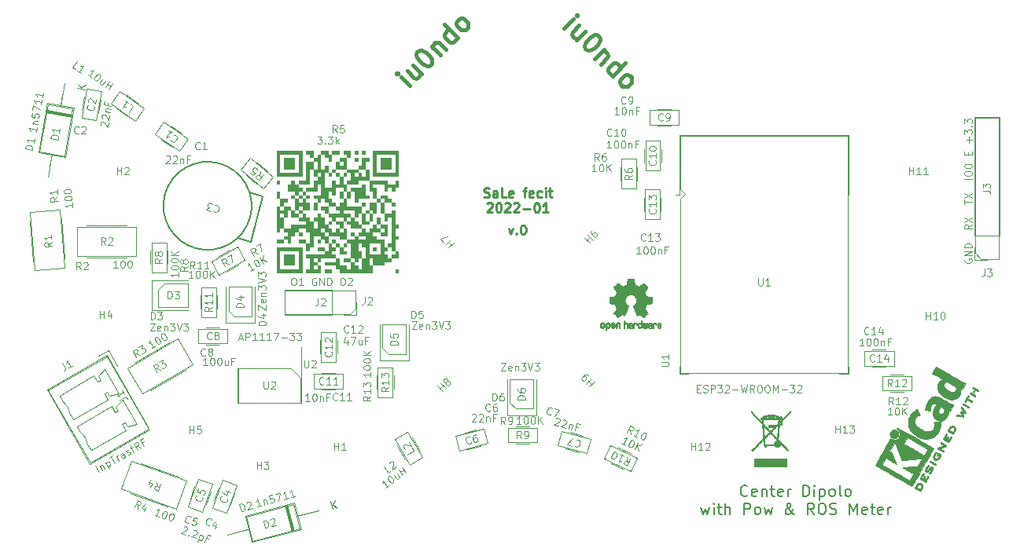
<source format=gbr>
%TF.GenerationSoftware,KiCad,Pcbnew,(6.0.1)*%
%TF.CreationDate,2022-01-29T22:41:37+01:00*%
%TF.ProjectId,AntenneCentraleDipoloStrumentato,416e7465-6e6e-4654-9365-6e7472616c65,rev?*%
%TF.SameCoordinates,Original*%
%TF.FileFunction,Legend,Top*%
%TF.FilePolarity,Positive*%
%FSLAX46Y46*%
G04 Gerber Fmt 4.6, Leading zero omitted, Abs format (unit mm)*
G04 Created by KiCad (PCBNEW (6.0.1)) date 2022-01-29 22:41:37*
%MOMM*%
%LPD*%
G01*
G04 APERTURE LIST*
%ADD10C,0.250000*%
%ADD11C,0.400000*%
%ADD12C,0.200000*%
%ADD13C,0.120000*%
%ADD14C,0.010000*%
%ADD15C,0.100000*%
G04 APERTURE END LIST*
D10*
X147713819Y-91428914D02*
X147951914Y-92095580D01*
X148190009Y-91428914D01*
X148570961Y-92000342D02*
X148618580Y-92047961D01*
X148570961Y-92095580D01*
X148523342Y-92047961D01*
X148570961Y-92000342D01*
X148570961Y-92095580D01*
X149237628Y-91095580D02*
X149332866Y-91095580D01*
X149428104Y-91143200D01*
X149475723Y-91190819D01*
X149523342Y-91286057D01*
X149570961Y-91476533D01*
X149570961Y-91714628D01*
X149523342Y-91905104D01*
X149475723Y-92000342D01*
X149428104Y-92047961D01*
X149332866Y-92095580D01*
X149237628Y-92095580D01*
X149142390Y-92047961D01*
X149094771Y-92000342D01*
X149047152Y-91905104D01*
X148999533Y-91714628D01*
X148999533Y-91476533D01*
X149047152Y-91286057D01*
X149094771Y-91190819D01*
X149142390Y-91143200D01*
X149237628Y-91095580D01*
X145072552Y-88042561D02*
X145215409Y-88090180D01*
X145453504Y-88090180D01*
X145548742Y-88042561D01*
X145596361Y-87994942D01*
X145643980Y-87899704D01*
X145643980Y-87804466D01*
X145596361Y-87709228D01*
X145548742Y-87661609D01*
X145453504Y-87613990D01*
X145263028Y-87566371D01*
X145167790Y-87518752D01*
X145120171Y-87471133D01*
X145072552Y-87375895D01*
X145072552Y-87280657D01*
X145120171Y-87185419D01*
X145167790Y-87137800D01*
X145263028Y-87090180D01*
X145501123Y-87090180D01*
X145643980Y-87137800D01*
X146501123Y-88090180D02*
X146501123Y-87566371D01*
X146453504Y-87471133D01*
X146358266Y-87423514D01*
X146167790Y-87423514D01*
X146072552Y-87471133D01*
X146501123Y-88042561D02*
X146405885Y-88090180D01*
X146167790Y-88090180D01*
X146072552Y-88042561D01*
X146024933Y-87947323D01*
X146024933Y-87852085D01*
X146072552Y-87756847D01*
X146167790Y-87709228D01*
X146405885Y-87709228D01*
X146501123Y-87661609D01*
X147453504Y-88090180D02*
X146977314Y-88090180D01*
X146977314Y-87090180D01*
X148167790Y-88042561D02*
X148072552Y-88090180D01*
X147882076Y-88090180D01*
X147786838Y-88042561D01*
X147739219Y-87947323D01*
X147739219Y-87566371D01*
X147786838Y-87471133D01*
X147882076Y-87423514D01*
X148072552Y-87423514D01*
X148167790Y-87471133D01*
X148215409Y-87566371D01*
X148215409Y-87661609D01*
X147739219Y-87756847D01*
X149263028Y-87423514D02*
X149643980Y-87423514D01*
X149405885Y-88090180D02*
X149405885Y-87233038D01*
X149453504Y-87137800D01*
X149548742Y-87090180D01*
X149643980Y-87090180D01*
X150358266Y-88042561D02*
X150263028Y-88090180D01*
X150072552Y-88090180D01*
X149977314Y-88042561D01*
X149929695Y-87947323D01*
X149929695Y-87566371D01*
X149977314Y-87471133D01*
X150072552Y-87423514D01*
X150263028Y-87423514D01*
X150358266Y-87471133D01*
X150405885Y-87566371D01*
X150405885Y-87661609D01*
X149929695Y-87756847D01*
X151263028Y-88042561D02*
X151167790Y-88090180D01*
X150977314Y-88090180D01*
X150882076Y-88042561D01*
X150834457Y-87994942D01*
X150786838Y-87899704D01*
X150786838Y-87613990D01*
X150834457Y-87518752D01*
X150882076Y-87471133D01*
X150977314Y-87423514D01*
X151167790Y-87423514D01*
X151263028Y-87471133D01*
X151691600Y-88090180D02*
X151691600Y-87423514D01*
X151691600Y-87090180D02*
X151643980Y-87137800D01*
X151691600Y-87185419D01*
X151739219Y-87137800D01*
X151691600Y-87090180D01*
X151691600Y-87185419D01*
X152024933Y-87423514D02*
X152405885Y-87423514D01*
X152167790Y-87090180D02*
X152167790Y-87947323D01*
X152215409Y-88042561D01*
X152310647Y-88090180D01*
X152405885Y-88090180D01*
X145405885Y-88795419D02*
X145453504Y-88747800D01*
X145548742Y-88700180D01*
X145786838Y-88700180D01*
X145882076Y-88747800D01*
X145929695Y-88795419D01*
X145977314Y-88890657D01*
X145977314Y-88985895D01*
X145929695Y-89128752D01*
X145358266Y-89700180D01*
X145977314Y-89700180D01*
X146596361Y-88700180D02*
X146691600Y-88700180D01*
X146786838Y-88747800D01*
X146834457Y-88795419D01*
X146882076Y-88890657D01*
X146929695Y-89081133D01*
X146929695Y-89319228D01*
X146882076Y-89509704D01*
X146834457Y-89604942D01*
X146786838Y-89652561D01*
X146691600Y-89700180D01*
X146596361Y-89700180D01*
X146501123Y-89652561D01*
X146453504Y-89604942D01*
X146405885Y-89509704D01*
X146358266Y-89319228D01*
X146358266Y-89081133D01*
X146405885Y-88890657D01*
X146453504Y-88795419D01*
X146501123Y-88747800D01*
X146596361Y-88700180D01*
X147310647Y-88795419D02*
X147358266Y-88747800D01*
X147453504Y-88700180D01*
X147691600Y-88700180D01*
X147786838Y-88747800D01*
X147834457Y-88795419D01*
X147882076Y-88890657D01*
X147882076Y-88985895D01*
X147834457Y-89128752D01*
X147263028Y-89700180D01*
X147882076Y-89700180D01*
X148263028Y-88795419D02*
X148310647Y-88747800D01*
X148405885Y-88700180D01*
X148643980Y-88700180D01*
X148739219Y-88747800D01*
X148786838Y-88795419D01*
X148834457Y-88890657D01*
X148834457Y-88985895D01*
X148786838Y-89128752D01*
X148215409Y-89700180D01*
X148834457Y-89700180D01*
X149263028Y-89319228D02*
X150024933Y-89319228D01*
X150691600Y-88700180D02*
X150786838Y-88700180D01*
X150882076Y-88747800D01*
X150929695Y-88795419D01*
X150977314Y-88890657D01*
X151024933Y-89081133D01*
X151024933Y-89319228D01*
X150977314Y-89509704D01*
X150929695Y-89604942D01*
X150882076Y-89652561D01*
X150786838Y-89700180D01*
X150691600Y-89700180D01*
X150596361Y-89652561D01*
X150548742Y-89604942D01*
X150501123Y-89509704D01*
X150453504Y-89319228D01*
X150453504Y-89081133D01*
X150501123Y-88890657D01*
X150548742Y-88795419D01*
X150596361Y-88747800D01*
X150691600Y-88700180D01*
X151977314Y-89700180D02*
X151405885Y-89700180D01*
X151691600Y-89700180D02*
X151691600Y-88700180D01*
X151596361Y-88843038D01*
X151501123Y-88938276D01*
X151405885Y-88985895D01*
D11*
X153709348Y-69848075D02*
X154652157Y-68905266D01*
X155123562Y-68433861D02*
X154988875Y-68433861D01*
X154988875Y-68568548D01*
X155123562Y-68568548D01*
X155123562Y-68433861D01*
X154988875Y-68568548D01*
X155931684Y-70184792D02*
X154988875Y-71127601D01*
X155325592Y-69578701D02*
X154584814Y-70319479D01*
X154517470Y-70521510D01*
X154584814Y-70723540D01*
X154786844Y-70925571D01*
X154988875Y-70992914D01*
X155123562Y-70992914D01*
X157345897Y-70656197D02*
X157480584Y-70790884D01*
X157547928Y-70992914D01*
X157547928Y-71127601D01*
X157480584Y-71329632D01*
X157278554Y-71666349D01*
X156941836Y-72003067D01*
X156605119Y-72205097D01*
X156403088Y-72272441D01*
X156268401Y-72272441D01*
X156066371Y-72205097D01*
X155931684Y-72070410D01*
X155864340Y-71868380D01*
X155864340Y-71733693D01*
X155931684Y-71531662D01*
X156133714Y-71194945D01*
X156470432Y-70858227D01*
X156807149Y-70656197D01*
X157009180Y-70588853D01*
X157143867Y-70588853D01*
X157345897Y-70656197D01*
X157951989Y-72205097D02*
X157009180Y-73147906D01*
X157817302Y-72339784D02*
X157951989Y-72339784D01*
X158154019Y-72407128D01*
X158356050Y-72609158D01*
X158423393Y-72811189D01*
X158356050Y-73013219D01*
X157615271Y-73753998D01*
X158894798Y-75033524D02*
X160309011Y-73619311D01*
X158962141Y-74966181D02*
X158760111Y-74898837D01*
X158490737Y-74629463D01*
X158423393Y-74427433D01*
X158423393Y-74292746D01*
X158490737Y-74090715D01*
X158894798Y-73686654D01*
X159096828Y-73619311D01*
X159231515Y-73619311D01*
X159433546Y-73686654D01*
X159702920Y-73956028D01*
X159770263Y-74158059D01*
X159770263Y-75908990D02*
X159702920Y-75706959D01*
X159702920Y-75572272D01*
X159770263Y-75370242D01*
X160174324Y-74966181D01*
X160376355Y-74898837D01*
X160511042Y-74898837D01*
X160713072Y-74966181D01*
X160915103Y-75168211D01*
X160982446Y-75370242D01*
X160982446Y-75504929D01*
X160915103Y-75706959D01*
X160511042Y-76111020D01*
X160309011Y-76178364D01*
X160174324Y-76178364D01*
X159972294Y-76111020D01*
X159770263Y-75908990D01*
X137056475Y-76084451D02*
X136113666Y-75141642D01*
X135642261Y-74670237D02*
X135642261Y-74804924D01*
X135776948Y-74804924D01*
X135776948Y-74670237D01*
X135642261Y-74670237D01*
X135776948Y-74804924D01*
X137393192Y-73862115D02*
X138336001Y-74804924D01*
X136787101Y-74468207D02*
X137527879Y-75208985D01*
X137729910Y-75276329D01*
X137931940Y-75208985D01*
X138133971Y-75006955D01*
X138201314Y-74804924D01*
X138201314Y-74670237D01*
X137864597Y-72447902D02*
X137999284Y-72313215D01*
X138201314Y-72245871D01*
X138336001Y-72245871D01*
X138538032Y-72313215D01*
X138874749Y-72515245D01*
X139211467Y-72851963D01*
X139413497Y-73188680D01*
X139480841Y-73390711D01*
X139480841Y-73525398D01*
X139413497Y-73727428D01*
X139278810Y-73862115D01*
X139076780Y-73929459D01*
X138942093Y-73929459D01*
X138740062Y-73862115D01*
X138403345Y-73660085D01*
X138066627Y-73323367D01*
X137864597Y-72986650D01*
X137797253Y-72784619D01*
X137797253Y-72649932D01*
X137864597Y-72447902D01*
X139413497Y-71841810D02*
X140356306Y-72784619D01*
X139548184Y-71976497D02*
X139548184Y-71841810D01*
X139615528Y-71639780D01*
X139817558Y-71437749D01*
X140019589Y-71370406D01*
X140221619Y-71437749D01*
X140962398Y-72178528D01*
X142241924Y-70899001D02*
X140827711Y-69484788D01*
X142174581Y-70831658D02*
X142107237Y-71033688D01*
X141837863Y-71303062D01*
X141635833Y-71370406D01*
X141501146Y-71370406D01*
X141299115Y-71303062D01*
X140895054Y-70899001D01*
X140827711Y-70696971D01*
X140827711Y-70562284D01*
X140895054Y-70360253D01*
X141164428Y-70090879D01*
X141366459Y-70023536D01*
X143117390Y-70023536D02*
X142915359Y-70090879D01*
X142780672Y-70090879D01*
X142578642Y-70023536D01*
X142174581Y-69619475D01*
X142107237Y-69417444D01*
X142107237Y-69282757D01*
X142174581Y-69080727D01*
X142376611Y-68878696D01*
X142578642Y-68811353D01*
X142713329Y-68811353D01*
X142915359Y-68878696D01*
X143319420Y-69282757D01*
X143386764Y-69484788D01*
X143386764Y-69619475D01*
X143319420Y-69821505D01*
X143117390Y-70023536D01*
D12*
X173438200Y-120239571D02*
X173381057Y-120296714D01*
X173209628Y-120353857D01*
X173095342Y-120353857D01*
X172923914Y-120296714D01*
X172809628Y-120182428D01*
X172752485Y-120068142D01*
X172695342Y-119839571D01*
X172695342Y-119668142D01*
X172752485Y-119439571D01*
X172809628Y-119325285D01*
X172923914Y-119211000D01*
X173095342Y-119153857D01*
X173209628Y-119153857D01*
X173381057Y-119211000D01*
X173438200Y-119268142D01*
X174409628Y-120296714D02*
X174295342Y-120353857D01*
X174066771Y-120353857D01*
X173952485Y-120296714D01*
X173895342Y-120182428D01*
X173895342Y-119725285D01*
X173952485Y-119611000D01*
X174066771Y-119553857D01*
X174295342Y-119553857D01*
X174409628Y-119611000D01*
X174466771Y-119725285D01*
X174466771Y-119839571D01*
X173895342Y-119953857D01*
X174981057Y-119553857D02*
X174981057Y-120353857D01*
X174981057Y-119668142D02*
X175038200Y-119611000D01*
X175152485Y-119553857D01*
X175323914Y-119553857D01*
X175438200Y-119611000D01*
X175495342Y-119725285D01*
X175495342Y-120353857D01*
X175895342Y-119553857D02*
X176352485Y-119553857D01*
X176066771Y-119153857D02*
X176066771Y-120182428D01*
X176123914Y-120296714D01*
X176238200Y-120353857D01*
X176352485Y-120353857D01*
X177209628Y-120296714D02*
X177095342Y-120353857D01*
X176866771Y-120353857D01*
X176752485Y-120296714D01*
X176695342Y-120182428D01*
X176695342Y-119725285D01*
X176752485Y-119611000D01*
X176866771Y-119553857D01*
X177095342Y-119553857D01*
X177209628Y-119611000D01*
X177266771Y-119725285D01*
X177266771Y-119839571D01*
X176695342Y-119953857D01*
X177781057Y-120353857D02*
X177781057Y-119553857D01*
X177781057Y-119782428D02*
X177838200Y-119668142D01*
X177895342Y-119611000D01*
X178009628Y-119553857D01*
X178123914Y-119553857D01*
X179438200Y-120353857D02*
X179438200Y-119153857D01*
X179723914Y-119153857D01*
X179895342Y-119211000D01*
X180009628Y-119325285D01*
X180066771Y-119439571D01*
X180123914Y-119668142D01*
X180123914Y-119839571D01*
X180066771Y-120068142D01*
X180009628Y-120182428D01*
X179895342Y-120296714D01*
X179723914Y-120353857D01*
X179438200Y-120353857D01*
X180638200Y-120353857D02*
X180638200Y-119553857D01*
X180638200Y-119153857D02*
X180581057Y-119211000D01*
X180638200Y-119268142D01*
X180695342Y-119211000D01*
X180638200Y-119153857D01*
X180638200Y-119268142D01*
X181209628Y-119553857D02*
X181209628Y-120753857D01*
X181209628Y-119611000D02*
X181323914Y-119553857D01*
X181552485Y-119553857D01*
X181666771Y-119611000D01*
X181723914Y-119668142D01*
X181781057Y-119782428D01*
X181781057Y-120125285D01*
X181723914Y-120239571D01*
X181666771Y-120296714D01*
X181552485Y-120353857D01*
X181323914Y-120353857D01*
X181209628Y-120296714D01*
X182466771Y-120353857D02*
X182352485Y-120296714D01*
X182295342Y-120239571D01*
X182238200Y-120125285D01*
X182238200Y-119782428D01*
X182295342Y-119668142D01*
X182352485Y-119611000D01*
X182466771Y-119553857D01*
X182638200Y-119553857D01*
X182752485Y-119611000D01*
X182809628Y-119668142D01*
X182866771Y-119782428D01*
X182866771Y-120125285D01*
X182809628Y-120239571D01*
X182752485Y-120296714D01*
X182638200Y-120353857D01*
X182466771Y-120353857D01*
X183552485Y-120353857D02*
X183438200Y-120296714D01*
X183381057Y-120182428D01*
X183381057Y-119153857D01*
X184181057Y-120353857D02*
X184066771Y-120296714D01*
X184009628Y-120239571D01*
X183952485Y-120125285D01*
X183952485Y-119782428D01*
X184009628Y-119668142D01*
X184066771Y-119611000D01*
X184181057Y-119553857D01*
X184352485Y-119553857D01*
X184466771Y-119611000D01*
X184523914Y-119668142D01*
X184581057Y-119782428D01*
X184581057Y-120125285D01*
X184523914Y-120239571D01*
X184466771Y-120296714D01*
X184352485Y-120353857D01*
X184181057Y-120353857D01*
X168438200Y-121485857D02*
X168666771Y-122285857D01*
X168895342Y-121714428D01*
X169123914Y-122285857D01*
X169352485Y-121485857D01*
X169809628Y-122285857D02*
X169809628Y-121485857D01*
X169809628Y-121085857D02*
X169752485Y-121143000D01*
X169809628Y-121200142D01*
X169866771Y-121143000D01*
X169809628Y-121085857D01*
X169809628Y-121200142D01*
X170209628Y-121485857D02*
X170666771Y-121485857D01*
X170381057Y-121085857D02*
X170381057Y-122114428D01*
X170438200Y-122228714D01*
X170552485Y-122285857D01*
X170666771Y-122285857D01*
X171066771Y-122285857D02*
X171066771Y-121085857D01*
X171581057Y-122285857D02*
X171581057Y-121657285D01*
X171523914Y-121543000D01*
X171409628Y-121485857D01*
X171238200Y-121485857D01*
X171123914Y-121543000D01*
X171066771Y-121600142D01*
X173066771Y-122285857D02*
X173066771Y-121085857D01*
X173523914Y-121085857D01*
X173638200Y-121143000D01*
X173695342Y-121200142D01*
X173752485Y-121314428D01*
X173752485Y-121485857D01*
X173695342Y-121600142D01*
X173638200Y-121657285D01*
X173523914Y-121714428D01*
X173066771Y-121714428D01*
X174438200Y-122285857D02*
X174323914Y-122228714D01*
X174266771Y-122171571D01*
X174209628Y-122057285D01*
X174209628Y-121714428D01*
X174266771Y-121600142D01*
X174323914Y-121543000D01*
X174438200Y-121485857D01*
X174609628Y-121485857D01*
X174723914Y-121543000D01*
X174781057Y-121600142D01*
X174838200Y-121714428D01*
X174838200Y-122057285D01*
X174781057Y-122171571D01*
X174723914Y-122228714D01*
X174609628Y-122285857D01*
X174438200Y-122285857D01*
X175238200Y-121485857D02*
X175466771Y-122285857D01*
X175695342Y-121714428D01*
X175923914Y-122285857D01*
X176152485Y-121485857D01*
X178495342Y-122285857D02*
X178438200Y-122285857D01*
X178323914Y-122228714D01*
X178152485Y-122057285D01*
X177866771Y-121714428D01*
X177752485Y-121543000D01*
X177695342Y-121371571D01*
X177695342Y-121257285D01*
X177752485Y-121143000D01*
X177866771Y-121085857D01*
X177923914Y-121085857D01*
X178038200Y-121143000D01*
X178095342Y-121257285D01*
X178095342Y-121314428D01*
X178038200Y-121428714D01*
X177981057Y-121485857D01*
X177638200Y-121714428D01*
X177581057Y-121771571D01*
X177523914Y-121885857D01*
X177523914Y-122057285D01*
X177581057Y-122171571D01*
X177638200Y-122228714D01*
X177752485Y-122285857D01*
X177923914Y-122285857D01*
X178038200Y-122228714D01*
X178095342Y-122171571D01*
X178266771Y-121943000D01*
X178323914Y-121771571D01*
X178323914Y-121657285D01*
X180609628Y-122285857D02*
X180209628Y-121714428D01*
X179923914Y-122285857D02*
X179923914Y-121085857D01*
X180381057Y-121085857D01*
X180495342Y-121143000D01*
X180552485Y-121200142D01*
X180609628Y-121314428D01*
X180609628Y-121485857D01*
X180552485Y-121600142D01*
X180495342Y-121657285D01*
X180381057Y-121714428D01*
X179923914Y-121714428D01*
X181352485Y-121085857D02*
X181581057Y-121085857D01*
X181695342Y-121143000D01*
X181809628Y-121257285D01*
X181866771Y-121485857D01*
X181866771Y-121885857D01*
X181809628Y-122114428D01*
X181695342Y-122228714D01*
X181581057Y-122285857D01*
X181352485Y-122285857D01*
X181238200Y-122228714D01*
X181123914Y-122114428D01*
X181066771Y-121885857D01*
X181066771Y-121485857D01*
X181123914Y-121257285D01*
X181238200Y-121143000D01*
X181352485Y-121085857D01*
X182323914Y-122228714D02*
X182495342Y-122285857D01*
X182781057Y-122285857D01*
X182895342Y-122228714D01*
X182952485Y-122171571D01*
X183009628Y-122057285D01*
X183009628Y-121943000D01*
X182952485Y-121828714D01*
X182895342Y-121771571D01*
X182781057Y-121714428D01*
X182552485Y-121657285D01*
X182438200Y-121600142D01*
X182381057Y-121543000D01*
X182323914Y-121428714D01*
X182323914Y-121314428D01*
X182381057Y-121200142D01*
X182438200Y-121143000D01*
X182552485Y-121085857D01*
X182838200Y-121085857D01*
X183009628Y-121143000D01*
X184438200Y-122285857D02*
X184438200Y-121085857D01*
X184838200Y-121943000D01*
X185238200Y-121085857D01*
X185238200Y-122285857D01*
X186266771Y-122228714D02*
X186152485Y-122285857D01*
X185923914Y-122285857D01*
X185809628Y-122228714D01*
X185752485Y-122114428D01*
X185752485Y-121657285D01*
X185809628Y-121543000D01*
X185923914Y-121485857D01*
X186152485Y-121485857D01*
X186266771Y-121543000D01*
X186323914Y-121657285D01*
X186323914Y-121771571D01*
X185752485Y-121885857D01*
X186666771Y-121485857D02*
X187123914Y-121485857D01*
X186838200Y-121085857D02*
X186838200Y-122114428D01*
X186895342Y-122228714D01*
X187009628Y-122285857D01*
X187123914Y-122285857D01*
X187981057Y-122228714D02*
X187866771Y-122285857D01*
X187638200Y-122285857D01*
X187523914Y-122228714D01*
X187466771Y-122114428D01*
X187466771Y-121657285D01*
X187523914Y-121543000D01*
X187638200Y-121485857D01*
X187866771Y-121485857D01*
X187981057Y-121543000D01*
X188038200Y-121657285D01*
X188038200Y-121771571D01*
X187466771Y-121885857D01*
X188552485Y-122285857D02*
X188552485Y-121485857D01*
X188552485Y-121714428D02*
X188609628Y-121600142D01*
X188666771Y-121543000D01*
X188781057Y-121485857D01*
X188895342Y-121485857D01*
D13*
%TO.C,R9*%
X147364466Y-112553704D02*
X147097800Y-112172752D01*
X146907323Y-112553704D02*
X146907323Y-111753704D01*
X147212085Y-111753704D01*
X147288276Y-111791800D01*
X147326371Y-111829895D01*
X147364466Y-111906085D01*
X147364466Y-112020371D01*
X147326371Y-112096561D01*
X147288276Y-112134657D01*
X147212085Y-112172752D01*
X146907323Y-112172752D01*
X147745419Y-112553704D02*
X147897800Y-112553704D01*
X147973990Y-112515609D01*
X148012085Y-112477514D01*
X148088276Y-112363228D01*
X148126371Y-112210847D01*
X148126371Y-111906085D01*
X148088276Y-111829895D01*
X148050180Y-111791800D01*
X147973990Y-111753704D01*
X147821609Y-111753704D01*
X147745419Y-111791800D01*
X147707323Y-111829895D01*
X147669228Y-111906085D01*
X147669228Y-112096561D01*
X147707323Y-112172752D01*
X147745419Y-112210847D01*
X147821609Y-112248942D01*
X147973990Y-112248942D01*
X148050180Y-112210847D01*
X148088276Y-112172752D01*
X148126371Y-112096561D01*
X149053666Y-112528304D02*
X148596523Y-112528304D01*
X148825095Y-112528304D02*
X148825095Y-111728304D01*
X148748904Y-111842590D01*
X148672714Y-111918780D01*
X148596523Y-111956876D01*
X149548904Y-111728304D02*
X149625095Y-111728304D01*
X149701285Y-111766400D01*
X149739380Y-111804495D01*
X149777476Y-111880685D01*
X149815571Y-112033066D01*
X149815571Y-112223542D01*
X149777476Y-112375923D01*
X149739380Y-112452114D01*
X149701285Y-112490209D01*
X149625095Y-112528304D01*
X149548904Y-112528304D01*
X149472714Y-112490209D01*
X149434619Y-112452114D01*
X149396523Y-112375923D01*
X149358428Y-112223542D01*
X149358428Y-112033066D01*
X149396523Y-111880685D01*
X149434619Y-111804495D01*
X149472714Y-111766400D01*
X149548904Y-111728304D01*
X150310809Y-111728304D02*
X150387000Y-111728304D01*
X150463190Y-111766400D01*
X150501285Y-111804495D01*
X150539380Y-111880685D01*
X150577476Y-112033066D01*
X150577476Y-112223542D01*
X150539380Y-112375923D01*
X150501285Y-112452114D01*
X150463190Y-112490209D01*
X150387000Y-112528304D01*
X150310809Y-112528304D01*
X150234619Y-112490209D01*
X150196523Y-112452114D01*
X150158428Y-112375923D01*
X150120333Y-112223542D01*
X150120333Y-112033066D01*
X150158428Y-111880685D01*
X150196523Y-111804495D01*
X150234619Y-111766400D01*
X150310809Y-111728304D01*
X150920333Y-112528304D02*
X150920333Y-111728304D01*
X151377476Y-112528304D02*
X151034619Y-112071161D01*
X151377476Y-111728304D02*
X150920333Y-112185447D01*
X149091666Y-114103104D02*
X148825000Y-113722152D01*
X148634523Y-114103104D02*
X148634523Y-113303104D01*
X148939285Y-113303104D01*
X149015476Y-113341200D01*
X149053571Y-113379295D01*
X149091666Y-113455485D01*
X149091666Y-113569771D01*
X149053571Y-113645961D01*
X149015476Y-113684057D01*
X148939285Y-113722152D01*
X148634523Y-113722152D01*
X149472619Y-114103104D02*
X149625000Y-114103104D01*
X149701190Y-114065009D01*
X149739285Y-114026914D01*
X149815476Y-113912628D01*
X149853571Y-113760247D01*
X149853571Y-113455485D01*
X149815476Y-113379295D01*
X149777380Y-113341200D01*
X149701190Y-113303104D01*
X149548809Y-113303104D01*
X149472619Y-113341200D01*
X149434523Y-113379295D01*
X149396428Y-113455485D01*
X149396428Y-113645961D01*
X149434523Y-113722152D01*
X149472619Y-113760247D01*
X149548809Y-113798342D01*
X149701190Y-113798342D01*
X149777380Y-113760247D01*
X149815476Y-113722152D01*
X149853571Y-113645961D01*
%TO.C,R10*%
X160899551Y-113648650D02*
X160818866Y-113190692D01*
X160485239Y-113455453D02*
X160823333Y-112730407D01*
X161099541Y-112859205D01*
X161152494Y-112925930D01*
X161170920Y-112976556D01*
X161173246Y-113061708D01*
X161124947Y-113165286D01*
X161058222Y-113218238D01*
X161007596Y-113236664D01*
X160922444Y-113238991D01*
X160646236Y-113110193D01*
X161590071Y-113970645D02*
X161175759Y-113777448D01*
X161382915Y-113874046D02*
X161721010Y-113149000D01*
X161603658Y-113220379D01*
X161502407Y-113257231D01*
X161417255Y-113259558D01*
X162377004Y-113454895D02*
X162446056Y-113487095D01*
X162499008Y-113553820D01*
X162517434Y-113604446D01*
X162519761Y-113689598D01*
X162489888Y-113843802D01*
X162409389Y-114016432D01*
X162310464Y-114138436D01*
X162243739Y-114191388D01*
X162193113Y-114209815D01*
X162107961Y-114212141D01*
X162038909Y-114179942D01*
X161985957Y-114113216D01*
X161967531Y-114062590D01*
X161965204Y-113977439D01*
X161995077Y-113823235D01*
X162075576Y-113650605D01*
X162174501Y-113528600D01*
X162241226Y-113475648D01*
X162291852Y-113457222D01*
X162377004Y-113454895D01*
X160280825Y-114800950D02*
X159866513Y-114607753D01*
X160073669Y-114704352D02*
X160411763Y-113979306D01*
X160294412Y-114050684D01*
X160193161Y-114087537D01*
X160108009Y-114089863D01*
X161067758Y-114285201D02*
X161136810Y-114317400D01*
X161189762Y-114384126D01*
X161208188Y-114434751D01*
X161210515Y-114519903D01*
X161180642Y-114674107D01*
X161100143Y-114846737D01*
X161001218Y-114968741D01*
X160934492Y-115021694D01*
X160883867Y-115040120D01*
X160798715Y-115042446D01*
X160729663Y-115010247D01*
X160676711Y-114943521D01*
X160658284Y-114892896D01*
X160655958Y-114807744D01*
X160685831Y-114653540D01*
X160766330Y-114480910D01*
X160865255Y-114358906D01*
X160931980Y-114305954D01*
X160982606Y-114287527D01*
X161067758Y-114285201D01*
X161282079Y-115267843D02*
X161620174Y-114542797D01*
X161696391Y-115461040D02*
X161578854Y-114901830D01*
X162034486Y-114735994D02*
X161426977Y-114957109D01*
X160410448Y-116119749D02*
X160491133Y-116577707D01*
X160824760Y-116312946D02*
X160486666Y-117037992D01*
X160210458Y-116909194D01*
X160157505Y-116842469D01*
X160139079Y-116791843D01*
X160136753Y-116706691D01*
X160185052Y-116603113D01*
X160251777Y-116550161D01*
X160302403Y-116531735D01*
X160387555Y-116529408D01*
X160663763Y-116658206D01*
X159719928Y-115797754D02*
X160134240Y-115990951D01*
X159927084Y-115894353D02*
X159588989Y-116619399D01*
X159706341Y-116548020D01*
X159807592Y-116511168D01*
X159892744Y-116508841D01*
X158932995Y-116313504D02*
X158863943Y-116281304D01*
X158810991Y-116214579D01*
X158792565Y-116163953D01*
X158790238Y-116078801D01*
X158820111Y-115924597D01*
X158900610Y-115751967D01*
X158999535Y-115629963D01*
X159066260Y-115577011D01*
X159116886Y-115558584D01*
X159202038Y-115556258D01*
X159271090Y-115588457D01*
X159324042Y-115655183D01*
X159342468Y-115705809D01*
X159344795Y-115790960D01*
X159314922Y-115945164D01*
X159234423Y-116117794D01*
X159135498Y-116239799D01*
X159068773Y-116292751D01*
X159018147Y-116311177D01*
X158932995Y-116313504D01*
%TO.C,R5*%
X129254266Y-81133904D02*
X128987600Y-80752952D01*
X128797123Y-81133904D02*
X128797123Y-80333904D01*
X129101885Y-80333904D01*
X129178076Y-80372000D01*
X129216171Y-80410095D01*
X129254266Y-80486285D01*
X129254266Y-80600571D01*
X129216171Y-80676761D01*
X129178076Y-80714857D01*
X129101885Y-80752952D01*
X128797123Y-80752952D01*
X129978076Y-80333904D02*
X129597123Y-80333904D01*
X129559028Y-80714857D01*
X129597123Y-80676761D01*
X129673314Y-80638666D01*
X129863790Y-80638666D01*
X129939980Y-80676761D01*
X129978076Y-80714857D01*
X130016171Y-80791047D01*
X130016171Y-80981523D01*
X129978076Y-81057714D01*
X129939980Y-81095809D01*
X129863790Y-81133904D01*
X129673314Y-81133904D01*
X129597123Y-81095809D01*
X129559028Y-81057714D01*
X127133495Y-81527704D02*
X127628733Y-81527704D01*
X127362066Y-81832466D01*
X127476352Y-81832466D01*
X127552542Y-81870561D01*
X127590638Y-81908657D01*
X127628733Y-81984847D01*
X127628733Y-82175323D01*
X127590638Y-82251514D01*
X127552542Y-82289609D01*
X127476352Y-82327704D01*
X127247780Y-82327704D01*
X127171590Y-82289609D01*
X127133495Y-82251514D01*
X127971590Y-82251514D02*
X128009685Y-82289609D01*
X127971590Y-82327704D01*
X127933495Y-82289609D01*
X127971590Y-82251514D01*
X127971590Y-82327704D01*
X128276352Y-81527704D02*
X128771590Y-81527704D01*
X128504923Y-81832466D01*
X128619209Y-81832466D01*
X128695400Y-81870561D01*
X128733495Y-81908657D01*
X128771590Y-81984847D01*
X128771590Y-82175323D01*
X128733495Y-82251514D01*
X128695400Y-82289609D01*
X128619209Y-82327704D01*
X128390638Y-82327704D01*
X128314447Y-82289609D01*
X128276352Y-82251514D01*
X129114447Y-82327704D02*
X129114447Y-81527704D01*
X129190638Y-82022942D02*
X129419209Y-82327704D01*
X129419209Y-81794371D02*
X129114447Y-82099133D01*
X120959367Y-85304869D02*
X120918774Y-85768106D01*
X121309558Y-85598715D02*
X120795328Y-86211551D01*
X120561867Y-86015654D01*
X120527989Y-85937497D01*
X120523294Y-85883827D01*
X120543085Y-85800974D01*
X120616547Y-85713426D01*
X120694704Y-85679548D01*
X120748373Y-85674853D01*
X120831226Y-85694644D01*
X121064687Y-85890542D01*
X119890666Y-85452449D02*
X120182493Y-85697321D01*
X120456547Y-85429981D01*
X120402877Y-85434677D01*
X120320025Y-85414885D01*
X120174111Y-85292449D01*
X120140233Y-85214292D01*
X120135538Y-85160623D01*
X120155329Y-85077770D01*
X120277765Y-84931857D01*
X120355922Y-84897979D01*
X120409592Y-84893283D01*
X120492444Y-84913075D01*
X120638358Y-85035511D01*
X120672236Y-85113668D01*
X120676931Y-85167337D01*
%TO.C,C10*%
X158794514Y-81413314D02*
X158756419Y-81451409D01*
X158642133Y-81489504D01*
X158565942Y-81489504D01*
X158451657Y-81451409D01*
X158375466Y-81375219D01*
X158337371Y-81299028D01*
X158299276Y-81146647D01*
X158299276Y-81032361D01*
X158337371Y-80879980D01*
X158375466Y-80803790D01*
X158451657Y-80727600D01*
X158565942Y-80689504D01*
X158642133Y-80689504D01*
X158756419Y-80727600D01*
X158794514Y-80765695D01*
X159556419Y-81489504D02*
X159099276Y-81489504D01*
X159327847Y-81489504D02*
X159327847Y-80689504D01*
X159251657Y-80803790D01*
X159175466Y-80879980D01*
X159099276Y-80918076D01*
X160051657Y-80689504D02*
X160127847Y-80689504D01*
X160204038Y-80727600D01*
X160242133Y-80765695D01*
X160280228Y-80841885D01*
X160318323Y-80994266D01*
X160318323Y-81184742D01*
X160280228Y-81337123D01*
X160242133Y-81413314D01*
X160204038Y-81451409D01*
X160127847Y-81489504D01*
X160051657Y-81489504D01*
X159975466Y-81451409D01*
X159937371Y-81413314D01*
X159899276Y-81337123D01*
X159861180Y-81184742D01*
X159861180Y-80994266D01*
X159899276Y-80841885D01*
X159937371Y-80765695D01*
X159975466Y-80727600D01*
X160051657Y-80689504D01*
X158756504Y-82784904D02*
X158299361Y-82784904D01*
X158527933Y-82784904D02*
X158527933Y-81984904D01*
X158451742Y-82099190D01*
X158375552Y-82175380D01*
X158299361Y-82213476D01*
X159251742Y-81984904D02*
X159327933Y-81984904D01*
X159404123Y-82023000D01*
X159442219Y-82061095D01*
X159480314Y-82137285D01*
X159518409Y-82289666D01*
X159518409Y-82480142D01*
X159480314Y-82632523D01*
X159442219Y-82708714D01*
X159404123Y-82746809D01*
X159327933Y-82784904D01*
X159251742Y-82784904D01*
X159175552Y-82746809D01*
X159137457Y-82708714D01*
X159099361Y-82632523D01*
X159061266Y-82480142D01*
X159061266Y-82289666D01*
X159099361Y-82137285D01*
X159137457Y-82061095D01*
X159175552Y-82023000D01*
X159251742Y-81984904D01*
X160013647Y-81984904D02*
X160089838Y-81984904D01*
X160166028Y-82023000D01*
X160204123Y-82061095D01*
X160242219Y-82137285D01*
X160280314Y-82289666D01*
X160280314Y-82480142D01*
X160242219Y-82632523D01*
X160204123Y-82708714D01*
X160166028Y-82746809D01*
X160089838Y-82784904D01*
X160013647Y-82784904D01*
X159937457Y-82746809D01*
X159899361Y-82708714D01*
X159861266Y-82632523D01*
X159823171Y-82480142D01*
X159823171Y-82289666D01*
X159861266Y-82137285D01*
X159899361Y-82061095D01*
X159937457Y-82023000D01*
X160013647Y-81984904D01*
X160623171Y-82251571D02*
X160623171Y-82784904D01*
X160623171Y-82327761D02*
X160661266Y-82289666D01*
X160737457Y-82251571D01*
X160851742Y-82251571D01*
X160927933Y-82289666D01*
X160966028Y-82365857D01*
X160966028Y-82784904D01*
X161613647Y-82365857D02*
X161346980Y-82365857D01*
X161346980Y-82784904D02*
X161346980Y-81984904D01*
X161727933Y-81984904D01*
X163531514Y-84131085D02*
X163569609Y-84169180D01*
X163607704Y-84283466D01*
X163607704Y-84359657D01*
X163569609Y-84473942D01*
X163493419Y-84550133D01*
X163417228Y-84588228D01*
X163264847Y-84626323D01*
X163150561Y-84626323D01*
X162998180Y-84588228D01*
X162921990Y-84550133D01*
X162845800Y-84473942D01*
X162807704Y-84359657D01*
X162807704Y-84283466D01*
X162845800Y-84169180D01*
X162883895Y-84131085D01*
X163607704Y-83369180D02*
X163607704Y-83826323D01*
X163607704Y-83597752D02*
X162807704Y-83597752D01*
X162921990Y-83673942D01*
X162998180Y-83750133D01*
X163036276Y-83826323D01*
X162807704Y-82873942D02*
X162807704Y-82797752D01*
X162845800Y-82721561D01*
X162883895Y-82683466D01*
X162960085Y-82645371D01*
X163112466Y-82607276D01*
X163302942Y-82607276D01*
X163455323Y-82645371D01*
X163531514Y-82683466D01*
X163569609Y-82721561D01*
X163607704Y-82797752D01*
X163607704Y-82873942D01*
X163569609Y-82950133D01*
X163531514Y-82988228D01*
X163455323Y-83026323D01*
X163302942Y-83064419D01*
X163112466Y-83064419D01*
X162960085Y-83026323D01*
X162883895Y-82988228D01*
X162845800Y-82950133D01*
X162807704Y-82873942D01*
%TO.C,L2*%
X135073959Y-117543131D02*
X134761901Y-117761637D01*
X134303040Y-117106315D01*
X134846034Y-116819118D02*
X134855389Y-116766062D01*
X134895950Y-116691155D01*
X135051979Y-116581902D01*
X135136241Y-116569407D01*
X135189298Y-116578762D01*
X135264205Y-116619323D01*
X135307906Y-116681735D01*
X135342251Y-116797203D01*
X135229988Y-117433879D01*
X135635664Y-117149822D01*
X134825038Y-119144993D02*
X134450568Y-119407199D01*
X134637803Y-119276096D02*
X134178942Y-118620774D01*
X134182082Y-118758093D01*
X134163371Y-118864205D01*
X134122810Y-118939112D01*
X134771852Y-118205614D02*
X134834263Y-118161913D01*
X134918525Y-118149418D01*
X134971582Y-118158773D01*
X135046489Y-118199334D01*
X135165097Y-118302307D01*
X135274349Y-118458336D01*
X135330546Y-118605009D01*
X135343041Y-118689271D01*
X135333686Y-118742328D01*
X135293125Y-118817235D01*
X135230713Y-118860936D01*
X135146451Y-118873431D01*
X135093394Y-118864076D01*
X135018488Y-118823515D01*
X134899880Y-118720542D01*
X134790627Y-118564513D01*
X134734431Y-118417839D01*
X134721935Y-118333577D01*
X134731291Y-118280521D01*
X134771852Y-118205614D01*
X135704950Y-117877791D02*
X136010858Y-118314672D01*
X135424098Y-118074446D02*
X135664454Y-118417710D01*
X135739361Y-118458271D01*
X135823623Y-118445776D01*
X135917240Y-118380224D01*
X135957801Y-118305317D01*
X135967157Y-118252261D01*
X136322916Y-118096167D02*
X135864055Y-117440845D01*
X136082560Y-117752903D02*
X136457029Y-117490697D01*
X136697385Y-117833961D02*
X136238524Y-117178639D01*
X137336885Y-115098117D02*
X137527361Y-115428032D01*
X136834541Y-115828032D01*
X136595762Y-115262073D02*
X136543723Y-115248129D01*
X136472636Y-115201194D01*
X136377398Y-115036237D01*
X136372294Y-114951206D01*
X136386238Y-114899167D01*
X136433173Y-114828081D01*
X136499156Y-114789985D01*
X136617178Y-114765834D01*
X137241647Y-114933160D01*
X136994028Y-114504271D01*
%TO.C,C9*%
X160318466Y-77958914D02*
X160280371Y-77997009D01*
X160166085Y-78035104D01*
X160089895Y-78035104D01*
X159975609Y-77997009D01*
X159899419Y-77920819D01*
X159861323Y-77844628D01*
X159823228Y-77692247D01*
X159823228Y-77577961D01*
X159861323Y-77425580D01*
X159899419Y-77349390D01*
X159975609Y-77273200D01*
X160089895Y-77235104D01*
X160166085Y-77235104D01*
X160280371Y-77273200D01*
X160318466Y-77311295D01*
X160699419Y-78035104D02*
X160851800Y-78035104D01*
X160927990Y-77997009D01*
X160966085Y-77958914D01*
X161042276Y-77844628D01*
X161080371Y-77692247D01*
X161080371Y-77387485D01*
X161042276Y-77311295D01*
X161004180Y-77273200D01*
X160927990Y-77235104D01*
X160775609Y-77235104D01*
X160699419Y-77273200D01*
X160661323Y-77311295D01*
X160623228Y-77387485D01*
X160623228Y-77577961D01*
X160661323Y-77654152D01*
X160699419Y-77692247D01*
X160775609Y-77730342D01*
X160927990Y-77730342D01*
X161004180Y-77692247D01*
X161042276Y-77654152D01*
X161080371Y-77577961D01*
X159594657Y-79178104D02*
X159137514Y-79178104D01*
X159366085Y-79178104D02*
X159366085Y-78378104D01*
X159289895Y-78492390D01*
X159213704Y-78568580D01*
X159137514Y-78606676D01*
X160089895Y-78378104D02*
X160166085Y-78378104D01*
X160242276Y-78416200D01*
X160280371Y-78454295D01*
X160318466Y-78530485D01*
X160356561Y-78682866D01*
X160356561Y-78873342D01*
X160318466Y-79025723D01*
X160280371Y-79101914D01*
X160242276Y-79140009D01*
X160166085Y-79178104D01*
X160089895Y-79178104D01*
X160013704Y-79140009D01*
X159975609Y-79101914D01*
X159937514Y-79025723D01*
X159899419Y-78873342D01*
X159899419Y-78682866D01*
X159937514Y-78530485D01*
X159975609Y-78454295D01*
X160013704Y-78416200D01*
X160089895Y-78378104D01*
X160699419Y-78644771D02*
X160699419Y-79178104D01*
X160699419Y-78720961D02*
X160737514Y-78682866D01*
X160813704Y-78644771D01*
X160927990Y-78644771D01*
X161004180Y-78682866D01*
X161042276Y-78759057D01*
X161042276Y-79178104D01*
X161689895Y-78759057D02*
X161423228Y-78759057D01*
X161423228Y-79178104D02*
X161423228Y-78378104D01*
X161804180Y-78378104D01*
X164331666Y-79762314D02*
X164293571Y-79800409D01*
X164179285Y-79838504D01*
X164103095Y-79838504D01*
X163988809Y-79800409D01*
X163912619Y-79724219D01*
X163874523Y-79648028D01*
X163836428Y-79495647D01*
X163836428Y-79381361D01*
X163874523Y-79228980D01*
X163912619Y-79152790D01*
X163988809Y-79076600D01*
X164103095Y-79038504D01*
X164179285Y-79038504D01*
X164293571Y-79076600D01*
X164331666Y-79114695D01*
X164712619Y-79838504D02*
X164865000Y-79838504D01*
X164941190Y-79800409D01*
X164979285Y-79762314D01*
X165055476Y-79648028D01*
X165093571Y-79495647D01*
X165093571Y-79190885D01*
X165055476Y-79114695D01*
X165017380Y-79076600D01*
X164941190Y-79038504D01*
X164788809Y-79038504D01*
X164712619Y-79076600D01*
X164674523Y-79114695D01*
X164636428Y-79190885D01*
X164636428Y-79381361D01*
X164674523Y-79457552D01*
X164712619Y-79495647D01*
X164788809Y-79533742D01*
X164941190Y-79533742D01*
X165017380Y-79495647D01*
X165055476Y-79457552D01*
X165093571Y-79381361D01*
%TO.C,R8*%
X113163304Y-95561133D02*
X112782352Y-95827800D01*
X113163304Y-96018276D02*
X112363304Y-96018276D01*
X112363304Y-95713514D01*
X112401400Y-95637323D01*
X112439495Y-95599228D01*
X112515685Y-95561133D01*
X112629971Y-95561133D01*
X112706161Y-95599228D01*
X112744257Y-95637323D01*
X112782352Y-95713514D01*
X112782352Y-96018276D01*
X112706161Y-95103990D02*
X112668066Y-95180180D01*
X112629971Y-95218276D01*
X112553780Y-95256371D01*
X112515685Y-95256371D01*
X112439495Y-95218276D01*
X112401400Y-95180180D01*
X112363304Y-95103990D01*
X112363304Y-94951609D01*
X112401400Y-94875419D01*
X112439495Y-94837323D01*
X112515685Y-94799228D01*
X112553780Y-94799228D01*
X112629971Y-94837323D01*
X112668066Y-94875419D01*
X112706161Y-94951609D01*
X112706161Y-95103990D01*
X112744257Y-95180180D01*
X112782352Y-95218276D01*
X112858542Y-95256371D01*
X113010923Y-95256371D01*
X113087114Y-95218276D01*
X113125209Y-95180180D01*
X113163304Y-95103990D01*
X113163304Y-94951609D01*
X113125209Y-94875419D01*
X113087114Y-94837323D01*
X113010923Y-94799228D01*
X112858542Y-94799228D01*
X112782352Y-94837323D01*
X112744257Y-94875419D01*
X112706161Y-94951609D01*
X112147304Y-96208733D02*
X112147304Y-96665876D01*
X112147304Y-96437304D02*
X111347304Y-96437304D01*
X111461590Y-96513495D01*
X111537780Y-96589685D01*
X111575876Y-96665876D01*
X111347304Y-95713495D02*
X111347304Y-95637304D01*
X111385400Y-95561114D01*
X111423495Y-95523019D01*
X111499685Y-95484923D01*
X111652066Y-95446828D01*
X111842542Y-95446828D01*
X111994923Y-95484923D01*
X112071114Y-95523019D01*
X112109209Y-95561114D01*
X112147304Y-95637304D01*
X112147304Y-95713495D01*
X112109209Y-95789685D01*
X112071114Y-95827780D01*
X111994923Y-95865876D01*
X111842542Y-95903971D01*
X111652066Y-95903971D01*
X111499685Y-95865876D01*
X111423495Y-95827780D01*
X111385400Y-95789685D01*
X111347304Y-95713495D01*
X111347304Y-94951590D02*
X111347304Y-94875400D01*
X111385400Y-94799209D01*
X111423495Y-94761114D01*
X111499685Y-94723019D01*
X111652066Y-94684923D01*
X111842542Y-94684923D01*
X111994923Y-94723019D01*
X112071114Y-94761114D01*
X112109209Y-94799209D01*
X112147304Y-94875400D01*
X112147304Y-94951590D01*
X112109209Y-95027780D01*
X112071114Y-95065876D01*
X111994923Y-95103971D01*
X111842542Y-95142066D01*
X111652066Y-95142066D01*
X111499685Y-95103971D01*
X111423495Y-95065876D01*
X111385400Y-95027780D01*
X111347304Y-94951590D01*
X112147304Y-94342066D02*
X111347304Y-94342066D01*
X112147304Y-93884923D02*
X111690161Y-94227780D01*
X111347304Y-93884923D02*
X111804447Y-94342066D01*
X110445504Y-94722933D02*
X110064552Y-94989600D01*
X110445504Y-95180076D02*
X109645504Y-95180076D01*
X109645504Y-94875314D01*
X109683600Y-94799123D01*
X109721695Y-94761028D01*
X109797885Y-94722933D01*
X109912171Y-94722933D01*
X109988361Y-94761028D01*
X110026457Y-94799123D01*
X110064552Y-94875314D01*
X110064552Y-95180076D01*
X109988361Y-94265790D02*
X109950266Y-94341980D01*
X109912171Y-94380076D01*
X109835980Y-94418171D01*
X109797885Y-94418171D01*
X109721695Y-94380076D01*
X109683600Y-94341980D01*
X109645504Y-94265790D01*
X109645504Y-94113409D01*
X109683600Y-94037219D01*
X109721695Y-93999123D01*
X109797885Y-93961028D01*
X109835980Y-93961028D01*
X109912171Y-93999123D01*
X109950266Y-94037219D01*
X109988361Y-94113409D01*
X109988361Y-94265790D01*
X110026457Y-94341980D01*
X110064552Y-94380076D01*
X110140742Y-94418171D01*
X110293123Y-94418171D01*
X110369314Y-94380076D01*
X110407409Y-94341980D01*
X110445504Y-94265790D01*
X110445504Y-94113409D01*
X110407409Y-94037219D01*
X110369314Y-93999123D01*
X110293123Y-93961028D01*
X110140742Y-93961028D01*
X110064552Y-93999123D01*
X110026457Y-94037219D01*
X109988361Y-94113409D01*
%TO.C,R1*%
X99178148Y-88036083D02*
X98821887Y-88334937D01*
X99217990Y-88491487D02*
X98421035Y-88561211D01*
X98394473Y-88257609D01*
X98425783Y-88178388D01*
X98460413Y-88137118D01*
X98532993Y-88092527D01*
X98646844Y-88082566D01*
X98726065Y-88113876D01*
X98767335Y-88148506D01*
X98811926Y-88221087D01*
X98838488Y-88524689D01*
X99111743Y-87277078D02*
X99151586Y-87732481D01*
X99131665Y-87504780D02*
X98334709Y-87574504D01*
X98455200Y-87640444D01*
X98537741Y-87709704D01*
X98582332Y-87782284D01*
X100737010Y-88713961D02*
X100776853Y-89169365D01*
X100756931Y-88941663D02*
X99959976Y-89011388D01*
X100080467Y-89077327D01*
X100163008Y-89146588D01*
X100207599Y-89219168D01*
X99896892Y-88290332D02*
X99890251Y-88214432D01*
X99921561Y-88135211D01*
X99956191Y-88093940D01*
X100028771Y-88049350D01*
X100177252Y-87998119D01*
X100367004Y-87981518D01*
X100522125Y-88006187D01*
X100601346Y-88037497D01*
X100642616Y-88072127D01*
X100687207Y-88144707D01*
X100693847Y-88220608D01*
X100662537Y-88299828D01*
X100627907Y-88341099D01*
X100555327Y-88385690D01*
X100406846Y-88436921D01*
X100217095Y-88453522D01*
X100061974Y-88428853D01*
X99982753Y-88397543D01*
X99941482Y-88362913D01*
X99896892Y-88290332D01*
X99830487Y-87531327D02*
X99823847Y-87455426D01*
X99855157Y-87376205D01*
X99889787Y-87334935D01*
X99962367Y-87290344D01*
X100110848Y-87239113D01*
X100300599Y-87222512D01*
X100455721Y-87247181D01*
X100534941Y-87278491D01*
X100576212Y-87313121D01*
X100620803Y-87385702D01*
X100627443Y-87461602D01*
X100596133Y-87540823D01*
X100561503Y-87582093D01*
X100488923Y-87626684D01*
X100340442Y-87677915D01*
X100150690Y-87694516D01*
X99995569Y-87669847D01*
X99916348Y-87638537D01*
X99875078Y-87603907D01*
X99830487Y-87531327D01*
X98517748Y-92912883D02*
X98161487Y-93211737D01*
X98557590Y-93368287D02*
X97760635Y-93438011D01*
X97734073Y-93134409D01*
X97765383Y-93055188D01*
X97800013Y-93013918D01*
X97872593Y-92969327D01*
X97986444Y-92959366D01*
X98065665Y-92990676D01*
X98106935Y-93025306D01*
X98151526Y-93097887D01*
X98178088Y-93401489D01*
X98451343Y-92153878D02*
X98491186Y-92609281D01*
X98471265Y-92381580D02*
X97674309Y-92451304D01*
X97794800Y-92517244D01*
X97877341Y-92586504D01*
X97921932Y-92659084D01*
%TO.C,H7*%
X141827135Y-92953725D02*
X141261450Y-93519410D01*
X141530824Y-93250036D02*
X141207575Y-92926787D01*
X141503886Y-92630476D02*
X140938201Y-93196161D01*
X140722702Y-92980662D02*
X140345578Y-92603538D01*
X141153700Y-92280290D01*
%TO.C,H10*%
X192654323Y-101250704D02*
X192654323Y-100450704D01*
X192654323Y-100831657D02*
X193111466Y-100831657D01*
X193111466Y-101250704D02*
X193111466Y-100450704D01*
X193911466Y-101250704D02*
X193454323Y-101250704D01*
X193682895Y-101250704D02*
X193682895Y-100450704D01*
X193606704Y-100564990D01*
X193530514Y-100641180D01*
X193454323Y-100679276D01*
X194406704Y-100450704D02*
X194482895Y-100450704D01*
X194559085Y-100488800D01*
X194597180Y-100526895D01*
X194635276Y-100603085D01*
X194673371Y-100755466D01*
X194673371Y-100945942D01*
X194635276Y-101098323D01*
X194597180Y-101174514D01*
X194559085Y-101212609D01*
X194482895Y-101250704D01*
X194406704Y-101250704D01*
X194330514Y-101212609D01*
X194292419Y-101174514D01*
X194254323Y-101098323D01*
X194216228Y-100945942D01*
X194216228Y-100755466D01*
X194254323Y-100603085D01*
X194292419Y-100526895D01*
X194330514Y-100488800D01*
X194406704Y-100450704D01*
%TO.C,U2*%
X125730076Y-105657704D02*
X125730076Y-106305323D01*
X125768171Y-106381514D01*
X125806266Y-106419609D01*
X125882457Y-106457704D01*
X126034838Y-106457704D01*
X126111028Y-106419609D01*
X126149123Y-106381514D01*
X126187219Y-106305323D01*
X126187219Y-105657704D01*
X126530076Y-105733895D02*
X126568171Y-105695800D01*
X126644361Y-105657704D01*
X126834838Y-105657704D01*
X126911028Y-105695800D01*
X126949123Y-105733895D01*
X126987219Y-105810085D01*
X126987219Y-105886276D01*
X126949123Y-106000561D01*
X126491980Y-106457704D01*
X126987219Y-106457704D01*
X118675571Y-103282733D02*
X119056523Y-103282733D01*
X118599380Y-103511304D02*
X118866047Y-102711304D01*
X119132714Y-103511304D01*
X119399380Y-103511304D02*
X119399380Y-102711304D01*
X119704142Y-102711304D01*
X119780333Y-102749400D01*
X119818428Y-102787495D01*
X119856523Y-102863685D01*
X119856523Y-102977971D01*
X119818428Y-103054161D01*
X119780333Y-103092257D01*
X119704142Y-103130352D01*
X119399380Y-103130352D01*
X120618428Y-103511304D02*
X120161285Y-103511304D01*
X120389857Y-103511304D02*
X120389857Y-102711304D01*
X120313666Y-102825590D01*
X120237476Y-102901780D01*
X120161285Y-102939876D01*
X121380333Y-103511304D02*
X120923190Y-103511304D01*
X121151761Y-103511304D02*
X121151761Y-102711304D01*
X121075571Y-102825590D01*
X120999380Y-102901780D01*
X120923190Y-102939876D01*
X122142238Y-103511304D02*
X121685095Y-103511304D01*
X121913666Y-103511304D02*
X121913666Y-102711304D01*
X121837476Y-102825590D01*
X121761285Y-102901780D01*
X121685095Y-102939876D01*
X122408904Y-102711304D02*
X122942238Y-102711304D01*
X122599380Y-103511304D01*
X123247000Y-103206542D02*
X123856523Y-103206542D01*
X124161285Y-102711304D02*
X124656523Y-102711304D01*
X124389857Y-103016066D01*
X124504142Y-103016066D01*
X124580333Y-103054161D01*
X124618428Y-103092257D01*
X124656523Y-103168447D01*
X124656523Y-103358923D01*
X124618428Y-103435114D01*
X124580333Y-103473209D01*
X124504142Y-103511304D01*
X124275571Y-103511304D01*
X124199380Y-103473209D01*
X124161285Y-103435114D01*
X124923190Y-102711304D02*
X125418428Y-102711304D01*
X125151761Y-103016066D01*
X125266047Y-103016066D01*
X125342238Y-103054161D01*
X125380333Y-103092257D01*
X125418428Y-103168447D01*
X125418428Y-103358923D01*
X125380333Y-103435114D01*
X125342238Y-103473209D01*
X125266047Y-103511304D01*
X125037476Y-103511304D01*
X124961285Y-103473209D01*
X124923190Y-103435114D01*
X121361276Y-107943704D02*
X121361276Y-108591323D01*
X121399371Y-108667514D01*
X121437466Y-108705609D01*
X121513657Y-108743704D01*
X121666038Y-108743704D01*
X121742228Y-108705609D01*
X121780323Y-108667514D01*
X121818419Y-108591323D01*
X121818419Y-107943704D01*
X122161276Y-108019895D02*
X122199371Y-107981800D01*
X122275561Y-107943704D01*
X122466038Y-107943704D01*
X122542228Y-107981800D01*
X122580323Y-108019895D01*
X122618419Y-108096085D01*
X122618419Y-108172276D01*
X122580323Y-108286561D01*
X122123180Y-108743704D01*
X122618419Y-108743704D01*
%TO.C,H9*%
X156938771Y-107963761D02*
X156373086Y-108529446D01*
X156642460Y-108260072D02*
X156319211Y-107936823D01*
X156615522Y-107640512D02*
X156049837Y-108206197D01*
X156319211Y-107344200D02*
X156211461Y-107236451D01*
X156130649Y-107209513D01*
X156076774Y-107209513D01*
X155942087Y-107236451D01*
X155807400Y-107317263D01*
X155591901Y-107532762D01*
X155564964Y-107613574D01*
X155564964Y-107667449D01*
X155591901Y-107748261D01*
X155699651Y-107856011D01*
X155780463Y-107882948D01*
X155834338Y-107882948D01*
X155915150Y-107856011D01*
X156049837Y-107721324D01*
X156076774Y-107640512D01*
X156076774Y-107586637D01*
X156049837Y-107505825D01*
X155942087Y-107398075D01*
X155861275Y-107371138D01*
X155807400Y-107371138D01*
X155726588Y-107398075D01*
%TO.C,R7*%
X120715482Y-94182285D02*
X120294066Y-93985704D01*
X120319584Y-94410856D02*
X119919584Y-93718036D01*
X120183516Y-93565655D01*
X120268547Y-93560551D01*
X120320586Y-93574495D01*
X120391672Y-93621430D01*
X120448815Y-93720405D01*
X120453919Y-93805435D01*
X120439975Y-93857474D01*
X120393040Y-93928561D01*
X120129108Y-94080942D01*
X120546422Y-93356131D02*
X121008302Y-93089465D01*
X121111379Y-93953713D01*
X120352576Y-95814209D02*
X119956679Y-96042780D01*
X120154627Y-95928494D02*
X119754627Y-95235674D01*
X119745787Y-95372744D01*
X119717900Y-95476822D01*
X119670964Y-95547908D01*
X120381465Y-94873769D02*
X120447448Y-94835674D01*
X120532478Y-94830570D01*
X120584517Y-94844514D01*
X120655604Y-94891449D01*
X120764786Y-95004368D01*
X120860024Y-95169325D01*
X120903223Y-95320338D01*
X120908327Y-95405369D01*
X120894383Y-95457408D01*
X120847448Y-95528494D01*
X120781465Y-95566590D01*
X120696434Y-95571693D01*
X120644395Y-95557750D01*
X120573308Y-95510814D01*
X120464127Y-95397896D01*
X120368888Y-95232939D01*
X120325689Y-95081926D01*
X120320586Y-94996895D01*
X120334529Y-94944856D01*
X120381465Y-94873769D01*
X121309328Y-95261828D02*
X120909328Y-94569007D01*
X121705225Y-95033256D02*
X121179731Y-94808788D01*
X121305225Y-94340436D02*
X121137899Y-94964905D01*
X117591282Y-95325285D02*
X117169866Y-95128704D01*
X117195384Y-95553856D02*
X116795384Y-94861036D01*
X117059316Y-94708655D01*
X117144347Y-94703551D01*
X117196386Y-94717495D01*
X117267472Y-94764430D01*
X117324615Y-94863405D01*
X117329719Y-94948435D01*
X117315775Y-95000474D01*
X117268840Y-95071561D01*
X117004908Y-95223942D01*
X117422222Y-94499131D02*
X117884102Y-94232465D01*
X117987179Y-95096713D01*
%TO.C,C3*%
X116102485Y-88937827D02*
X116149142Y-88910889D01*
X116269393Y-88903672D01*
X116342988Y-88923391D01*
X116443519Y-88989768D01*
X116497394Y-89083082D01*
X116514472Y-89166536D01*
X116511830Y-89323584D01*
X116482250Y-89433976D01*
X116406014Y-89571305D01*
X116349497Y-89635039D01*
X116256184Y-89688914D01*
X116135932Y-89696132D01*
X116062338Y-89676412D01*
X115961806Y-89610036D01*
X115934869Y-89563379D01*
X115657569Y-89567955D02*
X115179206Y-89439778D01*
X115515664Y-89214419D01*
X115405273Y-89184839D01*
X115341538Y-89128323D01*
X115314601Y-89081666D01*
X115297523Y-88998212D01*
X115346822Y-88814226D01*
X115403339Y-88750491D01*
X115449996Y-88723554D01*
X115533450Y-88706476D01*
X115754233Y-88765635D01*
X115817967Y-88822152D01*
X115844905Y-88868808D01*
X116102485Y-88937827D02*
X116149142Y-88910889D01*
X116269393Y-88903672D01*
X116342988Y-88923391D01*
X116443519Y-88989768D01*
X116497394Y-89083082D01*
X116514472Y-89166536D01*
X116511830Y-89323584D01*
X116482250Y-89433976D01*
X116406014Y-89571305D01*
X116349497Y-89635039D01*
X116256184Y-89688914D01*
X116135932Y-89696132D01*
X116062338Y-89676412D01*
X115961806Y-89610036D01*
X115934869Y-89563379D01*
X115657569Y-89567955D02*
X115179206Y-89439778D01*
X115515664Y-89214419D01*
X115405273Y-89184839D01*
X115341538Y-89128323D01*
X115314601Y-89081666D01*
X115297523Y-88998212D01*
X115346822Y-88814226D01*
X115403339Y-88750491D01*
X115449996Y-88723554D01*
X115533450Y-88706476D01*
X115754233Y-88765635D01*
X115817967Y-88822152D01*
X115844905Y-88868808D01*
%TO.C,D2*%
X118954111Y-121965199D02*
X118747056Y-121192458D01*
X118931042Y-121143160D01*
X119051293Y-121150377D01*
X119144607Y-121204252D01*
X119201124Y-121267987D01*
X119277360Y-121405316D01*
X119306939Y-121515707D01*
X119309581Y-121672756D01*
X119292504Y-121756210D01*
X119238629Y-121849524D01*
X119138097Y-121915900D01*
X118954111Y-121965199D01*
X119502719Y-121068857D02*
X119529656Y-121022200D01*
X119593391Y-120965684D01*
X119777377Y-120916385D01*
X119860831Y-120933462D01*
X119907488Y-120960400D01*
X119964005Y-121024134D01*
X119983724Y-121097729D01*
X119976506Y-121217980D01*
X119653257Y-121777863D01*
X120131621Y-121649686D01*
X121098790Y-121326873D02*
X120657224Y-121445190D01*
X120878007Y-121386031D02*
X120670952Y-120613291D01*
X120626937Y-120743402D01*
X120573062Y-120836716D01*
X120509328Y-120893232D01*
X121291928Y-120722974D02*
X121429965Y-121238135D01*
X121311648Y-120796569D02*
X121338585Y-120749912D01*
X121402320Y-120693395D01*
X121512711Y-120663816D01*
X121596165Y-120680893D01*
X121652682Y-120744628D01*
X121761139Y-121149397D01*
X122290028Y-120179461D02*
X121922056Y-120278058D01*
X121983856Y-120655890D01*
X122010794Y-120609233D01*
X122074528Y-120552716D01*
X122258514Y-120503417D01*
X122341968Y-120520495D01*
X122388625Y-120547432D01*
X122445142Y-120611167D01*
X122494441Y-120795153D01*
X122477363Y-120878607D01*
X122450426Y-120925264D01*
X122386691Y-120981781D01*
X122202705Y-121031080D01*
X122119251Y-121014002D01*
X122072594Y-120987065D01*
X122584405Y-120100583D02*
X123099565Y-119962546D01*
X122975446Y-120824024D01*
X124005767Y-120547951D02*
X123564201Y-120666268D01*
X123784984Y-120607109D02*
X123577929Y-119834369D01*
X123533914Y-119964480D01*
X123480039Y-120057794D01*
X123416304Y-120114310D01*
X124741711Y-120350755D02*
X124300144Y-120469073D01*
X124520927Y-120409914D02*
X124313872Y-119637173D01*
X124269857Y-119767284D01*
X124215982Y-119860598D01*
X124152248Y-119917115D01*
X128770883Y-121714201D02*
X128563828Y-120941461D01*
X129212449Y-121595884D02*
X128762957Y-121243056D01*
X129005394Y-120823143D02*
X128682145Y-121383027D01*
X121498397Y-123767939D02*
X121291342Y-122995198D01*
X121475328Y-122945900D01*
X121595579Y-122953117D01*
X121688893Y-123006992D01*
X121745410Y-123070727D01*
X121821646Y-123208056D01*
X121851225Y-123318447D01*
X121853867Y-123475496D01*
X121836790Y-123558950D01*
X121782915Y-123652264D01*
X121682383Y-123718640D01*
X121498397Y-123767939D01*
X122047005Y-122871597D02*
X122073942Y-122824940D01*
X122137677Y-122768424D01*
X122321663Y-122719125D01*
X122405117Y-122736202D01*
X122451774Y-122763140D01*
X122508291Y-122826874D01*
X122528010Y-122900469D01*
X122520792Y-123020720D01*
X122197543Y-123580603D01*
X122675907Y-123452426D01*
X128770883Y-121638001D02*
X128563828Y-120865261D01*
X129212449Y-121519684D02*
X128762957Y-121166856D01*
X129005394Y-120746943D02*
X128682145Y-121306827D01*
%TO.C,R13*%
X132848304Y-109556485D02*
X132467352Y-109823152D01*
X132848304Y-110013628D02*
X132048304Y-110013628D01*
X132048304Y-109708866D01*
X132086400Y-109632676D01*
X132124495Y-109594580D01*
X132200685Y-109556485D01*
X132314971Y-109556485D01*
X132391161Y-109594580D01*
X132429257Y-109632676D01*
X132467352Y-109708866D01*
X132467352Y-110013628D01*
X132848304Y-108794580D02*
X132848304Y-109251723D01*
X132848304Y-109023152D02*
X132048304Y-109023152D01*
X132162590Y-109099342D01*
X132238780Y-109175533D01*
X132276876Y-109251723D01*
X132048304Y-108527914D02*
X132048304Y-108032676D01*
X132353066Y-108299342D01*
X132353066Y-108185057D01*
X132391161Y-108108866D01*
X132429257Y-108070771D01*
X132505447Y-108032676D01*
X132695923Y-108032676D01*
X132772114Y-108070771D01*
X132810209Y-108108866D01*
X132848304Y-108185057D01*
X132848304Y-108413628D01*
X132810209Y-108489819D01*
X132772114Y-108527914D01*
X132873704Y-106978333D02*
X132873704Y-107435476D01*
X132873704Y-107206904D02*
X132073704Y-107206904D01*
X132187990Y-107283095D01*
X132264180Y-107359285D01*
X132302276Y-107435476D01*
X132073704Y-106483095D02*
X132073704Y-106406904D01*
X132111800Y-106330714D01*
X132149895Y-106292619D01*
X132226085Y-106254523D01*
X132378466Y-106216428D01*
X132568942Y-106216428D01*
X132721323Y-106254523D01*
X132797514Y-106292619D01*
X132835609Y-106330714D01*
X132873704Y-106406904D01*
X132873704Y-106483095D01*
X132835609Y-106559285D01*
X132797514Y-106597380D01*
X132721323Y-106635476D01*
X132568942Y-106673571D01*
X132378466Y-106673571D01*
X132226085Y-106635476D01*
X132149895Y-106597380D01*
X132111800Y-106559285D01*
X132073704Y-106483095D01*
X132073704Y-105721190D02*
X132073704Y-105645000D01*
X132111800Y-105568809D01*
X132149895Y-105530714D01*
X132226085Y-105492619D01*
X132378466Y-105454523D01*
X132568942Y-105454523D01*
X132721323Y-105492619D01*
X132797514Y-105530714D01*
X132835609Y-105568809D01*
X132873704Y-105645000D01*
X132873704Y-105721190D01*
X132835609Y-105797380D01*
X132797514Y-105835476D01*
X132721323Y-105873571D01*
X132568942Y-105911666D01*
X132378466Y-105911666D01*
X132226085Y-105873571D01*
X132149895Y-105835476D01*
X132111800Y-105797380D01*
X132073704Y-105721190D01*
X132873704Y-105111666D02*
X132073704Y-105111666D01*
X132873704Y-104654523D02*
X132416561Y-104997380D01*
X132073704Y-104654523D02*
X132530847Y-105111666D01*
X134804104Y-108565885D02*
X134423152Y-108832552D01*
X134804104Y-109023028D02*
X134004104Y-109023028D01*
X134004104Y-108718266D01*
X134042200Y-108642076D01*
X134080295Y-108603980D01*
X134156485Y-108565885D01*
X134270771Y-108565885D01*
X134346961Y-108603980D01*
X134385057Y-108642076D01*
X134423152Y-108718266D01*
X134423152Y-109023028D01*
X134804104Y-107803980D02*
X134804104Y-108261123D01*
X134804104Y-108032552D02*
X134004104Y-108032552D01*
X134118390Y-108108742D01*
X134194580Y-108184933D01*
X134232676Y-108261123D01*
X134004104Y-107537314D02*
X134004104Y-107042076D01*
X134308866Y-107308742D01*
X134308866Y-107194457D01*
X134346961Y-107118266D01*
X134385057Y-107080171D01*
X134461247Y-107042076D01*
X134651723Y-107042076D01*
X134727914Y-107080171D01*
X134766009Y-107118266D01*
X134804104Y-107194457D01*
X134804104Y-107423028D01*
X134766009Y-107499219D01*
X134727914Y-107537314D01*
%TO.C,C1*%
X114471466Y-82861114D02*
X114433371Y-82899209D01*
X114319085Y-82937304D01*
X114242895Y-82937304D01*
X114128609Y-82899209D01*
X114052419Y-82823019D01*
X114014323Y-82746828D01*
X113976228Y-82594447D01*
X113976228Y-82480161D01*
X114014323Y-82327780D01*
X114052419Y-82251590D01*
X114128609Y-82175400D01*
X114242895Y-82137304D01*
X114319085Y-82137304D01*
X114433371Y-82175400D01*
X114471466Y-82213495D01*
X115233371Y-82937304D02*
X114776228Y-82937304D01*
X115004800Y-82937304D02*
X115004800Y-82137304D01*
X114928609Y-82251590D01*
X114852419Y-82327780D01*
X114776228Y-82365876D01*
X110826714Y-83712095D02*
X110864809Y-83674000D01*
X110941000Y-83635904D01*
X111131476Y-83635904D01*
X111207666Y-83674000D01*
X111245761Y-83712095D01*
X111283857Y-83788285D01*
X111283857Y-83864476D01*
X111245761Y-83978761D01*
X110788619Y-84435904D01*
X111283857Y-84435904D01*
X111588619Y-83712095D02*
X111626714Y-83674000D01*
X111702904Y-83635904D01*
X111893380Y-83635904D01*
X111969571Y-83674000D01*
X112007666Y-83712095D01*
X112045761Y-83788285D01*
X112045761Y-83864476D01*
X112007666Y-83978761D01*
X111550523Y-84435904D01*
X112045761Y-84435904D01*
X112388619Y-83902571D02*
X112388619Y-84435904D01*
X112388619Y-83978761D02*
X112426714Y-83940666D01*
X112502904Y-83902571D01*
X112617190Y-83902571D01*
X112693380Y-83940666D01*
X112731476Y-84016857D01*
X112731476Y-84435904D01*
X113379095Y-84016857D02*
X113112428Y-84016857D01*
X113112428Y-84435904D02*
X113112428Y-83635904D01*
X113493380Y-83635904D01*
X111702899Y-81376433D02*
X111755955Y-81367078D01*
X111871423Y-81401423D01*
X111933835Y-81445125D01*
X112005601Y-81541882D01*
X112024312Y-81647995D01*
X112011817Y-81732257D01*
X111955620Y-81878930D01*
X111890069Y-81972548D01*
X111771461Y-82075520D01*
X111696554Y-82116081D01*
X111590441Y-82134792D01*
X111474973Y-82100446D01*
X111412562Y-82056745D01*
X111340795Y-81959988D01*
X111331440Y-81906931D01*
X111122484Y-80877011D02*
X111496953Y-81139217D01*
X111309719Y-81008114D02*
X110850858Y-81663436D01*
X110978821Y-81613519D01*
X111084933Y-81594809D01*
X111169196Y-81607304D01*
%TO.C,C11*%
X129254314Y-109912114D02*
X129216219Y-109950209D01*
X129101933Y-109988304D01*
X129025742Y-109988304D01*
X128911457Y-109950209D01*
X128835266Y-109874019D01*
X128797171Y-109797828D01*
X128759076Y-109645447D01*
X128759076Y-109531161D01*
X128797171Y-109378780D01*
X128835266Y-109302590D01*
X128911457Y-109226400D01*
X129025742Y-109188304D01*
X129101933Y-109188304D01*
X129216219Y-109226400D01*
X129254314Y-109264495D01*
X130016219Y-109988304D02*
X129559076Y-109988304D01*
X129787647Y-109988304D02*
X129787647Y-109188304D01*
X129711457Y-109302590D01*
X129635266Y-109378780D01*
X129559076Y-109416876D01*
X130778123Y-109988304D02*
X130320980Y-109988304D01*
X130549552Y-109988304D02*
X130549552Y-109188304D01*
X130473361Y-109302590D01*
X130397171Y-109378780D01*
X130320980Y-109416876D01*
X126295257Y-110064504D02*
X125838114Y-110064504D01*
X126066685Y-110064504D02*
X126066685Y-109264504D01*
X125990495Y-109378790D01*
X125914304Y-109454980D01*
X125838114Y-109493076D01*
X126790495Y-109264504D02*
X126866685Y-109264504D01*
X126942876Y-109302600D01*
X126980971Y-109340695D01*
X127019066Y-109416885D01*
X127057161Y-109569266D01*
X127057161Y-109759742D01*
X127019066Y-109912123D01*
X126980971Y-109988314D01*
X126942876Y-110026409D01*
X126866685Y-110064504D01*
X126790495Y-110064504D01*
X126714304Y-110026409D01*
X126676209Y-109988314D01*
X126638114Y-109912123D01*
X126600019Y-109759742D01*
X126600019Y-109569266D01*
X126638114Y-109416885D01*
X126676209Y-109340695D01*
X126714304Y-109302600D01*
X126790495Y-109264504D01*
X127400019Y-109531171D02*
X127400019Y-110064504D01*
X127400019Y-109607361D02*
X127438114Y-109569266D01*
X127514304Y-109531171D01*
X127628590Y-109531171D01*
X127704780Y-109569266D01*
X127742876Y-109645457D01*
X127742876Y-110064504D01*
X128390495Y-109645457D02*
X128123828Y-109645457D01*
X128123828Y-110064504D02*
X128123828Y-109264504D01*
X128504780Y-109264504D01*
X127806514Y-108210314D02*
X127768419Y-108248409D01*
X127654133Y-108286504D01*
X127577942Y-108286504D01*
X127463657Y-108248409D01*
X127387466Y-108172219D01*
X127349371Y-108096028D01*
X127311276Y-107943647D01*
X127311276Y-107829361D01*
X127349371Y-107676980D01*
X127387466Y-107600790D01*
X127463657Y-107524600D01*
X127577942Y-107486504D01*
X127654133Y-107486504D01*
X127768419Y-107524600D01*
X127806514Y-107562695D01*
X128568419Y-108286504D02*
X128111276Y-108286504D01*
X128339847Y-108286504D02*
X128339847Y-107486504D01*
X128263657Y-107600790D01*
X128187466Y-107676980D01*
X128111276Y-107715076D01*
X129330323Y-108286504D02*
X128873180Y-108286504D01*
X129101752Y-108286504D02*
X129101752Y-107486504D01*
X129025561Y-107600790D01*
X128949371Y-107676980D01*
X128873180Y-107715076D01*
%TO.C,H11*%
X190825523Y-85655104D02*
X190825523Y-84855104D01*
X190825523Y-85236057D02*
X191282666Y-85236057D01*
X191282666Y-85655104D02*
X191282666Y-84855104D01*
X192082666Y-85655104D02*
X191625523Y-85655104D01*
X191854095Y-85655104D02*
X191854095Y-84855104D01*
X191777904Y-84969390D01*
X191701714Y-85045580D01*
X191625523Y-85083676D01*
X192844571Y-85655104D02*
X192387428Y-85655104D01*
X192616000Y-85655104D02*
X192616000Y-84855104D01*
X192539809Y-84969390D01*
X192463619Y-85045580D01*
X192387428Y-85083676D01*
%TO.C,R12*%
X189122114Y-110470904D02*
X188855447Y-110089952D01*
X188664971Y-110470904D02*
X188664971Y-109670904D01*
X188969733Y-109670904D01*
X189045923Y-109709000D01*
X189084019Y-109747095D01*
X189122114Y-109823285D01*
X189122114Y-109937571D01*
X189084019Y-110013761D01*
X189045923Y-110051857D01*
X188969733Y-110089952D01*
X188664971Y-110089952D01*
X189884019Y-110470904D02*
X189426876Y-110470904D01*
X189655447Y-110470904D02*
X189655447Y-109670904D01*
X189579257Y-109785190D01*
X189503066Y-109861380D01*
X189426876Y-109899476D01*
X190188780Y-109747095D02*
X190226876Y-109709000D01*
X190303066Y-109670904D01*
X190493542Y-109670904D01*
X190569733Y-109709000D01*
X190607828Y-109747095D01*
X190645923Y-109823285D01*
X190645923Y-109899476D01*
X190607828Y-110013761D01*
X190150685Y-110470904D01*
X190645923Y-110470904D01*
X189007819Y-111563104D02*
X188550676Y-111563104D01*
X188779247Y-111563104D02*
X188779247Y-110763104D01*
X188703057Y-110877390D01*
X188626866Y-110953580D01*
X188550676Y-110991676D01*
X189503057Y-110763104D02*
X189579247Y-110763104D01*
X189655438Y-110801200D01*
X189693533Y-110839295D01*
X189731628Y-110915485D01*
X189769723Y-111067866D01*
X189769723Y-111258342D01*
X189731628Y-111410723D01*
X189693533Y-111486914D01*
X189655438Y-111525009D01*
X189579247Y-111563104D01*
X189503057Y-111563104D01*
X189426866Y-111525009D01*
X189388771Y-111486914D01*
X189350676Y-111410723D01*
X189312580Y-111258342D01*
X189312580Y-111067866D01*
X189350676Y-110915485D01*
X189388771Y-110839295D01*
X189426866Y-110801200D01*
X189503057Y-110763104D01*
X190112580Y-111563104D02*
X190112580Y-110763104D01*
X190569723Y-111563104D02*
X190226866Y-111105961D01*
X190569723Y-110763104D02*
X190112580Y-111220247D01*
X189020514Y-108515104D02*
X188753847Y-108134152D01*
X188563371Y-108515104D02*
X188563371Y-107715104D01*
X188868133Y-107715104D01*
X188944323Y-107753200D01*
X188982419Y-107791295D01*
X189020514Y-107867485D01*
X189020514Y-107981771D01*
X188982419Y-108057961D01*
X188944323Y-108096057D01*
X188868133Y-108134152D01*
X188563371Y-108134152D01*
X189782419Y-108515104D02*
X189325276Y-108515104D01*
X189553847Y-108515104D02*
X189553847Y-107715104D01*
X189477657Y-107829390D01*
X189401466Y-107905580D01*
X189325276Y-107943676D01*
X190087180Y-107791295D02*
X190125276Y-107753200D01*
X190201466Y-107715104D01*
X190391942Y-107715104D01*
X190468133Y-107753200D01*
X190506228Y-107791295D01*
X190544323Y-107867485D01*
X190544323Y-107943676D01*
X190506228Y-108057961D01*
X190049085Y-108515104D01*
X190544323Y-108515104D01*
%TO.C,R6*%
X157448266Y-84156504D02*
X157181600Y-83775552D01*
X156991123Y-84156504D02*
X156991123Y-83356504D01*
X157295885Y-83356504D01*
X157372076Y-83394600D01*
X157410171Y-83432695D01*
X157448266Y-83508885D01*
X157448266Y-83623171D01*
X157410171Y-83699361D01*
X157372076Y-83737457D01*
X157295885Y-83775552D01*
X156991123Y-83775552D01*
X158133980Y-83356504D02*
X157981600Y-83356504D01*
X157905409Y-83394600D01*
X157867314Y-83432695D01*
X157791123Y-83546980D01*
X157753028Y-83699361D01*
X157753028Y-84004123D01*
X157791123Y-84080314D01*
X157829219Y-84118409D01*
X157905409Y-84156504D01*
X158057790Y-84156504D01*
X158133980Y-84118409D01*
X158172076Y-84080314D01*
X158210171Y-84004123D01*
X158210171Y-83813647D01*
X158172076Y-83737457D01*
X158133980Y-83699361D01*
X158057790Y-83661266D01*
X157905409Y-83661266D01*
X157829219Y-83699361D01*
X157791123Y-83737457D01*
X157753028Y-83813647D01*
X157156219Y-85324904D02*
X156699076Y-85324904D01*
X156927647Y-85324904D02*
X156927647Y-84524904D01*
X156851457Y-84639190D01*
X156775266Y-84715380D01*
X156699076Y-84753476D01*
X157651457Y-84524904D02*
X157727647Y-84524904D01*
X157803838Y-84563000D01*
X157841933Y-84601095D01*
X157880028Y-84677285D01*
X157918123Y-84829666D01*
X157918123Y-85020142D01*
X157880028Y-85172523D01*
X157841933Y-85248714D01*
X157803838Y-85286809D01*
X157727647Y-85324904D01*
X157651457Y-85324904D01*
X157575266Y-85286809D01*
X157537171Y-85248714D01*
X157499076Y-85172523D01*
X157460980Y-85020142D01*
X157460980Y-84829666D01*
X157499076Y-84677285D01*
X157537171Y-84601095D01*
X157575266Y-84563000D01*
X157651457Y-84524904D01*
X158260980Y-85324904D02*
X158260980Y-84524904D01*
X158718123Y-85324904D02*
X158375266Y-84867761D01*
X158718123Y-84524904D02*
X158260980Y-84982047D01*
X161016904Y-85705933D02*
X160635952Y-85972600D01*
X161016904Y-86163076D02*
X160216904Y-86163076D01*
X160216904Y-85858314D01*
X160255000Y-85782123D01*
X160293095Y-85744028D01*
X160369285Y-85705933D01*
X160483571Y-85705933D01*
X160559761Y-85744028D01*
X160597857Y-85782123D01*
X160635952Y-85858314D01*
X160635952Y-86163076D01*
X160216904Y-85020219D02*
X160216904Y-85172600D01*
X160255000Y-85248790D01*
X160293095Y-85286885D01*
X160407380Y-85363076D01*
X160559761Y-85401171D01*
X160864523Y-85401171D01*
X160940714Y-85363076D01*
X160978809Y-85324980D01*
X161016904Y-85248790D01*
X161016904Y-85096409D01*
X160978809Y-85020219D01*
X160940714Y-84982123D01*
X160864523Y-84944028D01*
X160674047Y-84944028D01*
X160597857Y-84982123D01*
X160559761Y-85020219D01*
X160521666Y-85096409D01*
X160521666Y-85248790D01*
X160559761Y-85324980D01*
X160597857Y-85363076D01*
X160674047Y-85401171D01*
%TO.C,H5*%
X113380876Y-113544304D02*
X113380876Y-112744304D01*
X113380876Y-113125257D02*
X113838019Y-113125257D01*
X113838019Y-113544304D02*
X113838019Y-112744304D01*
X114599923Y-112744304D02*
X114218971Y-112744304D01*
X114180876Y-113125257D01*
X114218971Y-113087161D01*
X114295161Y-113049066D01*
X114485638Y-113049066D01*
X114561828Y-113087161D01*
X114599923Y-113125257D01*
X114638019Y-113201447D01*
X114638019Y-113391923D01*
X114599923Y-113468114D01*
X114561828Y-113506209D01*
X114485638Y-113544304D01*
X114295161Y-113544304D01*
X114218971Y-113506209D01*
X114180876Y-113468114D01*
%TO.C,C12*%
X130473514Y-102622314D02*
X130435419Y-102660409D01*
X130321133Y-102698504D01*
X130244942Y-102698504D01*
X130130657Y-102660409D01*
X130054466Y-102584219D01*
X130016371Y-102508028D01*
X129978276Y-102355647D01*
X129978276Y-102241361D01*
X130016371Y-102088980D01*
X130054466Y-102012790D01*
X130130657Y-101936600D01*
X130244942Y-101898504D01*
X130321133Y-101898504D01*
X130435419Y-101936600D01*
X130473514Y-101974695D01*
X131235419Y-102698504D02*
X130778276Y-102698504D01*
X131006847Y-102698504D02*
X131006847Y-101898504D01*
X130930657Y-102012790D01*
X130854466Y-102088980D01*
X130778276Y-102127076D01*
X131540180Y-101974695D02*
X131578276Y-101936600D01*
X131654466Y-101898504D01*
X131844942Y-101898504D01*
X131921133Y-101936600D01*
X131959228Y-101974695D01*
X131997323Y-102050885D01*
X131997323Y-102127076D01*
X131959228Y-102241361D01*
X131502085Y-102698504D01*
X131997323Y-102698504D01*
X130359266Y-103460571D02*
X130359266Y-103993904D01*
X130168790Y-103155809D02*
X129978314Y-103727238D01*
X130473552Y-103727238D01*
X130702123Y-103193904D02*
X131235457Y-103193904D01*
X130892600Y-103993904D01*
X131883076Y-103460571D02*
X131883076Y-103993904D01*
X131540219Y-103460571D02*
X131540219Y-103879619D01*
X131578314Y-103955809D01*
X131654504Y-103993904D01*
X131768790Y-103993904D01*
X131844980Y-103955809D01*
X131883076Y-103917714D01*
X132530695Y-103574857D02*
X132264028Y-103574857D01*
X132264028Y-103993904D02*
X132264028Y-103193904D01*
X132644980Y-103193904D01*
X128631914Y-104755885D02*
X128670009Y-104793980D01*
X128708104Y-104908266D01*
X128708104Y-104984457D01*
X128670009Y-105098742D01*
X128593819Y-105174933D01*
X128517628Y-105213028D01*
X128365247Y-105251123D01*
X128250961Y-105251123D01*
X128098580Y-105213028D01*
X128022390Y-105174933D01*
X127946200Y-105098742D01*
X127908104Y-104984457D01*
X127908104Y-104908266D01*
X127946200Y-104793980D01*
X127984295Y-104755885D01*
X128708104Y-103993980D02*
X128708104Y-104451123D01*
X128708104Y-104222552D02*
X127908104Y-104222552D01*
X128022390Y-104298742D01*
X128098580Y-104374933D01*
X128136676Y-104451123D01*
X127984295Y-103689219D02*
X127946200Y-103651123D01*
X127908104Y-103574933D01*
X127908104Y-103384457D01*
X127946200Y-103308266D01*
X127984295Y-103270171D01*
X128060485Y-103232076D01*
X128136676Y-103232076D01*
X128250961Y-103270171D01*
X128708104Y-103727314D01*
X128708104Y-103232076D01*
%TO.C,H12*%
X167355923Y-115373104D02*
X167355923Y-114573104D01*
X167355923Y-114954057D02*
X167813066Y-114954057D01*
X167813066Y-115373104D02*
X167813066Y-114573104D01*
X168613066Y-115373104D02*
X168155923Y-115373104D01*
X168384495Y-115373104D02*
X168384495Y-114573104D01*
X168308304Y-114687390D01*
X168232114Y-114763580D01*
X168155923Y-114801676D01*
X168917828Y-114649295D02*
X168955923Y-114611200D01*
X169032114Y-114573104D01*
X169222590Y-114573104D01*
X169298780Y-114611200D01*
X169336876Y-114649295D01*
X169374971Y-114725485D01*
X169374971Y-114801676D01*
X169336876Y-114915961D01*
X168879733Y-115373104D01*
X169374971Y-115373104D01*
%TO.C,R4*%
X107828611Y-121683648D02*
X107747926Y-121225689D01*
X107414299Y-121490451D02*
X107752393Y-120765404D01*
X108028601Y-120894202D01*
X108081554Y-120960928D01*
X108099980Y-121011554D01*
X108102307Y-121096705D01*
X108054007Y-121200283D01*
X107987282Y-121253236D01*
X107936656Y-121271662D01*
X107851504Y-121273988D01*
X107575296Y-121145190D01*
X108675476Y-121490079D02*
X108450079Y-121973443D01*
X108631643Y-121133372D02*
X108217517Y-121570763D01*
X108666355Y-121780060D01*
X110042851Y-122509468D02*
X109613278Y-122353116D01*
X109828064Y-122431292D02*
X110101681Y-121679538D01*
X109990997Y-121760873D01*
X109893343Y-121806410D01*
X109808718Y-121816149D01*
X110781839Y-121927095D02*
X110853435Y-121953154D01*
X110912001Y-122015010D01*
X110934769Y-122063838D01*
X110944509Y-122148463D01*
X110928189Y-122304683D01*
X110863042Y-122483672D01*
X110775127Y-122613834D01*
X110713271Y-122672400D01*
X110664444Y-122695169D01*
X110579819Y-122704908D01*
X110508223Y-122678849D01*
X110449657Y-122616993D01*
X110426888Y-122568166D01*
X110417149Y-122483541D01*
X110433469Y-122327320D01*
X110498615Y-122148331D01*
X110586530Y-122018169D01*
X110648387Y-121959603D01*
X110697214Y-121936834D01*
X110781839Y-121927095D01*
X111497795Y-122187682D02*
X111569391Y-122213741D01*
X111627957Y-122275597D01*
X111650726Y-122324424D01*
X111660465Y-122409049D01*
X111644145Y-122565270D01*
X111578999Y-122744259D01*
X111491083Y-122874421D01*
X111429227Y-122932987D01*
X111380400Y-122955756D01*
X111295775Y-122965495D01*
X111224179Y-122939436D01*
X111165613Y-122877580D01*
X111142844Y-122828753D01*
X111133105Y-122744128D01*
X111149425Y-122587907D01*
X111214572Y-122408918D01*
X111302487Y-122278756D01*
X111364343Y-122220190D01*
X111413170Y-122197421D01*
X111497795Y-122187682D01*
X109799271Y-118806123D02*
X109919562Y-119255306D01*
X110228844Y-118962475D02*
X109955228Y-119714229D01*
X109668846Y-119609994D01*
X109610279Y-119548138D01*
X109587511Y-119499311D01*
X109577772Y-119414686D01*
X109616860Y-119307292D01*
X109678716Y-119248726D01*
X109727543Y-119225958D01*
X109812168Y-119216218D01*
X110098551Y-119320453D01*
X108972499Y-119072764D02*
X109154910Y-118571595D01*
X109047254Y-119424293D02*
X109421683Y-118952473D01*
X108956311Y-118783092D01*
%TO.C,R3*%
X108040882Y-105104285D02*
X107619466Y-104907704D01*
X107644984Y-105332856D02*
X107244984Y-104640036D01*
X107508916Y-104487655D01*
X107593947Y-104482551D01*
X107645986Y-104496495D01*
X107717072Y-104543430D01*
X107774215Y-104642405D01*
X107779319Y-104727435D01*
X107765375Y-104779474D01*
X107718440Y-104850561D01*
X107454508Y-105002942D01*
X107871822Y-104278131D02*
X108300711Y-104030512D01*
X108222152Y-104427777D01*
X108321126Y-104370634D01*
X108406156Y-104365530D01*
X108458195Y-104379474D01*
X108529282Y-104426410D01*
X108624520Y-104591367D01*
X108629624Y-104676397D01*
X108615680Y-104728436D01*
X108568745Y-104799523D01*
X108370796Y-104913809D01*
X108285766Y-104918912D01*
X108233727Y-104904969D01*
X109675672Y-104135885D02*
X109279774Y-104364456D01*
X109477723Y-104250171D02*
X109077723Y-103557350D01*
X109068883Y-103694420D01*
X109040995Y-103798498D01*
X108994060Y-103869585D01*
X109704560Y-103195446D02*
X109770543Y-103157350D01*
X109855574Y-103152246D01*
X109907613Y-103166190D01*
X109978700Y-103213126D01*
X110087881Y-103326044D01*
X110183120Y-103491001D01*
X110226319Y-103642014D01*
X110231422Y-103727045D01*
X110217479Y-103779084D01*
X110170543Y-103850171D01*
X110104560Y-103888266D01*
X110019530Y-103893370D01*
X109967491Y-103879426D01*
X109896404Y-103832491D01*
X109787222Y-103719572D01*
X109691984Y-103554615D01*
X109648785Y-103403602D01*
X109643681Y-103318571D01*
X109657625Y-103266532D01*
X109704560Y-103195446D01*
X110364389Y-102814493D02*
X110430372Y-102776398D01*
X110515403Y-102771294D01*
X110567442Y-102785238D01*
X110638528Y-102832173D01*
X110747710Y-102945091D01*
X110842948Y-103110049D01*
X110886148Y-103261062D01*
X110891251Y-103346092D01*
X110877307Y-103398132D01*
X110830372Y-103469218D01*
X110764389Y-103507313D01*
X110679359Y-103512417D01*
X110627320Y-103498473D01*
X110556233Y-103451538D01*
X110447051Y-103338620D01*
X110351813Y-103173663D01*
X110308614Y-103022649D01*
X110303510Y-102937619D01*
X110317454Y-102885580D01*
X110364389Y-102814493D01*
X110250682Y-106704485D02*
X109829266Y-106507904D01*
X109854784Y-106933056D02*
X109454784Y-106240236D01*
X109718716Y-106087855D01*
X109803747Y-106082751D01*
X109855786Y-106096695D01*
X109926872Y-106143630D01*
X109984015Y-106242605D01*
X109989119Y-106327635D01*
X109975175Y-106379674D01*
X109928240Y-106450761D01*
X109664308Y-106603142D01*
X110081622Y-105878331D02*
X110510511Y-105630712D01*
X110431952Y-106027977D01*
X110530926Y-105970834D01*
X110615956Y-105965730D01*
X110667995Y-105979674D01*
X110739082Y-106026610D01*
X110834320Y-106191567D01*
X110839424Y-106276597D01*
X110825480Y-106328636D01*
X110778545Y-106399723D01*
X110580596Y-106514009D01*
X110495566Y-106519112D01*
X110443527Y-106505169D01*
%TO.C,H6*%
X156450238Y-93032371D02*
X155884553Y-92466686D01*
X156153927Y-92736060D02*
X156477176Y-92412811D01*
X156773487Y-92709122D02*
X156207802Y-92143437D01*
X156719612Y-91631626D02*
X156611863Y-91739376D01*
X156584925Y-91820188D01*
X156584925Y-91874063D01*
X156611863Y-92008750D01*
X156692675Y-92143437D01*
X156908174Y-92358936D01*
X156988986Y-92385874D01*
X157042861Y-92385874D01*
X157123673Y-92358936D01*
X157231423Y-92251187D01*
X157258360Y-92170374D01*
X157258360Y-92116500D01*
X157231423Y-92035687D01*
X157096736Y-91901000D01*
X157015924Y-91874063D01*
X156962049Y-91874063D01*
X156881237Y-91901000D01*
X156773487Y-92008750D01*
X156746550Y-92089562D01*
X156746550Y-92143437D01*
X156773487Y-92224249D01*
%TO.C,R11*%
X113912714Y-95789704D02*
X113646047Y-95408752D01*
X113455571Y-95789704D02*
X113455571Y-94989704D01*
X113760333Y-94989704D01*
X113836523Y-95027800D01*
X113874619Y-95065895D01*
X113912714Y-95142085D01*
X113912714Y-95256371D01*
X113874619Y-95332561D01*
X113836523Y-95370657D01*
X113760333Y-95408752D01*
X113455571Y-95408752D01*
X114674619Y-95789704D02*
X114217476Y-95789704D01*
X114446047Y-95789704D02*
X114446047Y-94989704D01*
X114369857Y-95103990D01*
X114293666Y-95180180D01*
X114217476Y-95218276D01*
X115436523Y-95789704D02*
X114979380Y-95789704D01*
X115207952Y-95789704D02*
X115207952Y-94989704D01*
X115131761Y-95103990D01*
X115055571Y-95180180D01*
X114979380Y-95218276D01*
X113747666Y-96805704D02*
X113290523Y-96805704D01*
X113519095Y-96805704D02*
X113519095Y-96005704D01*
X113442904Y-96119990D01*
X113366714Y-96196180D01*
X113290523Y-96234276D01*
X114242904Y-96005704D02*
X114319095Y-96005704D01*
X114395285Y-96043800D01*
X114433380Y-96081895D01*
X114471476Y-96158085D01*
X114509571Y-96310466D01*
X114509571Y-96500942D01*
X114471476Y-96653323D01*
X114433380Y-96729514D01*
X114395285Y-96767609D01*
X114319095Y-96805704D01*
X114242904Y-96805704D01*
X114166714Y-96767609D01*
X114128619Y-96729514D01*
X114090523Y-96653323D01*
X114052428Y-96500942D01*
X114052428Y-96310466D01*
X114090523Y-96158085D01*
X114128619Y-96081895D01*
X114166714Y-96043800D01*
X114242904Y-96005704D01*
X115004809Y-96005704D02*
X115081000Y-96005704D01*
X115157190Y-96043800D01*
X115195285Y-96081895D01*
X115233380Y-96158085D01*
X115271476Y-96310466D01*
X115271476Y-96500942D01*
X115233380Y-96653323D01*
X115195285Y-96729514D01*
X115157190Y-96767609D01*
X115081000Y-96805704D01*
X115004809Y-96805704D01*
X114928619Y-96767609D01*
X114890523Y-96729514D01*
X114852428Y-96653323D01*
X114814333Y-96500942D01*
X114814333Y-96310466D01*
X114852428Y-96158085D01*
X114890523Y-96081895D01*
X114928619Y-96043800D01*
X115004809Y-96005704D01*
X115614333Y-96805704D02*
X115614333Y-96005704D01*
X116071476Y-96805704D02*
X115728619Y-96348561D01*
X116071476Y-96005704D02*
X115614333Y-96462847D01*
X115804904Y-99929885D02*
X115423952Y-100196552D01*
X115804904Y-100387028D02*
X115004904Y-100387028D01*
X115004904Y-100082266D01*
X115043000Y-100006076D01*
X115081095Y-99967980D01*
X115157285Y-99929885D01*
X115271571Y-99929885D01*
X115347761Y-99967980D01*
X115385857Y-100006076D01*
X115423952Y-100082266D01*
X115423952Y-100387028D01*
X115804904Y-99167980D02*
X115804904Y-99625123D01*
X115804904Y-99396552D02*
X115004904Y-99396552D01*
X115119190Y-99472742D01*
X115195380Y-99548933D01*
X115233476Y-99625123D01*
X115804904Y-98406076D02*
X115804904Y-98863219D01*
X115804904Y-98634647D02*
X115004904Y-98634647D01*
X115119190Y-98710838D01*
X115195380Y-98787028D01*
X115233476Y-98863219D01*
%TO.C,J2*%
X132219733Y-98850504D02*
X132219733Y-99421933D01*
X132181638Y-99536219D01*
X132105447Y-99612409D01*
X131991161Y-99650504D01*
X131914971Y-99650504D01*
X132562590Y-98926695D02*
X132600685Y-98888600D01*
X132676876Y-98850504D01*
X132867352Y-98850504D01*
X132943542Y-98888600D01*
X132981638Y-98926695D01*
X133019733Y-99002885D01*
X133019733Y-99079076D01*
X132981638Y-99193361D01*
X132524495Y-99650504D01*
X133019733Y-99650504D01*
X124523885Y-96767704D02*
X124676266Y-96767704D01*
X124752457Y-96805800D01*
X124828647Y-96881990D01*
X124866742Y-97034371D01*
X124866742Y-97301038D01*
X124828647Y-97453419D01*
X124752457Y-97529609D01*
X124676266Y-97567704D01*
X124523885Y-97567704D01*
X124447695Y-97529609D01*
X124371504Y-97453419D01*
X124333409Y-97301038D01*
X124333409Y-97034371D01*
X124371504Y-96881990D01*
X124447695Y-96805800D01*
X124523885Y-96767704D01*
X125628647Y-97567704D02*
X125171504Y-97567704D01*
X125400076Y-97567704D02*
X125400076Y-96767704D01*
X125323885Y-96881990D01*
X125247695Y-96958180D01*
X125171504Y-96996276D01*
X127000076Y-96805800D02*
X126923885Y-96767704D01*
X126809600Y-96767704D01*
X126695314Y-96805800D01*
X126619123Y-96881990D01*
X126581028Y-96958180D01*
X126542933Y-97110561D01*
X126542933Y-97224847D01*
X126581028Y-97377228D01*
X126619123Y-97453419D01*
X126695314Y-97529609D01*
X126809600Y-97567704D01*
X126885790Y-97567704D01*
X127000076Y-97529609D01*
X127038171Y-97491514D01*
X127038171Y-97224847D01*
X126885790Y-97224847D01*
X127381028Y-97567704D02*
X127381028Y-96767704D01*
X127838171Y-97567704D01*
X127838171Y-96767704D01*
X128219123Y-97567704D02*
X128219123Y-96767704D01*
X128409600Y-96767704D01*
X128523885Y-96805800D01*
X128600076Y-96881990D01*
X128638171Y-96958180D01*
X128676266Y-97110561D01*
X128676266Y-97224847D01*
X128638171Y-97377228D01*
X128600076Y-97453419D01*
X128523885Y-97529609D01*
X128409600Y-97567704D01*
X128219123Y-97567704D01*
X129781028Y-96767704D02*
X129933409Y-96767704D01*
X130009600Y-96805800D01*
X130085790Y-96881990D01*
X130123885Y-97034371D01*
X130123885Y-97301038D01*
X130085790Y-97453419D01*
X130009600Y-97529609D01*
X129933409Y-97567704D01*
X129781028Y-97567704D01*
X129704838Y-97529609D01*
X129628647Y-97453419D01*
X129590552Y-97301038D01*
X129590552Y-97034371D01*
X129628647Y-96881990D01*
X129704838Y-96805800D01*
X129781028Y-96767704D01*
X130428647Y-96843895D02*
X130466742Y-96805800D01*
X130542933Y-96767704D01*
X130733409Y-96767704D01*
X130809600Y-96805800D01*
X130847695Y-96843895D01*
X130885790Y-96920085D01*
X130885790Y-96996276D01*
X130847695Y-97110561D01*
X130390552Y-97567704D01*
X130885790Y-97567704D01*
X127200933Y-99002504D02*
X127200933Y-99573933D01*
X127162838Y-99688219D01*
X127086647Y-99764409D01*
X126972361Y-99802504D01*
X126896171Y-99802504D01*
X127543790Y-99078695D02*
X127581885Y-99040600D01*
X127658076Y-99002504D01*
X127848552Y-99002504D01*
X127924742Y-99040600D01*
X127962838Y-99078695D01*
X128000933Y-99154885D01*
X128000933Y-99231076D01*
X127962838Y-99345361D01*
X127505695Y-99802504D01*
X128000933Y-99802504D01*
%TO.C,C2*%
X101441266Y-81184714D02*
X101403171Y-81222809D01*
X101288885Y-81260904D01*
X101212695Y-81260904D01*
X101098409Y-81222809D01*
X101022219Y-81146619D01*
X100984123Y-81070428D01*
X100946028Y-80918047D01*
X100946028Y-80803761D01*
X100984123Y-80651380D01*
X101022219Y-80575190D01*
X101098409Y-80499000D01*
X101212695Y-80460904D01*
X101288885Y-80460904D01*
X101403171Y-80499000D01*
X101441266Y-80537095D01*
X101746028Y-80537095D02*
X101784123Y-80499000D01*
X101860314Y-80460904D01*
X102050790Y-80460904D01*
X102126980Y-80499000D01*
X102165076Y-80537095D01*
X102203171Y-80613285D01*
X102203171Y-80689476D01*
X102165076Y-80803761D01*
X101707933Y-81260904D01*
X102203171Y-81260904D01*
X103834770Y-80352474D02*
X103803868Y-80308343D01*
X103779582Y-80226694D01*
X103812658Y-80039112D01*
X103863405Y-79970694D01*
X103907536Y-79939793D01*
X103989185Y-79915507D01*
X104064218Y-79928737D01*
X104170152Y-79986099D01*
X104540968Y-80515679D01*
X104626965Y-80027965D01*
X103967073Y-79602144D02*
X103936172Y-79558013D01*
X103911885Y-79476365D01*
X103944961Y-79288782D01*
X103995708Y-79220364D01*
X104039840Y-79189463D01*
X104121488Y-79165177D01*
X104196521Y-79178407D01*
X104302455Y-79235769D01*
X104673271Y-79765349D01*
X104759268Y-79277635D01*
X104293574Y-78847374D02*
X104818805Y-78939986D01*
X104368607Y-78860604D02*
X104337706Y-78816473D01*
X104313419Y-78734825D01*
X104333265Y-78622275D01*
X104384012Y-78553857D01*
X104465660Y-78529571D01*
X104878341Y-78602338D01*
X104578118Y-77891791D02*
X104531812Y-78154406D01*
X104944493Y-78227173D02*
X104156647Y-78088255D01*
X104222798Y-77713090D01*
X103077420Y-78285921D02*
X103108321Y-78330053D01*
X103125992Y-78449217D01*
X103112762Y-78524250D01*
X103055400Y-78630185D01*
X102967137Y-78691987D01*
X102885489Y-78716273D01*
X102728807Y-78727329D01*
X102616258Y-78707484D01*
X102472807Y-78643506D01*
X102404389Y-78592760D01*
X102342587Y-78504496D01*
X102324916Y-78385332D01*
X102338146Y-78310299D01*
X102395508Y-78204364D01*
X102439640Y-78173463D01*
X102492561Y-77873331D02*
X102461660Y-77829200D01*
X102437374Y-77747551D01*
X102470450Y-77559969D01*
X102521196Y-77491551D01*
X102565328Y-77460650D01*
X102646976Y-77436364D01*
X102722009Y-77449594D01*
X102827943Y-77506956D01*
X103198759Y-78036536D01*
X103284756Y-77548822D01*
%TO.C,H2*%
X105557676Y-85655104D02*
X105557676Y-84855104D01*
X105557676Y-85236057D02*
X106014819Y-85236057D01*
X106014819Y-85655104D02*
X106014819Y-84855104D01*
X106357676Y-84931295D02*
X106395771Y-84893200D01*
X106471961Y-84855104D01*
X106662438Y-84855104D01*
X106738628Y-84893200D01*
X106776723Y-84931295D01*
X106814819Y-85007485D01*
X106814819Y-85083676D01*
X106776723Y-85197961D01*
X106319580Y-85655104D01*
X106814819Y-85655104D01*
%TO.C,C5*%
X113289587Y-123184280D02*
X113240760Y-123207049D01*
X113120337Y-123203759D01*
X113048742Y-123177700D01*
X112954377Y-123102814D01*
X112908840Y-123005160D01*
X112899101Y-122920535D01*
X112915421Y-122764314D01*
X112954509Y-122656921D01*
X113042424Y-122526759D01*
X113104281Y-122468193D01*
X113201935Y-122422656D01*
X113322358Y-122425946D01*
X113393953Y-122452005D01*
X113488317Y-122526890D01*
X113511086Y-122575718D01*
X114217303Y-122751679D02*
X113859325Y-122621386D01*
X113693234Y-122966335D01*
X113742061Y-122943566D01*
X113826686Y-122933827D01*
X114005675Y-122998974D01*
X114064241Y-123060830D01*
X114087010Y-123109658D01*
X114096749Y-123194282D01*
X114031602Y-123373272D01*
X113969746Y-123431838D01*
X113920918Y-123454606D01*
X113836293Y-123464345D01*
X113657304Y-123399199D01*
X113598738Y-123337342D01*
X113575970Y-123288515D01*
X114751480Y-120441212D02*
X114774249Y-120490039D01*
X114770959Y-120610462D01*
X114744900Y-120682057D01*
X114670014Y-120776422D01*
X114572360Y-120821959D01*
X114487735Y-120831698D01*
X114331514Y-120815378D01*
X114224121Y-120776290D01*
X114093959Y-120688375D01*
X114035393Y-120626518D01*
X113989856Y-120528864D01*
X113993146Y-120408441D01*
X114019205Y-120336846D01*
X114094090Y-120242482D01*
X114142918Y-120219713D01*
X114318879Y-119513496D02*
X114188586Y-119871474D01*
X114533535Y-120037565D01*
X114510766Y-119988738D01*
X114501027Y-119904113D01*
X114566174Y-119725124D01*
X114628030Y-119666558D01*
X114676858Y-119643789D01*
X114761482Y-119634050D01*
X114940472Y-119699197D01*
X114999038Y-119761053D01*
X115021806Y-119809881D01*
X115031545Y-119894506D01*
X114966399Y-120073495D01*
X114904542Y-120132061D01*
X114855715Y-120154829D01*
%TO.C,C6*%
X145713466Y-111080514D02*
X145675371Y-111118609D01*
X145561085Y-111156704D01*
X145484895Y-111156704D01*
X145370609Y-111118609D01*
X145294419Y-111042419D01*
X145256323Y-110966228D01*
X145218228Y-110813847D01*
X145218228Y-110699561D01*
X145256323Y-110547180D01*
X145294419Y-110470990D01*
X145370609Y-110394800D01*
X145484895Y-110356704D01*
X145561085Y-110356704D01*
X145675371Y-110394800D01*
X145713466Y-110432895D01*
X146399180Y-110356704D02*
X146246800Y-110356704D01*
X146170609Y-110394800D01*
X146132514Y-110432895D01*
X146056323Y-110547180D01*
X146018228Y-110699561D01*
X146018228Y-111004323D01*
X146056323Y-111080514D01*
X146094419Y-111118609D01*
X146170609Y-111156704D01*
X146322990Y-111156704D01*
X146399180Y-111118609D01*
X146437276Y-111080514D01*
X146475371Y-111004323D01*
X146475371Y-110813847D01*
X146437276Y-110737657D01*
X146399180Y-110699561D01*
X146322990Y-110661466D01*
X146170609Y-110661466D01*
X146094419Y-110699561D01*
X146056323Y-110737657D01*
X146018228Y-110813847D01*
X143770514Y-111550495D02*
X143808609Y-111512400D01*
X143884800Y-111474304D01*
X144075276Y-111474304D01*
X144151466Y-111512400D01*
X144189561Y-111550495D01*
X144227657Y-111626685D01*
X144227657Y-111702876D01*
X144189561Y-111817161D01*
X143732419Y-112274304D01*
X144227657Y-112274304D01*
X144532419Y-111550495D02*
X144570514Y-111512400D01*
X144646704Y-111474304D01*
X144837180Y-111474304D01*
X144913371Y-111512400D01*
X144951466Y-111550495D01*
X144989561Y-111626685D01*
X144989561Y-111702876D01*
X144951466Y-111817161D01*
X144494323Y-112274304D01*
X144989561Y-112274304D01*
X145332419Y-111740971D02*
X145332419Y-112274304D01*
X145332419Y-111817161D02*
X145370514Y-111779066D01*
X145446704Y-111740971D01*
X145560990Y-111740971D01*
X145637180Y-111779066D01*
X145675276Y-111855257D01*
X145675276Y-112274304D01*
X146322895Y-111855257D02*
X146056228Y-111855257D01*
X146056228Y-112274304D02*
X146056228Y-111474304D01*
X146437180Y-111474304D01*
X143683758Y-114534288D02*
X143656820Y-114580944D01*
X143556289Y-114647321D01*
X143482694Y-114667041D01*
X143362443Y-114659823D01*
X143269129Y-114605948D01*
X143212612Y-114542213D01*
X143136376Y-114404884D01*
X143106797Y-114294493D01*
X143104155Y-114137444D01*
X143121232Y-114053990D01*
X143175107Y-113960676D01*
X143275639Y-113894300D01*
X143349233Y-113874580D01*
X143469485Y-113881798D01*
X143516142Y-113908736D01*
X144158771Y-113657665D02*
X144011582Y-113697104D01*
X143947848Y-113753621D01*
X143920910Y-113800278D01*
X143876895Y-113930389D01*
X143879537Y-114087438D01*
X143958416Y-114381815D01*
X144014932Y-114445550D01*
X144061589Y-114472487D01*
X144145043Y-114489565D01*
X144292232Y-114450125D01*
X144355967Y-114393609D01*
X144382904Y-114346952D01*
X144399982Y-114263498D01*
X144350683Y-114079512D01*
X144294166Y-114015777D01*
X144247509Y-113988840D01*
X144164055Y-113971762D01*
X144016866Y-114011201D01*
X143953132Y-114067718D01*
X143926194Y-114114375D01*
X143909117Y-114197829D01*
%TO.C,C7*%
X152248061Y-111493469D02*
X152201404Y-111520407D01*
X152081153Y-111527624D01*
X152007558Y-111507905D01*
X151907027Y-111441528D01*
X151853152Y-111348214D01*
X151836074Y-111264760D01*
X151838716Y-111107712D01*
X151868296Y-110997320D01*
X151944532Y-110859991D01*
X152001049Y-110796257D01*
X152094362Y-110742382D01*
X152214614Y-110735164D01*
X152288208Y-110754884D01*
X152388740Y-110821260D01*
X152415677Y-110867917D01*
X152692977Y-110863341D02*
X153208137Y-111001378D01*
X152669908Y-111685381D01*
X152824365Y-111933864D02*
X152871022Y-111906927D01*
X152954476Y-111889849D01*
X153138462Y-111939148D01*
X153202196Y-111995665D01*
X153229134Y-112042322D01*
X153246211Y-112125776D01*
X153226492Y-112199370D01*
X153160115Y-112299902D01*
X152600232Y-112623151D01*
X153078595Y-112751328D01*
X153560308Y-112131060D02*
X153606965Y-112104122D01*
X153690419Y-112087045D01*
X153874405Y-112136343D01*
X153938140Y-112192860D01*
X153965077Y-112239517D01*
X153982155Y-112322971D01*
X153962435Y-112396566D01*
X153896059Y-112497097D01*
X153336175Y-112820346D01*
X153814539Y-112948523D01*
X154283750Y-112522101D02*
X154145713Y-113037261D01*
X154264031Y-112595695D02*
X154310688Y-112568758D01*
X154394142Y-112551680D01*
X154504533Y-112581259D01*
X154568268Y-112637776D01*
X154585345Y-112721230D01*
X154476888Y-113125999D01*
X155210897Y-112888846D02*
X154953317Y-112819828D01*
X154844860Y-113224597D02*
X155051915Y-112451856D01*
X155419887Y-112550454D01*
X154990338Y-114261730D02*
X155036995Y-114234792D01*
X155157246Y-114227575D01*
X155230841Y-114247294D01*
X155331372Y-114313671D01*
X155385247Y-114406985D01*
X155402325Y-114490439D01*
X155399683Y-114647487D01*
X155370103Y-114757879D01*
X155293867Y-114895208D01*
X155237350Y-114958942D01*
X155144037Y-115012817D01*
X155023785Y-115020035D01*
X154950191Y-115000315D01*
X154849659Y-114933939D01*
X154822722Y-114887282D01*
X154545422Y-114891858D02*
X154030262Y-114753821D01*
X154568491Y-114069818D01*
%TO.C,H13*%
X182900723Y-113493504D02*
X182900723Y-112693504D01*
X182900723Y-113074457D02*
X183357866Y-113074457D01*
X183357866Y-113493504D02*
X183357866Y-112693504D01*
X184157866Y-113493504D02*
X183700723Y-113493504D01*
X183929295Y-113493504D02*
X183929295Y-112693504D01*
X183853104Y-112807790D01*
X183776914Y-112883980D01*
X183700723Y-112922076D01*
X184424533Y-112693504D02*
X184919771Y-112693504D01*
X184653104Y-112998266D01*
X184767390Y-112998266D01*
X184843580Y-113036361D01*
X184881676Y-113074457D01*
X184919771Y-113150647D01*
X184919771Y-113341123D01*
X184881676Y-113417314D01*
X184843580Y-113455409D01*
X184767390Y-113493504D01*
X184538819Y-113493504D01*
X184462628Y-113455409D01*
X184424533Y-113417314D01*
%TO.C,H8*%
X140624674Y-109010335D02*
X140058989Y-108444650D01*
X140328363Y-108714024D02*
X140651612Y-108390775D01*
X140947923Y-108687086D02*
X140382238Y-108121401D01*
X140974861Y-108013651D02*
X140894048Y-108040589D01*
X140840174Y-108040589D01*
X140759361Y-108013651D01*
X140732424Y-107986714D01*
X140705487Y-107905902D01*
X140705487Y-107852027D01*
X140732424Y-107771215D01*
X140840174Y-107663465D01*
X140920986Y-107636528D01*
X140974861Y-107636528D01*
X141055673Y-107663465D01*
X141082610Y-107690403D01*
X141109548Y-107771215D01*
X141109548Y-107825090D01*
X141082610Y-107905902D01*
X140974861Y-108013651D01*
X140947923Y-108094464D01*
X140947923Y-108148338D01*
X140974861Y-108229151D01*
X141082610Y-108336900D01*
X141163422Y-108363838D01*
X141217297Y-108363838D01*
X141298109Y-108336900D01*
X141405859Y-108229151D01*
X141432796Y-108148338D01*
X141432796Y-108094464D01*
X141405859Y-108013651D01*
X141298109Y-107905902D01*
X141217297Y-107878964D01*
X141163422Y-107878964D01*
X141082610Y-107905902D01*
%TO.C,R2*%
X101669866Y-95891304D02*
X101403200Y-95510352D01*
X101212723Y-95891304D02*
X101212723Y-95091304D01*
X101517485Y-95091304D01*
X101593676Y-95129400D01*
X101631771Y-95167495D01*
X101669866Y-95243685D01*
X101669866Y-95357971D01*
X101631771Y-95434161D01*
X101593676Y-95472257D01*
X101517485Y-95510352D01*
X101212723Y-95510352D01*
X101974628Y-95167495D02*
X102012723Y-95129400D01*
X102088914Y-95091304D01*
X102279390Y-95091304D01*
X102355580Y-95129400D01*
X102393676Y-95167495D01*
X102431771Y-95243685D01*
X102431771Y-95319876D01*
X102393676Y-95434161D01*
X101936533Y-95891304D01*
X102431771Y-95891304D01*
X105638666Y-95713504D02*
X105181523Y-95713504D01*
X105410095Y-95713504D02*
X105410095Y-94913504D01*
X105333904Y-95027790D01*
X105257714Y-95103980D01*
X105181523Y-95142076D01*
X106133904Y-94913504D02*
X106210095Y-94913504D01*
X106286285Y-94951600D01*
X106324380Y-94989695D01*
X106362476Y-95065885D01*
X106400571Y-95218266D01*
X106400571Y-95408742D01*
X106362476Y-95561123D01*
X106324380Y-95637314D01*
X106286285Y-95675409D01*
X106210095Y-95713504D01*
X106133904Y-95713504D01*
X106057714Y-95675409D01*
X106019619Y-95637314D01*
X105981523Y-95561123D01*
X105943428Y-95408742D01*
X105943428Y-95218266D01*
X105981523Y-95065885D01*
X106019619Y-94989695D01*
X106057714Y-94951600D01*
X106133904Y-94913504D01*
X106895809Y-94913504D02*
X106972000Y-94913504D01*
X107048190Y-94951600D01*
X107086285Y-94989695D01*
X107124380Y-95065885D01*
X107162476Y-95218266D01*
X107162476Y-95408742D01*
X107124380Y-95561123D01*
X107086285Y-95637314D01*
X107048190Y-95675409D01*
X106972000Y-95713504D01*
X106895809Y-95713504D01*
X106819619Y-95675409D01*
X106781523Y-95637314D01*
X106743428Y-95561123D01*
X106705333Y-95408742D01*
X106705333Y-95218266D01*
X106743428Y-95065885D01*
X106781523Y-94989695D01*
X106819619Y-94951600D01*
X106895809Y-94913504D01*
X104311466Y-93224304D02*
X104044800Y-92843352D01*
X103854323Y-93224304D02*
X103854323Y-92424304D01*
X104159085Y-92424304D01*
X104235276Y-92462400D01*
X104273371Y-92500495D01*
X104311466Y-92576685D01*
X104311466Y-92690971D01*
X104273371Y-92767161D01*
X104235276Y-92805257D01*
X104159085Y-92843352D01*
X103854323Y-92843352D01*
X104616228Y-92500495D02*
X104654323Y-92462400D01*
X104730514Y-92424304D01*
X104920990Y-92424304D01*
X104997180Y-92462400D01*
X105035276Y-92500495D01*
X105073371Y-92576685D01*
X105073371Y-92652876D01*
X105035276Y-92767161D01*
X104578133Y-93224304D01*
X105073371Y-93224304D01*
%TO.C,J1*%
X99676812Y-105976731D02*
X99962526Y-106471603D01*
X99986677Y-106589625D01*
X99958790Y-106693703D01*
X99878863Y-106783837D01*
X99812880Y-106821933D01*
X100769632Y-106269552D02*
X100373735Y-106498123D01*
X100571683Y-106383837D02*
X100171683Y-105691017D01*
X100162843Y-105828087D01*
X100134956Y-105932165D01*
X100088020Y-106003251D01*
X103634811Y-117731085D02*
X103234811Y-117038265D01*
X103698058Y-117078728D02*
X103964725Y-117540609D01*
X103736154Y-117144711D02*
X103750098Y-117092672D01*
X103797033Y-117021586D01*
X103896007Y-116964443D01*
X103981038Y-116959339D01*
X104052124Y-117006274D01*
X104261648Y-117369180D01*
X104324896Y-116716824D02*
X104724896Y-117409644D01*
X104343944Y-116749815D02*
X104390879Y-116678728D01*
X104522845Y-116602538D01*
X104607875Y-116597434D01*
X104659914Y-116611378D01*
X104731001Y-116658313D01*
X104845287Y-116856262D01*
X104850390Y-116941292D01*
X104836447Y-116993332D01*
X104789511Y-117064418D01*
X104657545Y-117140609D01*
X104572515Y-117145712D01*
X104719426Y-116181122D02*
X105115323Y-115952550D01*
X105317374Y-116759656D02*
X104917374Y-116066836D01*
X105746263Y-116512037D02*
X105479596Y-116050157D01*
X105555787Y-116182123D02*
X105550683Y-116097092D01*
X105564627Y-116045053D01*
X105611562Y-115973967D01*
X105677545Y-115935871D01*
X106472075Y-116092990D02*
X106262551Y-115730084D01*
X106191464Y-115683148D01*
X106106434Y-115688252D01*
X105974468Y-115764443D01*
X105927533Y-115835529D01*
X106453027Y-116059998D02*
X106406092Y-116131085D01*
X106241135Y-116226323D01*
X106156104Y-116231427D01*
X106085018Y-116184492D01*
X106046922Y-116118509D01*
X106041819Y-116033478D01*
X106088754Y-115962391D01*
X106253711Y-115867153D01*
X106300646Y-115796067D01*
X106749950Y-115888570D02*
X106834981Y-115883466D01*
X106966947Y-115807275D01*
X107013882Y-115736189D01*
X107008778Y-115651158D01*
X106989730Y-115618167D01*
X106918644Y-115571231D01*
X106833613Y-115576335D01*
X106734639Y-115633478D01*
X106649608Y-115638582D01*
X106578522Y-115591647D01*
X106559474Y-115558655D01*
X106554370Y-115473625D01*
X106601306Y-115402538D01*
X106700280Y-115345395D01*
X106785310Y-115340291D01*
X106997203Y-115173967D02*
X107261134Y-115021586D01*
X107362844Y-115578704D02*
X107019987Y-114984858D01*
X107014883Y-114899827D01*
X107061818Y-114828741D01*
X107127801Y-114790646D01*
X108154639Y-115121561D02*
X107733222Y-114924980D01*
X107758741Y-115350133D02*
X107358741Y-114657312D01*
X107622673Y-114504931D01*
X107707703Y-114499827D01*
X107759742Y-114513771D01*
X107830829Y-114560707D01*
X107887972Y-114659681D01*
X107893076Y-114744711D01*
X107879132Y-114796750D01*
X107832197Y-114867837D01*
X107568265Y-115020218D01*
X108472978Y-114453893D02*
X108242038Y-114587227D01*
X108451562Y-114950133D02*
X108051562Y-114257312D01*
X108381476Y-114066836D01*
X105840321Y-109973235D02*
X106335193Y-109687521D01*
X106453215Y-109663370D01*
X106557293Y-109691257D01*
X106647427Y-109771184D01*
X106685523Y-109837167D01*
X106133142Y-108880415D02*
X106361713Y-109276312D01*
X106247427Y-109078364D02*
X105554607Y-109478364D01*
X105691677Y-109487204D01*
X105795755Y-109515091D01*
X105866841Y-109562027D01*
%TO.C,J3*%
X198945933Y-95829704D02*
X198945933Y-96401133D01*
X198907838Y-96515419D01*
X198831647Y-96591609D01*
X198717361Y-96629704D01*
X198641171Y-96629704D01*
X199250695Y-95829704D02*
X199745933Y-95829704D01*
X199479266Y-96134466D01*
X199593552Y-96134466D01*
X199669742Y-96172561D01*
X199707838Y-96210657D01*
X199745933Y-96286847D01*
X199745933Y-96477323D01*
X199707838Y-96553514D01*
X199669742Y-96591609D01*
X199593552Y-96629704D01*
X199364980Y-96629704D01*
X199288790Y-96591609D01*
X199250695Y-96553514D01*
X196831000Y-94741085D02*
X196792904Y-94817276D01*
X196792904Y-94931561D01*
X196831000Y-95045847D01*
X196907190Y-95122038D01*
X196983380Y-95160133D01*
X197135761Y-95198228D01*
X197250047Y-95198228D01*
X197402428Y-95160133D01*
X197478619Y-95122038D01*
X197554809Y-95045847D01*
X197592904Y-94931561D01*
X197592904Y-94855371D01*
X197554809Y-94741085D01*
X197516714Y-94702990D01*
X197250047Y-94702990D01*
X197250047Y-94855371D01*
X197592904Y-94360133D02*
X196792904Y-94360133D01*
X197592904Y-93902990D01*
X196792904Y-93902990D01*
X197592904Y-93522038D02*
X196792904Y-93522038D01*
X196792904Y-93331561D01*
X196831000Y-93217276D01*
X196907190Y-93141085D01*
X196983380Y-93102990D01*
X197135761Y-93064895D01*
X197250047Y-93064895D01*
X197402428Y-93102990D01*
X197478619Y-93141085D01*
X197554809Y-93217276D01*
X197592904Y-93331561D01*
X197592904Y-93522038D01*
X197592904Y-91045847D02*
X197211952Y-91312514D01*
X197592904Y-91502990D02*
X196792904Y-91502990D01*
X196792904Y-91198228D01*
X196831000Y-91122038D01*
X196869095Y-91083942D01*
X196945285Y-91045847D01*
X197059571Y-91045847D01*
X197135761Y-91083942D01*
X197173857Y-91122038D01*
X197211952Y-91198228D01*
X197211952Y-91502990D01*
X196792904Y-90779180D02*
X197592904Y-90245847D01*
X196792904Y-90245847D02*
X197592904Y-90779180D01*
X196792904Y-88836323D02*
X196792904Y-88379180D01*
X197592904Y-88607752D02*
X196792904Y-88607752D01*
X196792904Y-88188704D02*
X197592904Y-87655371D01*
X196792904Y-87655371D02*
X197592904Y-88188704D01*
X197592904Y-86131561D02*
X196792904Y-86131561D01*
X196792904Y-85598228D02*
X196792904Y-85445847D01*
X196831000Y-85369657D01*
X196907190Y-85293466D01*
X197059571Y-85255371D01*
X197326238Y-85255371D01*
X197478619Y-85293466D01*
X197554809Y-85369657D01*
X197592904Y-85445847D01*
X197592904Y-85598228D01*
X197554809Y-85674419D01*
X197478619Y-85750609D01*
X197326238Y-85788704D01*
X197059571Y-85788704D01*
X196907190Y-85750609D01*
X196831000Y-85674419D01*
X196792904Y-85598228D01*
X196792904Y-84760133D02*
X196792904Y-84683942D01*
X196831000Y-84607752D01*
X196869095Y-84569657D01*
X196945285Y-84531561D01*
X197097666Y-84493466D01*
X197288142Y-84493466D01*
X197440523Y-84531561D01*
X197516714Y-84569657D01*
X197554809Y-84607752D01*
X197592904Y-84683942D01*
X197592904Y-84760133D01*
X197554809Y-84836323D01*
X197516714Y-84874419D01*
X197440523Y-84912514D01*
X197288142Y-84950609D01*
X197097666Y-84950609D01*
X196945285Y-84912514D01*
X196869095Y-84874419D01*
X196831000Y-84836323D01*
X196792904Y-84760133D01*
X197173857Y-83541085D02*
X197173857Y-83274419D01*
X197592904Y-83160133D02*
X197592904Y-83541085D01*
X196792904Y-83541085D01*
X196792904Y-83160133D01*
X197288142Y-82207752D02*
X197288142Y-81598228D01*
X197592904Y-81902990D02*
X196983380Y-81902990D01*
X196792904Y-81293466D02*
X196792904Y-80798228D01*
X197097666Y-81064895D01*
X197097666Y-80950609D01*
X197135761Y-80874419D01*
X197173857Y-80836323D01*
X197250047Y-80798228D01*
X197440523Y-80798228D01*
X197516714Y-80836323D01*
X197554809Y-80874419D01*
X197592904Y-80950609D01*
X197592904Y-81179180D01*
X197554809Y-81255371D01*
X197516714Y-81293466D01*
X197516714Y-80455371D02*
X197554809Y-80417276D01*
X197592904Y-80455371D01*
X197554809Y-80493466D01*
X197516714Y-80455371D01*
X197592904Y-80455371D01*
X196792904Y-80150609D02*
X196792904Y-79655371D01*
X197097666Y-79922038D01*
X197097666Y-79807752D01*
X197135761Y-79731561D01*
X197173857Y-79693466D01*
X197250047Y-79655371D01*
X197440523Y-79655371D01*
X197516714Y-79693466D01*
X197554809Y-79731561D01*
X197592904Y-79807752D01*
X197592904Y-80036323D01*
X197554809Y-80112514D01*
X197516714Y-80150609D01*
X198774504Y-87414466D02*
X199345933Y-87414466D01*
X199460219Y-87452561D01*
X199536409Y-87528752D01*
X199574504Y-87643038D01*
X199574504Y-87719228D01*
X198774504Y-87109704D02*
X198774504Y-86614466D01*
X199079266Y-86881133D01*
X199079266Y-86766847D01*
X199117361Y-86690657D01*
X199155457Y-86652561D01*
X199231647Y-86614466D01*
X199422123Y-86614466D01*
X199498314Y-86652561D01*
X199536409Y-86690657D01*
X199574504Y-86766847D01*
X199574504Y-86995419D01*
X199536409Y-87071609D01*
X199498314Y-87109704D01*
%TO.C,D5*%
X137280723Y-101123704D02*
X137280723Y-100323704D01*
X137471200Y-100323704D01*
X137585485Y-100361800D01*
X137661676Y-100437990D01*
X137699771Y-100514180D01*
X137737866Y-100666561D01*
X137737866Y-100780847D01*
X137699771Y-100933228D01*
X137661676Y-101009419D01*
X137585485Y-101085609D01*
X137471200Y-101123704D01*
X137280723Y-101123704D01*
X138461676Y-100323704D02*
X138080723Y-100323704D01*
X138042628Y-100704657D01*
X138080723Y-100666561D01*
X138156914Y-100628466D01*
X138347390Y-100628466D01*
X138423580Y-100666561D01*
X138461676Y-100704657D01*
X138499771Y-100780847D01*
X138499771Y-100971323D01*
X138461676Y-101047514D01*
X138423580Y-101085609D01*
X138347390Y-101123704D01*
X138156914Y-101123704D01*
X138080723Y-101085609D01*
X138042628Y-101047514D01*
X137293609Y-101492104D02*
X137826942Y-101492104D01*
X137293609Y-102292104D01*
X137826942Y-102292104D01*
X138436466Y-102254009D02*
X138360276Y-102292104D01*
X138207895Y-102292104D01*
X138131704Y-102254009D01*
X138093609Y-102177819D01*
X138093609Y-101873057D01*
X138131704Y-101796866D01*
X138207895Y-101758771D01*
X138360276Y-101758771D01*
X138436466Y-101796866D01*
X138474561Y-101873057D01*
X138474561Y-101949247D01*
X138093609Y-102025438D01*
X138817419Y-101758771D02*
X138817419Y-102292104D01*
X138817419Y-101834961D02*
X138855514Y-101796866D01*
X138931704Y-101758771D01*
X139045990Y-101758771D01*
X139122180Y-101796866D01*
X139160276Y-101873057D01*
X139160276Y-102292104D01*
X139465038Y-101492104D02*
X139960276Y-101492104D01*
X139693609Y-101796866D01*
X139807895Y-101796866D01*
X139884085Y-101834961D01*
X139922180Y-101873057D01*
X139960276Y-101949247D01*
X139960276Y-102139723D01*
X139922180Y-102215914D01*
X139884085Y-102254009D01*
X139807895Y-102292104D01*
X139579323Y-102292104D01*
X139503133Y-102254009D01*
X139465038Y-102215914D01*
X140188847Y-101492104D02*
X140455514Y-102292104D01*
X140722180Y-101492104D01*
X140912657Y-101492104D02*
X141407895Y-101492104D01*
X141141228Y-101796866D01*
X141255514Y-101796866D01*
X141331704Y-101834961D01*
X141369800Y-101873057D01*
X141407895Y-101949247D01*
X141407895Y-102139723D01*
X141369800Y-102215914D01*
X141331704Y-102254009D01*
X141255514Y-102292104D01*
X141026942Y-102292104D01*
X140950752Y-102254009D01*
X140912657Y-102215914D01*
X135769304Y-103993876D02*
X134969304Y-103993876D01*
X134969304Y-103803400D01*
X135007400Y-103689114D01*
X135083590Y-103612923D01*
X135159780Y-103574828D01*
X135312161Y-103536733D01*
X135426447Y-103536733D01*
X135578828Y-103574828D01*
X135655019Y-103612923D01*
X135731209Y-103689114D01*
X135769304Y-103803400D01*
X135769304Y-103993876D01*
X134969304Y-102812923D02*
X134969304Y-103193876D01*
X135350257Y-103231971D01*
X135312161Y-103193876D01*
X135274066Y-103117685D01*
X135274066Y-102927209D01*
X135312161Y-102851019D01*
X135350257Y-102812923D01*
X135426447Y-102774828D01*
X135616923Y-102774828D01*
X135693114Y-102812923D01*
X135731209Y-102851019D01*
X135769304Y-102927209D01*
X135769304Y-103117685D01*
X135731209Y-103193876D01*
X135693114Y-103231971D01*
%TO.C,D1*%
X96443671Y-82991149D02*
X95655825Y-82852231D01*
X95688901Y-82664648D01*
X95746263Y-82558714D01*
X95834526Y-82496911D01*
X95916174Y-82472625D01*
X96072855Y-82461569D01*
X96185405Y-82481415D01*
X96328855Y-82545392D01*
X96397273Y-82596139D01*
X96459076Y-82684402D01*
X96476747Y-82803567D01*
X96443671Y-82991149D01*
X96655356Y-81790622D02*
X96575974Y-82240819D01*
X96615665Y-82015721D02*
X95827819Y-81876802D01*
X95927138Y-81971680D01*
X95988941Y-82059944D01*
X96013227Y-82141592D01*
X96944246Y-80587211D02*
X96864864Y-81037409D01*
X96904555Y-80812310D02*
X96116709Y-80673391D01*
X96216028Y-80768270D01*
X96277831Y-80856533D01*
X96302117Y-80938181D01*
X96478552Y-80156950D02*
X97003783Y-80249562D01*
X96553585Y-80170180D02*
X96522684Y-80126049D01*
X96498398Y-80044401D01*
X96518243Y-79931851D01*
X96568990Y-79863433D01*
X96650638Y-79839147D01*
X97063319Y-79911914D01*
X96407776Y-79022666D02*
X96341625Y-79397831D01*
X96710174Y-79501499D01*
X96679273Y-79457367D01*
X96654987Y-79375719D01*
X96688063Y-79188137D01*
X96738810Y-79119719D01*
X96782941Y-79088817D01*
X96864589Y-79064531D01*
X97052172Y-79097607D01*
X97120590Y-79148354D01*
X97151491Y-79192486D01*
X97175777Y-79274134D01*
X97142701Y-79461716D01*
X97091955Y-79530134D01*
X97047823Y-79561035D01*
X96460698Y-78722534D02*
X96553310Y-78197303D01*
X97281620Y-78673870D01*
X97466845Y-77623408D02*
X97387463Y-78073606D01*
X97427154Y-77848507D02*
X96639307Y-77709589D01*
X96738627Y-77804467D01*
X96800429Y-77892731D01*
X96824715Y-77974379D01*
X97599148Y-76873079D02*
X97519766Y-77323276D01*
X97559457Y-77098178D02*
X96771611Y-76959259D01*
X96870930Y-77054137D01*
X96932733Y-77142401D01*
X96957019Y-77224049D01*
X102082458Y-76444516D02*
X101294611Y-76305598D01*
X102161840Y-75994318D02*
X101652105Y-76252585D01*
X101373994Y-75855400D02*
X101744809Y-76384980D01*
X102082458Y-76444516D02*
X101294611Y-76305598D01*
X102161840Y-75994318D02*
X101652105Y-76252585D01*
X101373994Y-75855400D02*
X101744809Y-76384980D01*
X99195315Y-81876647D02*
X98407469Y-81737729D01*
X98440545Y-81550146D01*
X98497907Y-81444212D01*
X98586170Y-81382409D01*
X98667818Y-81358123D01*
X98824499Y-81347067D01*
X98937049Y-81366913D01*
X99080499Y-81430890D01*
X99148917Y-81481637D01*
X99210720Y-81569900D01*
X99228391Y-81689065D01*
X99195315Y-81876647D01*
X99407000Y-80676120D02*
X99327618Y-81126317D01*
X99367309Y-80901219D02*
X98579463Y-80762300D01*
X98678782Y-80857178D01*
X98740585Y-80945442D01*
X98764871Y-81027090D01*
%TO.C,C14*%
X186480514Y-102800114D02*
X186442419Y-102838209D01*
X186328133Y-102876304D01*
X186251942Y-102876304D01*
X186137657Y-102838209D01*
X186061466Y-102762019D01*
X186023371Y-102685828D01*
X185985276Y-102533447D01*
X185985276Y-102419161D01*
X186023371Y-102266780D01*
X186061466Y-102190590D01*
X186137657Y-102114400D01*
X186251942Y-102076304D01*
X186328133Y-102076304D01*
X186442419Y-102114400D01*
X186480514Y-102152495D01*
X187242419Y-102876304D02*
X186785276Y-102876304D01*
X187013847Y-102876304D02*
X187013847Y-102076304D01*
X186937657Y-102190590D01*
X186861466Y-102266780D01*
X186785276Y-102304876D01*
X187928133Y-102342971D02*
X187928133Y-102876304D01*
X187737657Y-102038209D02*
X187547180Y-102609638D01*
X188042419Y-102609638D01*
X185959904Y-104095504D02*
X185502761Y-104095504D01*
X185731333Y-104095504D02*
X185731333Y-103295504D01*
X185655142Y-103409790D01*
X185578952Y-103485980D01*
X185502761Y-103524076D01*
X186455142Y-103295504D02*
X186531333Y-103295504D01*
X186607523Y-103333600D01*
X186645619Y-103371695D01*
X186683714Y-103447885D01*
X186721809Y-103600266D01*
X186721809Y-103790742D01*
X186683714Y-103943123D01*
X186645619Y-104019314D01*
X186607523Y-104057409D01*
X186531333Y-104095504D01*
X186455142Y-104095504D01*
X186378952Y-104057409D01*
X186340857Y-104019314D01*
X186302761Y-103943123D01*
X186264666Y-103790742D01*
X186264666Y-103600266D01*
X186302761Y-103447885D01*
X186340857Y-103371695D01*
X186378952Y-103333600D01*
X186455142Y-103295504D01*
X187217047Y-103295504D02*
X187293238Y-103295504D01*
X187369428Y-103333600D01*
X187407523Y-103371695D01*
X187445619Y-103447885D01*
X187483714Y-103600266D01*
X187483714Y-103790742D01*
X187445619Y-103943123D01*
X187407523Y-104019314D01*
X187369428Y-104057409D01*
X187293238Y-104095504D01*
X187217047Y-104095504D01*
X187140857Y-104057409D01*
X187102761Y-104019314D01*
X187064666Y-103943123D01*
X187026571Y-103790742D01*
X187026571Y-103600266D01*
X187064666Y-103447885D01*
X187102761Y-103371695D01*
X187140857Y-103333600D01*
X187217047Y-103295504D01*
X187826571Y-103562171D02*
X187826571Y-104095504D01*
X187826571Y-103638361D02*
X187864666Y-103600266D01*
X187940857Y-103562171D01*
X188055142Y-103562171D01*
X188131333Y-103600266D01*
X188169428Y-103676457D01*
X188169428Y-104095504D01*
X188817047Y-103676457D02*
X188550380Y-103676457D01*
X188550380Y-104095504D02*
X188550380Y-103295504D01*
X188931333Y-103295504D01*
X187090114Y-105746514D02*
X187052019Y-105784609D01*
X186937733Y-105822704D01*
X186861542Y-105822704D01*
X186747257Y-105784609D01*
X186671066Y-105708419D01*
X186632971Y-105632228D01*
X186594876Y-105479847D01*
X186594876Y-105365561D01*
X186632971Y-105213180D01*
X186671066Y-105136990D01*
X186747257Y-105060800D01*
X186861542Y-105022704D01*
X186937733Y-105022704D01*
X187052019Y-105060800D01*
X187090114Y-105098895D01*
X187852019Y-105822704D02*
X187394876Y-105822704D01*
X187623447Y-105822704D02*
X187623447Y-105022704D01*
X187547257Y-105136990D01*
X187471066Y-105213180D01*
X187394876Y-105251276D01*
X188537733Y-105289371D02*
X188537733Y-105822704D01*
X188347257Y-104984609D02*
X188156780Y-105556038D01*
X188652019Y-105556038D01*
%TO.C,C8*%
X115081066Y-105111514D02*
X115042971Y-105149609D01*
X114928685Y-105187704D01*
X114852495Y-105187704D01*
X114738209Y-105149609D01*
X114662019Y-105073419D01*
X114623923Y-104997228D01*
X114585828Y-104844847D01*
X114585828Y-104730561D01*
X114623923Y-104578180D01*
X114662019Y-104501990D01*
X114738209Y-104425800D01*
X114852495Y-104387704D01*
X114928685Y-104387704D01*
X115042971Y-104425800D01*
X115081066Y-104463895D01*
X115538209Y-104730561D02*
X115462019Y-104692466D01*
X115423923Y-104654371D01*
X115385828Y-104578180D01*
X115385828Y-104540085D01*
X115423923Y-104463895D01*
X115462019Y-104425800D01*
X115538209Y-104387704D01*
X115690590Y-104387704D01*
X115766780Y-104425800D01*
X115804876Y-104463895D01*
X115842971Y-104540085D01*
X115842971Y-104578180D01*
X115804876Y-104654371D01*
X115766780Y-104692466D01*
X115690590Y-104730561D01*
X115538209Y-104730561D01*
X115462019Y-104768657D01*
X115423923Y-104806752D01*
X115385828Y-104882942D01*
X115385828Y-105035323D01*
X115423923Y-105111514D01*
X115462019Y-105149609D01*
X115538209Y-105187704D01*
X115690590Y-105187704D01*
X115766780Y-105149609D01*
X115804876Y-105111514D01*
X115842971Y-105035323D01*
X115842971Y-104882942D01*
X115804876Y-104806752D01*
X115766780Y-104768657D01*
X115690590Y-104730561D01*
X115297104Y-106203704D02*
X114839961Y-106203704D01*
X115068533Y-106203704D02*
X115068533Y-105403704D01*
X114992342Y-105517990D01*
X114916152Y-105594180D01*
X114839961Y-105632276D01*
X115792342Y-105403704D02*
X115868533Y-105403704D01*
X115944723Y-105441800D01*
X115982819Y-105479895D01*
X116020914Y-105556085D01*
X116059009Y-105708466D01*
X116059009Y-105898942D01*
X116020914Y-106051323D01*
X115982819Y-106127514D01*
X115944723Y-106165609D01*
X115868533Y-106203704D01*
X115792342Y-106203704D01*
X115716152Y-106165609D01*
X115678057Y-106127514D01*
X115639961Y-106051323D01*
X115601866Y-105898942D01*
X115601866Y-105708466D01*
X115639961Y-105556085D01*
X115678057Y-105479895D01*
X115716152Y-105441800D01*
X115792342Y-105403704D01*
X116554247Y-105403704D02*
X116630438Y-105403704D01*
X116706628Y-105441800D01*
X116744723Y-105479895D01*
X116782819Y-105556085D01*
X116820914Y-105708466D01*
X116820914Y-105898942D01*
X116782819Y-106051323D01*
X116744723Y-106127514D01*
X116706628Y-106165609D01*
X116630438Y-106203704D01*
X116554247Y-106203704D01*
X116478057Y-106165609D01*
X116439961Y-106127514D01*
X116401866Y-106051323D01*
X116363771Y-105898942D01*
X116363771Y-105708466D01*
X116401866Y-105556085D01*
X116439961Y-105479895D01*
X116478057Y-105441800D01*
X116554247Y-105403704D01*
X117506628Y-105670371D02*
X117506628Y-106203704D01*
X117163771Y-105670371D02*
X117163771Y-106089419D01*
X117201866Y-106165609D01*
X117278057Y-106203704D01*
X117392342Y-106203704D01*
X117468533Y-106165609D01*
X117506628Y-106127514D01*
X118154247Y-105784657D02*
X117887580Y-105784657D01*
X117887580Y-106203704D02*
X117887580Y-105403704D01*
X118268533Y-105403704D01*
X115741466Y-103358914D02*
X115703371Y-103397009D01*
X115589085Y-103435104D01*
X115512895Y-103435104D01*
X115398609Y-103397009D01*
X115322419Y-103320819D01*
X115284323Y-103244628D01*
X115246228Y-103092247D01*
X115246228Y-102977961D01*
X115284323Y-102825580D01*
X115322419Y-102749390D01*
X115398609Y-102673200D01*
X115512895Y-102635104D01*
X115589085Y-102635104D01*
X115703371Y-102673200D01*
X115741466Y-102711295D01*
X116198609Y-102977961D02*
X116122419Y-102939866D01*
X116084323Y-102901771D01*
X116046228Y-102825580D01*
X116046228Y-102787485D01*
X116084323Y-102711295D01*
X116122419Y-102673200D01*
X116198609Y-102635104D01*
X116350990Y-102635104D01*
X116427180Y-102673200D01*
X116465276Y-102711295D01*
X116503371Y-102787485D01*
X116503371Y-102825580D01*
X116465276Y-102901771D01*
X116427180Y-102939866D01*
X116350990Y-102977961D01*
X116198609Y-102977961D01*
X116122419Y-103016057D01*
X116084323Y-103054152D01*
X116046228Y-103130342D01*
X116046228Y-103282723D01*
X116084323Y-103358914D01*
X116122419Y-103397009D01*
X116198609Y-103435104D01*
X116350990Y-103435104D01*
X116427180Y-103397009D01*
X116465276Y-103358914D01*
X116503371Y-103282723D01*
X116503371Y-103130342D01*
X116465276Y-103054152D01*
X116427180Y-103016057D01*
X116350990Y-102977961D01*
%TO.C,H4*%
X103728876Y-101149104D02*
X103728876Y-100349104D01*
X103728876Y-100730057D02*
X104186019Y-100730057D01*
X104186019Y-101149104D02*
X104186019Y-100349104D01*
X104909828Y-100615771D02*
X104909828Y-101149104D01*
X104719352Y-100311009D02*
X104528876Y-100882438D01*
X105024114Y-100882438D01*
%TO.C,D4*%
X121596104Y-101885676D02*
X120796104Y-101885676D01*
X120796104Y-101695200D01*
X120834200Y-101580914D01*
X120910390Y-101504723D01*
X120986580Y-101466628D01*
X121138961Y-101428533D01*
X121253247Y-101428533D01*
X121405628Y-101466628D01*
X121481819Y-101504723D01*
X121558009Y-101580914D01*
X121596104Y-101695200D01*
X121596104Y-101885676D01*
X121062771Y-100742819D02*
X121596104Y-100742819D01*
X120758009Y-100933295D02*
X121329438Y-101123771D01*
X121329438Y-100628533D01*
X120770704Y-100247190D02*
X120770704Y-99713857D01*
X121570704Y-100247190D01*
X121570704Y-99713857D01*
X121532609Y-99104333D02*
X121570704Y-99180523D01*
X121570704Y-99332904D01*
X121532609Y-99409095D01*
X121456419Y-99447190D01*
X121151657Y-99447190D01*
X121075466Y-99409095D01*
X121037371Y-99332904D01*
X121037371Y-99180523D01*
X121075466Y-99104333D01*
X121151657Y-99066238D01*
X121227847Y-99066238D01*
X121304038Y-99447190D01*
X121037371Y-98723380D02*
X121570704Y-98723380D01*
X121113561Y-98723380D02*
X121075466Y-98685285D01*
X121037371Y-98609095D01*
X121037371Y-98494809D01*
X121075466Y-98418619D01*
X121151657Y-98380523D01*
X121570704Y-98380523D01*
X120770704Y-98075761D02*
X120770704Y-97580523D01*
X121075466Y-97847190D01*
X121075466Y-97732904D01*
X121113561Y-97656714D01*
X121151657Y-97618619D01*
X121227847Y-97580523D01*
X121418323Y-97580523D01*
X121494514Y-97618619D01*
X121532609Y-97656714D01*
X121570704Y-97732904D01*
X121570704Y-97961476D01*
X121532609Y-98037666D01*
X121494514Y-98075761D01*
X120770704Y-97351952D02*
X121570704Y-97085285D01*
X120770704Y-96818619D01*
X120770704Y-96628142D02*
X120770704Y-96132904D01*
X121075466Y-96399571D01*
X121075466Y-96285285D01*
X121113561Y-96209095D01*
X121151657Y-96171000D01*
X121227847Y-96132904D01*
X121418323Y-96132904D01*
X121494514Y-96171000D01*
X121532609Y-96209095D01*
X121570704Y-96285285D01*
X121570704Y-96513857D01*
X121532609Y-96590047D01*
X121494514Y-96628142D01*
X119183104Y-99955276D02*
X118383104Y-99955276D01*
X118383104Y-99764800D01*
X118421200Y-99650514D01*
X118497390Y-99574323D01*
X118573580Y-99536228D01*
X118725961Y-99498133D01*
X118840247Y-99498133D01*
X118992628Y-99536228D01*
X119068819Y-99574323D01*
X119145009Y-99650514D01*
X119183104Y-99764800D01*
X119183104Y-99955276D01*
X118649771Y-98812419D02*
X119183104Y-98812419D01*
X118345009Y-99002895D02*
X118916438Y-99193371D01*
X118916438Y-98698133D01*
%TO.C,U1*%
X164161104Y-106296123D02*
X164808723Y-106296123D01*
X164884914Y-106258028D01*
X164923009Y-106219933D01*
X164961104Y-106143742D01*
X164961104Y-105991361D01*
X164923009Y-105915171D01*
X164884914Y-105877076D01*
X164808723Y-105838980D01*
X164161104Y-105838980D01*
X164961104Y-105038980D02*
X164961104Y-105496123D01*
X164961104Y-105267552D02*
X164161104Y-105267552D01*
X164275390Y-105343742D01*
X164351580Y-105419933D01*
X164389676Y-105496123D01*
X167989952Y-108731057D02*
X168256619Y-108731057D01*
X168370904Y-109150104D02*
X167989952Y-109150104D01*
X167989952Y-108350104D01*
X168370904Y-108350104D01*
X168675666Y-109112009D02*
X168789952Y-109150104D01*
X168980428Y-109150104D01*
X169056619Y-109112009D01*
X169094714Y-109073914D01*
X169132809Y-108997723D01*
X169132809Y-108921533D01*
X169094714Y-108845342D01*
X169056619Y-108807247D01*
X168980428Y-108769152D01*
X168828047Y-108731057D01*
X168751857Y-108692961D01*
X168713761Y-108654866D01*
X168675666Y-108578676D01*
X168675666Y-108502485D01*
X168713761Y-108426295D01*
X168751857Y-108388200D01*
X168828047Y-108350104D01*
X169018523Y-108350104D01*
X169132809Y-108388200D01*
X169475666Y-109150104D02*
X169475666Y-108350104D01*
X169780428Y-108350104D01*
X169856619Y-108388200D01*
X169894714Y-108426295D01*
X169932809Y-108502485D01*
X169932809Y-108616771D01*
X169894714Y-108692961D01*
X169856619Y-108731057D01*
X169780428Y-108769152D01*
X169475666Y-108769152D01*
X170199476Y-108350104D02*
X170694714Y-108350104D01*
X170428047Y-108654866D01*
X170542333Y-108654866D01*
X170618523Y-108692961D01*
X170656619Y-108731057D01*
X170694714Y-108807247D01*
X170694714Y-108997723D01*
X170656619Y-109073914D01*
X170618523Y-109112009D01*
X170542333Y-109150104D01*
X170313761Y-109150104D01*
X170237571Y-109112009D01*
X170199476Y-109073914D01*
X170999476Y-108426295D02*
X171037571Y-108388200D01*
X171113761Y-108350104D01*
X171304238Y-108350104D01*
X171380428Y-108388200D01*
X171418523Y-108426295D01*
X171456619Y-108502485D01*
X171456619Y-108578676D01*
X171418523Y-108692961D01*
X170961380Y-109150104D01*
X171456619Y-109150104D01*
X171799476Y-108845342D02*
X172409000Y-108845342D01*
X172713761Y-108350104D02*
X172904238Y-109150104D01*
X173056619Y-108578676D01*
X173209000Y-109150104D01*
X173399476Y-108350104D01*
X174161380Y-109150104D02*
X173894714Y-108769152D01*
X173704238Y-109150104D02*
X173704238Y-108350104D01*
X174009000Y-108350104D01*
X174085190Y-108388200D01*
X174123285Y-108426295D01*
X174161380Y-108502485D01*
X174161380Y-108616771D01*
X174123285Y-108692961D01*
X174085190Y-108731057D01*
X174009000Y-108769152D01*
X173704238Y-108769152D01*
X174656619Y-108350104D02*
X174809000Y-108350104D01*
X174885190Y-108388200D01*
X174961380Y-108464390D01*
X174999476Y-108616771D01*
X174999476Y-108883438D01*
X174961380Y-109035819D01*
X174885190Y-109112009D01*
X174809000Y-109150104D01*
X174656619Y-109150104D01*
X174580428Y-109112009D01*
X174504238Y-109035819D01*
X174466142Y-108883438D01*
X174466142Y-108616771D01*
X174504238Y-108464390D01*
X174580428Y-108388200D01*
X174656619Y-108350104D01*
X175494714Y-108350104D02*
X175647095Y-108350104D01*
X175723285Y-108388200D01*
X175799476Y-108464390D01*
X175837571Y-108616771D01*
X175837571Y-108883438D01*
X175799476Y-109035819D01*
X175723285Y-109112009D01*
X175647095Y-109150104D01*
X175494714Y-109150104D01*
X175418523Y-109112009D01*
X175342333Y-109035819D01*
X175304238Y-108883438D01*
X175304238Y-108616771D01*
X175342333Y-108464390D01*
X175418523Y-108388200D01*
X175494714Y-108350104D01*
X176180428Y-109150104D02*
X176180428Y-108350104D01*
X176447095Y-108921533D01*
X176713761Y-108350104D01*
X176713761Y-109150104D01*
X177094714Y-108845342D02*
X177704238Y-108845342D01*
X178009000Y-108350104D02*
X178504238Y-108350104D01*
X178237571Y-108654866D01*
X178351857Y-108654866D01*
X178428047Y-108692961D01*
X178466142Y-108731057D01*
X178504238Y-108807247D01*
X178504238Y-108997723D01*
X178466142Y-109073914D01*
X178428047Y-109112009D01*
X178351857Y-109150104D01*
X178123285Y-109150104D01*
X178047095Y-109112009D01*
X178009000Y-109073914D01*
X178809000Y-108426295D02*
X178847095Y-108388200D01*
X178923285Y-108350104D01*
X179113761Y-108350104D01*
X179189952Y-108388200D01*
X179228047Y-108426295D01*
X179266142Y-108502485D01*
X179266142Y-108578676D01*
X179228047Y-108692961D01*
X178770904Y-109150104D01*
X179266142Y-109150104D01*
X174599676Y-96818504D02*
X174599676Y-97466123D01*
X174637771Y-97542314D01*
X174675866Y-97580409D01*
X174752057Y-97618504D01*
X174904438Y-97618504D01*
X174980628Y-97580409D01*
X175018723Y-97542314D01*
X175056819Y-97466123D01*
X175056819Y-96818504D01*
X175856819Y-97618504D02*
X175399676Y-97618504D01*
X175628247Y-97618504D02*
X175628247Y-96818504D01*
X175552057Y-96932790D01*
X175475866Y-97008980D01*
X175399676Y-97047076D01*
%TO.C,C4*%
X115480810Y-123443395D02*
X115430185Y-123461822D01*
X115310507Y-123448049D01*
X115241455Y-123415849D01*
X115153977Y-123333024D01*
X115117124Y-123231772D01*
X115114797Y-123146621D01*
X115144670Y-122992417D01*
X115192970Y-122888839D01*
X115291895Y-122766834D01*
X115358620Y-122713882D01*
X115459872Y-122677030D01*
X115579549Y-122690803D01*
X115648601Y-122723002D01*
X115736080Y-122805828D01*
X115754506Y-122856453D01*
X116295476Y-123318879D02*
X116070079Y-123802243D01*
X116251643Y-122962172D02*
X115837517Y-123399563D01*
X116286355Y-123608860D01*
X112755765Y-123630661D02*
X112804592Y-123607893D01*
X112889217Y-123598154D01*
X113068206Y-123663300D01*
X113126772Y-123725157D01*
X113149541Y-123773984D01*
X113159280Y-123858609D01*
X113133221Y-123930205D01*
X113058335Y-124024569D01*
X112472409Y-124297791D01*
X112937781Y-124467172D01*
X113286020Y-124512840D02*
X113308788Y-124561667D01*
X113259961Y-124584436D01*
X113237193Y-124535609D01*
X113286020Y-124512840D01*
X113259961Y-124584436D01*
X113829699Y-124021542D02*
X113878526Y-123998773D01*
X113963151Y-123989034D01*
X114142140Y-124054181D01*
X114200706Y-124116037D01*
X114223475Y-124164864D01*
X114233214Y-124249489D01*
X114207155Y-124321085D01*
X114132270Y-124415449D01*
X113546344Y-124688671D01*
X114011715Y-124858052D01*
X114516306Y-124474147D02*
X114242690Y-125225901D01*
X114503277Y-124509945D02*
X114587902Y-124500205D01*
X114731093Y-124552323D01*
X114789660Y-124614179D01*
X114812428Y-124663006D01*
X114822167Y-124747631D01*
X114743991Y-124962418D01*
X114682135Y-125020985D01*
X114633307Y-125043753D01*
X114548683Y-125053492D01*
X114405491Y-125001375D01*
X114346925Y-124939518D01*
X115407962Y-124920303D02*
X115157377Y-124829098D01*
X115014054Y-125222874D02*
X115287670Y-124471119D01*
X115645648Y-124601413D01*
X117431259Y-120571938D02*
X117454028Y-120620765D01*
X117450738Y-120741188D01*
X117424679Y-120812783D01*
X117349793Y-120907148D01*
X117252139Y-120952685D01*
X117167514Y-120962424D01*
X117011293Y-120946104D01*
X116903900Y-120907016D01*
X116773738Y-120819101D01*
X116715172Y-120757244D01*
X116669635Y-120659590D01*
X116672925Y-120539167D01*
X116698984Y-120467572D01*
X116773869Y-120373208D01*
X116822697Y-120350439D01*
X117236214Y-119771225D02*
X117737383Y-119953636D01*
X116884685Y-119845980D02*
X117356505Y-120220409D01*
X117525886Y-119755037D01*
%TO.C,D3*%
X109188323Y-101276104D02*
X109188323Y-100476104D01*
X109378800Y-100476104D01*
X109493085Y-100514200D01*
X109569276Y-100590390D01*
X109607371Y-100666580D01*
X109645466Y-100818961D01*
X109645466Y-100933247D01*
X109607371Y-101085628D01*
X109569276Y-101161819D01*
X109493085Y-101238009D01*
X109378800Y-101276104D01*
X109188323Y-101276104D01*
X109912133Y-100476104D02*
X110407371Y-100476104D01*
X110140704Y-100780866D01*
X110254990Y-100780866D01*
X110331180Y-100818961D01*
X110369276Y-100857057D01*
X110407371Y-100933247D01*
X110407371Y-101123723D01*
X110369276Y-101199914D01*
X110331180Y-101238009D01*
X110254990Y-101276104D01*
X110026419Y-101276104D01*
X109950228Y-101238009D01*
X109912133Y-101199914D01*
X109099609Y-101695304D02*
X109632942Y-101695304D01*
X109099609Y-102495304D01*
X109632942Y-102495304D01*
X110242466Y-102457209D02*
X110166276Y-102495304D01*
X110013895Y-102495304D01*
X109937704Y-102457209D01*
X109899609Y-102381019D01*
X109899609Y-102076257D01*
X109937704Y-102000066D01*
X110013895Y-101961971D01*
X110166276Y-101961971D01*
X110242466Y-102000066D01*
X110280561Y-102076257D01*
X110280561Y-102152447D01*
X109899609Y-102228638D01*
X110623419Y-101961971D02*
X110623419Y-102495304D01*
X110623419Y-102038161D02*
X110661514Y-102000066D01*
X110737704Y-101961971D01*
X110851990Y-101961971D01*
X110928180Y-102000066D01*
X110966276Y-102076257D01*
X110966276Y-102495304D01*
X111271038Y-101695304D02*
X111766276Y-101695304D01*
X111499609Y-102000066D01*
X111613895Y-102000066D01*
X111690085Y-102038161D01*
X111728180Y-102076257D01*
X111766276Y-102152447D01*
X111766276Y-102342923D01*
X111728180Y-102419114D01*
X111690085Y-102457209D01*
X111613895Y-102495304D01*
X111385323Y-102495304D01*
X111309133Y-102457209D01*
X111271038Y-102419114D01*
X111994847Y-101695304D02*
X112261514Y-102495304D01*
X112528180Y-101695304D01*
X112718657Y-101695304D02*
X113213895Y-101695304D01*
X112947228Y-102000066D01*
X113061514Y-102000066D01*
X113137704Y-102038161D01*
X113175800Y-102076257D01*
X113213895Y-102152447D01*
X113213895Y-102342923D01*
X113175800Y-102419114D01*
X113137704Y-102457209D01*
X113061514Y-102495304D01*
X112832942Y-102495304D01*
X112756752Y-102457209D01*
X112718657Y-102419114D01*
X111017123Y-99040904D02*
X111017123Y-98240904D01*
X111207600Y-98240904D01*
X111321885Y-98279000D01*
X111398076Y-98355190D01*
X111436171Y-98431380D01*
X111474266Y-98583761D01*
X111474266Y-98698047D01*
X111436171Y-98850428D01*
X111398076Y-98926619D01*
X111321885Y-99002809D01*
X111207600Y-99040904D01*
X111017123Y-99040904D01*
X111740933Y-98240904D02*
X112236171Y-98240904D01*
X111969504Y-98545666D01*
X112083790Y-98545666D01*
X112159980Y-98583761D01*
X112198076Y-98621857D01*
X112236171Y-98698047D01*
X112236171Y-98888523D01*
X112198076Y-98964714D01*
X112159980Y-99002809D01*
X112083790Y-99040904D01*
X111855219Y-99040904D01*
X111779028Y-99002809D01*
X111740933Y-98964714D01*
%TO.C,L1*%
X101105399Y-74311778D02*
X100793341Y-74093272D01*
X101252202Y-73437951D01*
X101667103Y-74705087D02*
X101292634Y-74442881D01*
X101479869Y-74573984D02*
X101938730Y-73918662D01*
X101810767Y-73968579D01*
X101704654Y-73987289D01*
X101620392Y-73974794D01*
X102786878Y-75173717D02*
X102412408Y-74911510D01*
X102599643Y-75042613D02*
X103058504Y-74387292D01*
X102930541Y-74437208D01*
X102824428Y-74455919D01*
X102740166Y-74443423D01*
X103651414Y-74802452D02*
X103713826Y-74846153D01*
X103754387Y-74921060D01*
X103763742Y-74974116D01*
X103751247Y-75058378D01*
X103695050Y-75205052D01*
X103585798Y-75361081D01*
X103467190Y-75464053D01*
X103392283Y-75504614D01*
X103339227Y-75513970D01*
X103254964Y-75501474D01*
X103192553Y-75457773D01*
X103151992Y-75382867D01*
X103142637Y-75329810D01*
X103155132Y-75245548D01*
X103211328Y-75098874D01*
X103320581Y-74942845D01*
X103439189Y-74839873D01*
X103514096Y-74799312D01*
X103567152Y-74789957D01*
X103651414Y-74802452D01*
X104278605Y-75567156D02*
X103972698Y-76004037D01*
X103997753Y-75370501D02*
X103757397Y-75713765D01*
X103744902Y-75798027D01*
X103785463Y-75872934D01*
X103879080Y-75938485D01*
X103963342Y-75950980D01*
X104016399Y-75941625D01*
X104284756Y-76222542D02*
X104743617Y-75567220D01*
X104525111Y-75879278D02*
X104899581Y-76141485D01*
X104659225Y-76484748D02*
X105118086Y-75829427D01*
X106996800Y-78037421D02*
X107308858Y-78255927D01*
X106849997Y-78911248D01*
X106435096Y-77644112D02*
X106809565Y-77906318D01*
X106622330Y-77775215D02*
X106163469Y-78430537D01*
X106291432Y-78380620D01*
X106397545Y-78361910D01*
X106481807Y-78374405D01*
%TO.C,H1*%
X128925676Y-115373104D02*
X128925676Y-114573104D01*
X128925676Y-114954057D02*
X129382819Y-114954057D01*
X129382819Y-115373104D02*
X129382819Y-114573104D01*
X130182819Y-115373104D02*
X129725676Y-115373104D01*
X129954247Y-115373104D02*
X129954247Y-114573104D01*
X129878057Y-114687390D01*
X129801866Y-114763580D01*
X129725676Y-114801676D01*
%TO.C,C13*%
X162452114Y-92716314D02*
X162414019Y-92754409D01*
X162299733Y-92792504D01*
X162223542Y-92792504D01*
X162109257Y-92754409D01*
X162033066Y-92678219D01*
X161994971Y-92602028D01*
X161956876Y-92449647D01*
X161956876Y-92335361D01*
X161994971Y-92182980D01*
X162033066Y-92106790D01*
X162109257Y-92030600D01*
X162223542Y-91992504D01*
X162299733Y-91992504D01*
X162414019Y-92030600D01*
X162452114Y-92068695D01*
X163214019Y-92792504D02*
X162756876Y-92792504D01*
X162985447Y-92792504D02*
X162985447Y-91992504D01*
X162909257Y-92106790D01*
X162833066Y-92182980D01*
X162756876Y-92221076D01*
X163480685Y-91992504D02*
X163975923Y-91992504D01*
X163709257Y-92297266D01*
X163823542Y-92297266D01*
X163899733Y-92335361D01*
X163937828Y-92373457D01*
X163975923Y-92449647D01*
X163975923Y-92640123D01*
X163937828Y-92716314D01*
X163899733Y-92754409D01*
X163823542Y-92792504D01*
X163594971Y-92792504D01*
X163518780Y-92754409D01*
X163480685Y-92716314D01*
X161931504Y-94214904D02*
X161474361Y-94214904D01*
X161702933Y-94214904D02*
X161702933Y-93414904D01*
X161626742Y-93529190D01*
X161550552Y-93605380D01*
X161474361Y-93643476D01*
X162426742Y-93414904D02*
X162502933Y-93414904D01*
X162579123Y-93453000D01*
X162617219Y-93491095D01*
X162655314Y-93567285D01*
X162693409Y-93719666D01*
X162693409Y-93910142D01*
X162655314Y-94062523D01*
X162617219Y-94138714D01*
X162579123Y-94176809D01*
X162502933Y-94214904D01*
X162426742Y-94214904D01*
X162350552Y-94176809D01*
X162312457Y-94138714D01*
X162274361Y-94062523D01*
X162236266Y-93910142D01*
X162236266Y-93719666D01*
X162274361Y-93567285D01*
X162312457Y-93491095D01*
X162350552Y-93453000D01*
X162426742Y-93414904D01*
X163188647Y-93414904D02*
X163264838Y-93414904D01*
X163341028Y-93453000D01*
X163379123Y-93491095D01*
X163417219Y-93567285D01*
X163455314Y-93719666D01*
X163455314Y-93910142D01*
X163417219Y-94062523D01*
X163379123Y-94138714D01*
X163341028Y-94176809D01*
X163264838Y-94214904D01*
X163188647Y-94214904D01*
X163112457Y-94176809D01*
X163074361Y-94138714D01*
X163036266Y-94062523D01*
X162998171Y-93910142D01*
X162998171Y-93719666D01*
X163036266Y-93567285D01*
X163074361Y-93491095D01*
X163112457Y-93453000D01*
X163188647Y-93414904D01*
X163798171Y-93681571D02*
X163798171Y-94214904D01*
X163798171Y-93757761D02*
X163836266Y-93719666D01*
X163912457Y-93681571D01*
X164026742Y-93681571D01*
X164102933Y-93719666D01*
X164141028Y-93795857D01*
X164141028Y-94214904D01*
X164788647Y-93795857D02*
X164521980Y-93795857D01*
X164521980Y-94214904D02*
X164521980Y-93414904D01*
X164902933Y-93414904D01*
X163506114Y-89388885D02*
X163544209Y-89426980D01*
X163582304Y-89541266D01*
X163582304Y-89617457D01*
X163544209Y-89731742D01*
X163468019Y-89807933D01*
X163391828Y-89846028D01*
X163239447Y-89884123D01*
X163125161Y-89884123D01*
X162972780Y-89846028D01*
X162896590Y-89807933D01*
X162820400Y-89731742D01*
X162782304Y-89617457D01*
X162782304Y-89541266D01*
X162820400Y-89426980D01*
X162858495Y-89388885D01*
X163582304Y-88626980D02*
X163582304Y-89084123D01*
X163582304Y-88855552D02*
X162782304Y-88855552D01*
X162896590Y-88931742D01*
X162972780Y-89007933D01*
X163010876Y-89084123D01*
X162782304Y-88360314D02*
X162782304Y-87865076D01*
X163087066Y-88131742D01*
X163087066Y-88017457D01*
X163125161Y-87941266D01*
X163163257Y-87903171D01*
X163239447Y-87865076D01*
X163429923Y-87865076D01*
X163506114Y-87903171D01*
X163544209Y-87941266D01*
X163582304Y-88017457D01*
X163582304Y-88246028D01*
X163544209Y-88322219D01*
X163506114Y-88360314D01*
%TO.C,D6*%
X145992923Y-110039104D02*
X145992923Y-109239104D01*
X146183400Y-109239104D01*
X146297685Y-109277200D01*
X146373876Y-109353390D01*
X146411971Y-109429580D01*
X146450066Y-109581961D01*
X146450066Y-109696247D01*
X146411971Y-109848628D01*
X146373876Y-109924819D01*
X146297685Y-110001009D01*
X146183400Y-110039104D01*
X145992923Y-110039104D01*
X147135780Y-109239104D02*
X146983400Y-109239104D01*
X146907209Y-109277200D01*
X146869114Y-109315295D01*
X146792923Y-109429580D01*
X146754828Y-109581961D01*
X146754828Y-109886723D01*
X146792923Y-109962914D01*
X146831019Y-110001009D01*
X146907209Y-110039104D01*
X147059590Y-110039104D01*
X147135780Y-110001009D01*
X147173876Y-109962914D01*
X147211971Y-109886723D01*
X147211971Y-109696247D01*
X147173876Y-109620057D01*
X147135780Y-109581961D01*
X147059590Y-109543866D01*
X146907209Y-109543866D01*
X146831019Y-109581961D01*
X146792923Y-109620057D01*
X146754828Y-109696247D01*
X146894809Y-105987904D02*
X147428142Y-105987904D01*
X146894809Y-106787904D01*
X147428142Y-106787904D01*
X148037666Y-106749809D02*
X147961476Y-106787904D01*
X147809095Y-106787904D01*
X147732904Y-106749809D01*
X147694809Y-106673619D01*
X147694809Y-106368857D01*
X147732904Y-106292666D01*
X147809095Y-106254571D01*
X147961476Y-106254571D01*
X148037666Y-106292666D01*
X148075761Y-106368857D01*
X148075761Y-106445047D01*
X147694809Y-106521238D01*
X148418619Y-106254571D02*
X148418619Y-106787904D01*
X148418619Y-106330761D02*
X148456714Y-106292666D01*
X148532904Y-106254571D01*
X148647190Y-106254571D01*
X148723380Y-106292666D01*
X148761476Y-106368857D01*
X148761476Y-106787904D01*
X149066238Y-105987904D02*
X149561476Y-105987904D01*
X149294809Y-106292666D01*
X149409095Y-106292666D01*
X149485285Y-106330761D01*
X149523380Y-106368857D01*
X149561476Y-106445047D01*
X149561476Y-106635523D01*
X149523380Y-106711714D01*
X149485285Y-106749809D01*
X149409095Y-106787904D01*
X149180523Y-106787904D01*
X149104333Y-106749809D01*
X149066238Y-106711714D01*
X149790047Y-105987904D02*
X150056714Y-106787904D01*
X150323380Y-105987904D01*
X150513857Y-105987904D02*
X151009095Y-105987904D01*
X150742428Y-106292666D01*
X150856714Y-106292666D01*
X150932904Y-106330761D01*
X150971000Y-106368857D01*
X151009095Y-106445047D01*
X151009095Y-106635523D01*
X150971000Y-106711714D01*
X150932904Y-106749809D01*
X150856714Y-106787904D01*
X150628142Y-106787904D01*
X150551952Y-106749809D01*
X150513857Y-106711714D01*
X149485304Y-109886676D02*
X148685304Y-109886676D01*
X148685304Y-109696200D01*
X148723400Y-109581914D01*
X148799590Y-109505723D01*
X148875780Y-109467628D01*
X149028161Y-109429533D01*
X149142447Y-109429533D01*
X149294828Y-109467628D01*
X149371019Y-109505723D01*
X149447209Y-109581914D01*
X149485304Y-109696200D01*
X149485304Y-109886676D01*
X148685304Y-108743819D02*
X148685304Y-108896200D01*
X148723400Y-108972390D01*
X148761495Y-109010485D01*
X148875780Y-109086676D01*
X149028161Y-109124771D01*
X149332923Y-109124771D01*
X149409114Y-109086676D01*
X149447209Y-109048580D01*
X149485304Y-108972390D01*
X149485304Y-108820009D01*
X149447209Y-108743819D01*
X149409114Y-108705723D01*
X149332923Y-108667628D01*
X149142447Y-108667628D01*
X149066257Y-108705723D01*
X149028161Y-108743819D01*
X148990066Y-108820009D01*
X148990066Y-108972390D01*
X149028161Y-109048580D01*
X149066257Y-109086676D01*
X149142447Y-109124771D01*
%TO.C,H3*%
X120624676Y-117405104D02*
X120624676Y-116605104D01*
X120624676Y-116986057D02*
X121081819Y-116986057D01*
X121081819Y-117405104D02*
X121081819Y-116605104D01*
X121386580Y-116605104D02*
X121881819Y-116605104D01*
X121615152Y-116909866D01*
X121729438Y-116909866D01*
X121805628Y-116947961D01*
X121843723Y-116986057D01*
X121881819Y-117062247D01*
X121881819Y-117252723D01*
X121843723Y-117328914D01*
X121805628Y-117367009D01*
X121729438Y-117405104D01*
X121500866Y-117405104D01*
X121424676Y-117367009D01*
X121386580Y-117328914D01*
%TO.C,QR0001*%
G36*
X135536800Y-95887400D02*
G01*
X135936800Y-95887400D01*
X135936800Y-96287400D01*
X135536800Y-96287400D01*
X135536800Y-95887400D01*
G37*
G36*
X132736800Y-95887400D02*
G01*
X133136800Y-95887400D01*
X133136800Y-96287400D01*
X132736800Y-96287400D01*
X132736800Y-95887400D01*
G37*
G36*
X132336800Y-95887400D02*
G01*
X132736800Y-95887400D01*
X132736800Y-96287400D01*
X132336800Y-96287400D01*
X132336800Y-95887400D01*
G37*
G36*
X131936800Y-95887400D02*
G01*
X132336800Y-95887400D01*
X132336800Y-96287400D01*
X131936800Y-96287400D01*
X131936800Y-95887400D01*
G37*
G36*
X131536800Y-95887400D02*
G01*
X131936800Y-95887400D01*
X131936800Y-96287400D01*
X131536800Y-96287400D01*
X131536800Y-95887400D01*
G37*
G36*
X131136800Y-95887400D02*
G01*
X131536800Y-95887400D01*
X131536800Y-96287400D01*
X131136800Y-96287400D01*
X131136800Y-95887400D01*
G37*
G36*
X130736800Y-95887400D02*
G01*
X131136800Y-95887400D01*
X131136800Y-96287400D01*
X130736800Y-96287400D01*
X130736800Y-95887400D01*
G37*
G36*
X130336800Y-95887400D02*
G01*
X130736800Y-95887400D01*
X130736800Y-96287400D01*
X130336800Y-96287400D01*
X130336800Y-95887400D01*
G37*
G36*
X129936800Y-95887400D02*
G01*
X130336800Y-95887400D01*
X130336800Y-96287400D01*
X129936800Y-96287400D01*
X129936800Y-95887400D01*
G37*
G36*
X129536800Y-95887400D02*
G01*
X129936800Y-95887400D01*
X129936800Y-96287400D01*
X129536800Y-96287400D01*
X129536800Y-95887400D01*
G37*
G36*
X128336800Y-95887400D02*
G01*
X128736800Y-95887400D01*
X128736800Y-96287400D01*
X128336800Y-96287400D01*
X128336800Y-95887400D01*
G37*
G36*
X127936800Y-95887400D02*
G01*
X128336800Y-95887400D01*
X128336800Y-96287400D01*
X127936800Y-96287400D01*
X127936800Y-95887400D01*
G37*
G36*
X127136800Y-95887400D02*
G01*
X127536800Y-95887400D01*
X127536800Y-96287400D01*
X127136800Y-96287400D01*
X127136800Y-95887400D01*
G37*
G36*
X126736800Y-95887400D02*
G01*
X127136800Y-95887400D01*
X127136800Y-96287400D01*
X126736800Y-96287400D01*
X126736800Y-95887400D01*
G37*
G36*
X126336800Y-95887400D02*
G01*
X126736800Y-95887400D01*
X126736800Y-96287400D01*
X126336800Y-96287400D01*
X126336800Y-95887400D01*
G37*
G36*
X125936800Y-95887400D02*
G01*
X126336800Y-95887400D01*
X126336800Y-96287400D01*
X125936800Y-96287400D01*
X125936800Y-95887400D01*
G37*
G36*
X125136800Y-95887400D02*
G01*
X125536800Y-95887400D01*
X125536800Y-96287400D01*
X125136800Y-96287400D01*
X125136800Y-95887400D01*
G37*
G36*
X124736800Y-95887400D02*
G01*
X125136800Y-95887400D01*
X125136800Y-96287400D01*
X124736800Y-96287400D01*
X124736800Y-95887400D01*
G37*
G36*
X124336800Y-95887400D02*
G01*
X124736800Y-95887400D01*
X124736800Y-96287400D01*
X124336800Y-96287400D01*
X124336800Y-95887400D01*
G37*
G36*
X123936800Y-95887400D02*
G01*
X124336800Y-95887400D01*
X124336800Y-96287400D01*
X123936800Y-96287400D01*
X123936800Y-95887400D01*
G37*
G36*
X123536800Y-95887400D02*
G01*
X123936800Y-95887400D01*
X123936800Y-96287400D01*
X123536800Y-96287400D01*
X123536800Y-95887400D01*
G37*
G36*
X123136800Y-95887400D02*
G01*
X123536800Y-95887400D01*
X123536800Y-96287400D01*
X123136800Y-96287400D01*
X123136800Y-95887400D01*
G37*
G36*
X122736800Y-95887400D02*
G01*
X123136800Y-95887400D01*
X123136800Y-96287400D01*
X122736800Y-96287400D01*
X122736800Y-95887400D01*
G37*
G36*
X132736800Y-95487400D02*
G01*
X133136800Y-95487400D01*
X133136800Y-95887400D01*
X132736800Y-95887400D01*
X132736800Y-95487400D01*
G37*
G36*
X132336800Y-95487400D02*
G01*
X132736800Y-95487400D01*
X132736800Y-95887400D01*
X132336800Y-95887400D01*
X132336800Y-95487400D01*
G37*
G36*
X131936800Y-95487400D02*
G01*
X132336800Y-95487400D01*
X132336800Y-95887400D01*
X131936800Y-95887400D01*
X131936800Y-95487400D01*
G37*
G36*
X131136800Y-95487400D02*
G01*
X131536800Y-95487400D01*
X131536800Y-95887400D01*
X131136800Y-95887400D01*
X131136800Y-95487400D01*
G37*
G36*
X130736800Y-95487400D02*
G01*
X131136800Y-95487400D01*
X131136800Y-95887400D01*
X130736800Y-95887400D01*
X130736800Y-95487400D01*
G37*
G36*
X129936800Y-95487400D02*
G01*
X130336800Y-95487400D01*
X130336800Y-95887400D01*
X129936800Y-95887400D01*
X129936800Y-95487400D01*
G37*
G36*
X129536800Y-95487400D02*
G01*
X129936800Y-95487400D01*
X129936800Y-95887400D01*
X129536800Y-95887400D01*
X129536800Y-95487400D01*
G37*
G36*
X129136800Y-95487400D02*
G01*
X129536800Y-95487400D01*
X129536800Y-95887400D01*
X129136800Y-95887400D01*
X129136800Y-95487400D01*
G37*
G36*
X127136800Y-95487400D02*
G01*
X127536800Y-95487400D01*
X127536800Y-95887400D01*
X127136800Y-95887400D01*
X127136800Y-95487400D01*
G37*
G36*
X126336800Y-95487400D02*
G01*
X126736800Y-95487400D01*
X126736800Y-95887400D01*
X126336800Y-95887400D01*
X126336800Y-95487400D01*
G37*
G36*
X125136800Y-95487400D02*
G01*
X125536800Y-95487400D01*
X125536800Y-95887400D01*
X125136800Y-95887400D01*
X125136800Y-95487400D01*
G37*
G36*
X122736800Y-95487400D02*
G01*
X123136800Y-95487400D01*
X123136800Y-95887400D01*
X122736800Y-95887400D01*
X122736800Y-95487400D01*
G37*
G36*
X133936800Y-95087400D02*
G01*
X134336800Y-95087400D01*
X134336800Y-95487400D01*
X133936800Y-95487400D01*
X133936800Y-95087400D01*
G37*
G36*
X133536800Y-95087400D02*
G01*
X133936800Y-95087400D01*
X133936800Y-95487400D01*
X133536800Y-95487400D01*
X133536800Y-95087400D01*
G37*
G36*
X133136800Y-95087400D02*
G01*
X133536800Y-95087400D01*
X133536800Y-95487400D01*
X133136800Y-95487400D01*
X133136800Y-95087400D01*
G37*
G36*
X132336800Y-95087400D02*
G01*
X132736800Y-95087400D01*
X132736800Y-95487400D01*
X132336800Y-95487400D01*
X132336800Y-95087400D01*
G37*
G36*
X131936800Y-95087400D02*
G01*
X132336800Y-95087400D01*
X132336800Y-95487400D01*
X131936800Y-95487400D01*
X131936800Y-95087400D01*
G37*
G36*
X130736800Y-95087400D02*
G01*
X131136800Y-95087400D01*
X131136800Y-95487400D01*
X130736800Y-95487400D01*
X130736800Y-95087400D01*
G37*
G36*
X129136800Y-95087400D02*
G01*
X129536800Y-95087400D01*
X129536800Y-95487400D01*
X129136800Y-95487400D01*
X129136800Y-95087400D01*
G37*
G36*
X128736800Y-95087400D02*
G01*
X129136800Y-95087400D01*
X129136800Y-95487400D01*
X128736800Y-95487400D01*
X128736800Y-95087400D01*
G37*
G36*
X128336800Y-95087400D02*
G01*
X128736800Y-95087400D01*
X128736800Y-95487400D01*
X128336800Y-95487400D01*
X128336800Y-95087400D01*
G37*
G36*
X127936800Y-95087400D02*
G01*
X128336800Y-95087400D01*
X128336800Y-95487400D01*
X127936800Y-95487400D01*
X127936800Y-95087400D01*
G37*
G36*
X126736800Y-95087400D02*
G01*
X127136800Y-95087400D01*
X127136800Y-95487400D01*
X126736800Y-95487400D01*
X126736800Y-95087400D01*
G37*
G36*
X126336800Y-95087400D02*
G01*
X126736800Y-95087400D01*
X126736800Y-95487400D01*
X126336800Y-95487400D01*
X126336800Y-95087400D01*
G37*
G36*
X125136800Y-95087400D02*
G01*
X125536800Y-95087400D01*
X125536800Y-95487400D01*
X125136800Y-95487400D01*
X125136800Y-95087400D01*
G37*
G36*
X124336800Y-95087400D02*
G01*
X124736800Y-95087400D01*
X124736800Y-95487400D01*
X124336800Y-95487400D01*
X124336800Y-95087400D01*
G37*
G36*
X123936800Y-95087400D02*
G01*
X124336800Y-95087400D01*
X124336800Y-95487400D01*
X123936800Y-95487400D01*
X123936800Y-95087400D01*
G37*
G36*
X123536800Y-95087400D02*
G01*
X123936800Y-95087400D01*
X123936800Y-95487400D01*
X123536800Y-95487400D01*
X123536800Y-95087400D01*
G37*
G36*
X122736800Y-95087400D02*
G01*
X123136800Y-95087400D01*
X123136800Y-95487400D01*
X122736800Y-95487400D01*
X122736800Y-95087400D01*
G37*
G36*
X134736800Y-94687400D02*
G01*
X135136800Y-94687400D01*
X135136800Y-95087400D01*
X134736800Y-95087400D01*
X134736800Y-94687400D01*
G37*
G36*
X134336800Y-94687400D02*
G01*
X134736800Y-94687400D01*
X134736800Y-95087400D01*
X134336800Y-95087400D01*
X134336800Y-94687400D01*
G37*
G36*
X133936800Y-94687400D02*
G01*
X134336800Y-94687400D01*
X134336800Y-95087400D01*
X133936800Y-95087400D01*
X133936800Y-94687400D01*
G37*
G36*
X133536800Y-94687400D02*
G01*
X133936800Y-94687400D01*
X133936800Y-95087400D01*
X133536800Y-95087400D01*
X133536800Y-94687400D01*
G37*
G36*
X133136800Y-94687400D02*
G01*
X133536800Y-94687400D01*
X133536800Y-95087400D01*
X133136800Y-95087400D01*
X133136800Y-94687400D01*
G37*
G36*
X132336800Y-94687400D02*
G01*
X132736800Y-94687400D01*
X132736800Y-95087400D01*
X132336800Y-95087400D01*
X132336800Y-94687400D01*
G37*
G36*
X131936800Y-94687400D02*
G01*
X132336800Y-94687400D01*
X132336800Y-95087400D01*
X131936800Y-95087400D01*
X131936800Y-94687400D01*
G37*
G36*
X131136800Y-94687400D02*
G01*
X131536800Y-94687400D01*
X131536800Y-95087400D01*
X131136800Y-95087400D01*
X131136800Y-94687400D01*
G37*
G36*
X130336800Y-94687400D02*
G01*
X130736800Y-94687400D01*
X130736800Y-95087400D01*
X130336800Y-95087400D01*
X130336800Y-94687400D01*
G37*
G36*
X129936800Y-94687400D02*
G01*
X130336800Y-94687400D01*
X130336800Y-95087400D01*
X129936800Y-95087400D01*
X129936800Y-94687400D01*
G37*
G36*
X129136800Y-94687400D02*
G01*
X129536800Y-94687400D01*
X129536800Y-95087400D01*
X129136800Y-95087400D01*
X129136800Y-94687400D01*
G37*
G36*
X127136800Y-94687400D02*
G01*
X127536800Y-94687400D01*
X127536800Y-95087400D01*
X127136800Y-95087400D01*
X127136800Y-94687400D01*
G37*
G36*
X126336800Y-94687400D02*
G01*
X126736800Y-94687400D01*
X126736800Y-95087400D01*
X126336800Y-95087400D01*
X126336800Y-94687400D01*
G37*
G36*
X125136800Y-94687400D02*
G01*
X125536800Y-94687400D01*
X125536800Y-95087400D01*
X125136800Y-95087400D01*
X125136800Y-94687400D01*
G37*
G36*
X124336800Y-94687400D02*
G01*
X124736800Y-94687400D01*
X124736800Y-95087400D01*
X124336800Y-95087400D01*
X124336800Y-94687400D01*
G37*
G36*
X123936800Y-94687400D02*
G01*
X124336800Y-94687400D01*
X124336800Y-95087400D01*
X123936800Y-95087400D01*
X123936800Y-94687400D01*
G37*
G36*
X123536800Y-94687400D02*
G01*
X123936800Y-94687400D01*
X123936800Y-95087400D01*
X123536800Y-95087400D01*
X123536800Y-94687400D01*
G37*
G36*
X122736800Y-94687400D02*
G01*
X123136800Y-94687400D01*
X123136800Y-95087400D01*
X122736800Y-95087400D01*
X122736800Y-94687400D01*
G37*
G36*
X135536800Y-94287400D02*
G01*
X135936800Y-94287400D01*
X135936800Y-94687400D01*
X135536800Y-94687400D01*
X135536800Y-94287400D01*
G37*
G36*
X135136800Y-94287400D02*
G01*
X135536800Y-94287400D01*
X135536800Y-94687400D01*
X135136800Y-94687400D01*
X135136800Y-94287400D01*
G37*
G36*
X134336800Y-94287400D02*
G01*
X134736800Y-94287400D01*
X134736800Y-94687400D01*
X134336800Y-94687400D01*
X134336800Y-94287400D01*
G37*
G36*
X133936800Y-94287400D02*
G01*
X134336800Y-94287400D01*
X134336800Y-94687400D01*
X133936800Y-94687400D01*
X133936800Y-94287400D01*
G37*
G36*
X133536800Y-94287400D02*
G01*
X133936800Y-94287400D01*
X133936800Y-94687400D01*
X133536800Y-94687400D01*
X133536800Y-94287400D01*
G37*
G36*
X133136800Y-94287400D02*
G01*
X133536800Y-94287400D01*
X133536800Y-94687400D01*
X133136800Y-94687400D01*
X133136800Y-94287400D01*
G37*
G36*
X132736800Y-94287400D02*
G01*
X133136800Y-94287400D01*
X133136800Y-94687400D01*
X132736800Y-94687400D01*
X132736800Y-94287400D01*
G37*
G36*
X132336800Y-94287400D02*
G01*
X132736800Y-94287400D01*
X132736800Y-94687400D01*
X132336800Y-94687400D01*
X132336800Y-94287400D01*
G37*
G36*
X131536800Y-94287400D02*
G01*
X131936800Y-94287400D01*
X131936800Y-94687400D01*
X131536800Y-94687400D01*
X131536800Y-94287400D01*
G37*
G36*
X131136800Y-94287400D02*
G01*
X131536800Y-94287400D01*
X131536800Y-94687400D01*
X131136800Y-94687400D01*
X131136800Y-94287400D01*
G37*
G36*
X130736800Y-94287400D02*
G01*
X131136800Y-94287400D01*
X131136800Y-94687400D01*
X130736800Y-94687400D01*
X130736800Y-94287400D01*
G37*
G36*
X128736800Y-94287400D02*
G01*
X129136800Y-94287400D01*
X129136800Y-94687400D01*
X128736800Y-94687400D01*
X128736800Y-94287400D01*
G37*
G36*
X128336800Y-94287400D02*
G01*
X128736800Y-94287400D01*
X128736800Y-94687400D01*
X128336800Y-94687400D01*
X128336800Y-94287400D01*
G37*
G36*
X127936800Y-94287400D02*
G01*
X128336800Y-94287400D01*
X128336800Y-94687400D01*
X127936800Y-94687400D01*
X127936800Y-94287400D01*
G37*
G36*
X127536800Y-94287400D02*
G01*
X127936800Y-94287400D01*
X127936800Y-94687400D01*
X127536800Y-94687400D01*
X127536800Y-94287400D01*
G37*
G36*
X127136800Y-94287400D02*
G01*
X127536800Y-94287400D01*
X127536800Y-94687400D01*
X127136800Y-94687400D01*
X127136800Y-94287400D01*
G37*
G36*
X126736800Y-94287400D02*
G01*
X127136800Y-94287400D01*
X127136800Y-94687400D01*
X126736800Y-94687400D01*
X126736800Y-94287400D01*
G37*
G36*
X126336800Y-94287400D02*
G01*
X126736800Y-94287400D01*
X126736800Y-94687400D01*
X126336800Y-94687400D01*
X126336800Y-94287400D01*
G37*
G36*
X125936800Y-94287400D02*
G01*
X126336800Y-94287400D01*
X126336800Y-94687400D01*
X125936800Y-94687400D01*
X125936800Y-94287400D01*
G37*
G36*
X125136800Y-94287400D02*
G01*
X125536800Y-94287400D01*
X125536800Y-94687400D01*
X125136800Y-94687400D01*
X125136800Y-94287400D01*
G37*
G36*
X124336800Y-94287400D02*
G01*
X124736800Y-94287400D01*
X124736800Y-94687400D01*
X124336800Y-94687400D01*
X124336800Y-94287400D01*
G37*
G36*
X123936800Y-94287400D02*
G01*
X124336800Y-94287400D01*
X124336800Y-94687400D01*
X123936800Y-94687400D01*
X123936800Y-94287400D01*
G37*
G36*
X123536800Y-94287400D02*
G01*
X123936800Y-94287400D01*
X123936800Y-94687400D01*
X123536800Y-94687400D01*
X123536800Y-94287400D01*
G37*
G36*
X122736800Y-94287400D02*
G01*
X123136800Y-94287400D01*
X123136800Y-94687400D01*
X122736800Y-94687400D01*
X122736800Y-94287400D01*
G37*
G36*
X135536800Y-93887400D02*
G01*
X135936800Y-93887400D01*
X135936800Y-94287400D01*
X135536800Y-94287400D01*
X135536800Y-93887400D01*
G37*
G36*
X133936800Y-93887400D02*
G01*
X134336800Y-93887400D01*
X134336800Y-94287400D01*
X133936800Y-94287400D01*
X133936800Y-93887400D01*
G37*
G36*
X132336800Y-93887400D02*
G01*
X132736800Y-93887400D01*
X132736800Y-94287400D01*
X132336800Y-94287400D01*
X132336800Y-93887400D01*
G37*
G36*
X131536800Y-93887400D02*
G01*
X131936800Y-93887400D01*
X131936800Y-94287400D01*
X131536800Y-94287400D01*
X131536800Y-93887400D01*
G37*
G36*
X131136800Y-93887400D02*
G01*
X131536800Y-93887400D01*
X131536800Y-94287400D01*
X131136800Y-94287400D01*
X131136800Y-93887400D01*
G37*
G36*
X130736800Y-93887400D02*
G01*
X131136800Y-93887400D01*
X131136800Y-94287400D01*
X130736800Y-94287400D01*
X130736800Y-93887400D01*
G37*
G36*
X129936800Y-93887400D02*
G01*
X130336800Y-93887400D01*
X130336800Y-94287400D01*
X129936800Y-94287400D01*
X129936800Y-93887400D01*
G37*
G36*
X129536800Y-93887400D02*
G01*
X129936800Y-93887400D01*
X129936800Y-94287400D01*
X129536800Y-94287400D01*
X129536800Y-93887400D01*
G37*
G36*
X128336800Y-93887400D02*
G01*
X128736800Y-93887400D01*
X128736800Y-94287400D01*
X128336800Y-94287400D01*
X128336800Y-93887400D01*
G37*
G36*
X127936800Y-93887400D02*
G01*
X128336800Y-93887400D01*
X128336800Y-94287400D01*
X127936800Y-94287400D01*
X127936800Y-93887400D01*
G37*
G36*
X125136800Y-93887400D02*
G01*
X125536800Y-93887400D01*
X125536800Y-94287400D01*
X125136800Y-94287400D01*
X125136800Y-93887400D01*
G37*
G36*
X122736800Y-93887400D02*
G01*
X123136800Y-93887400D01*
X123136800Y-94287400D01*
X122736800Y-94287400D01*
X122736800Y-93887400D01*
G37*
G36*
X135136800Y-93487400D02*
G01*
X135536800Y-93487400D01*
X135536800Y-93887400D01*
X135136800Y-93887400D01*
X135136800Y-93487400D01*
G37*
G36*
X134336800Y-93487400D02*
G01*
X134736800Y-93487400D01*
X134736800Y-93887400D01*
X134336800Y-93887400D01*
X134336800Y-93487400D01*
G37*
G36*
X133936800Y-93487400D02*
G01*
X134336800Y-93487400D01*
X134336800Y-93887400D01*
X133936800Y-93887400D01*
X133936800Y-93487400D01*
G37*
G36*
X133136800Y-93487400D02*
G01*
X133536800Y-93487400D01*
X133536800Y-93887400D01*
X133136800Y-93887400D01*
X133136800Y-93487400D01*
G37*
G36*
X132336800Y-93487400D02*
G01*
X132736800Y-93487400D01*
X132736800Y-93887400D01*
X132336800Y-93887400D01*
X132336800Y-93487400D01*
G37*
G36*
X131136800Y-93487400D02*
G01*
X131536800Y-93487400D01*
X131536800Y-93887400D01*
X131136800Y-93887400D01*
X131136800Y-93487400D01*
G37*
G36*
X130736800Y-93487400D02*
G01*
X131136800Y-93487400D01*
X131136800Y-93887400D01*
X130736800Y-93887400D01*
X130736800Y-93487400D01*
G37*
G36*
X129536800Y-93487400D02*
G01*
X129936800Y-93487400D01*
X129936800Y-93887400D01*
X129536800Y-93887400D01*
X129536800Y-93487400D01*
G37*
G36*
X128736800Y-93487400D02*
G01*
X129136800Y-93487400D01*
X129136800Y-93887400D01*
X128736800Y-93887400D01*
X128736800Y-93487400D01*
G37*
G36*
X128336800Y-93487400D02*
G01*
X128736800Y-93487400D01*
X128736800Y-93887400D01*
X128336800Y-93887400D01*
X128336800Y-93487400D01*
G37*
G36*
X127536800Y-93487400D02*
G01*
X127936800Y-93487400D01*
X127936800Y-93887400D01*
X127536800Y-93887400D01*
X127536800Y-93487400D01*
G37*
G36*
X127136800Y-93487400D02*
G01*
X127536800Y-93487400D01*
X127536800Y-93887400D01*
X127136800Y-93887400D01*
X127136800Y-93487400D01*
G37*
G36*
X125936800Y-93487400D02*
G01*
X126336800Y-93487400D01*
X126336800Y-93887400D01*
X125936800Y-93887400D01*
X125936800Y-93487400D01*
G37*
G36*
X125136800Y-93487400D02*
G01*
X125536800Y-93487400D01*
X125536800Y-93887400D01*
X125136800Y-93887400D01*
X125136800Y-93487400D01*
G37*
G36*
X124736800Y-93487400D02*
G01*
X125136800Y-93487400D01*
X125136800Y-93887400D01*
X124736800Y-93887400D01*
X124736800Y-93487400D01*
G37*
G36*
X124336800Y-93487400D02*
G01*
X124736800Y-93487400D01*
X124736800Y-93887400D01*
X124336800Y-93887400D01*
X124336800Y-93487400D01*
G37*
G36*
X123936800Y-93487400D02*
G01*
X124336800Y-93487400D01*
X124336800Y-93887400D01*
X123936800Y-93887400D01*
X123936800Y-93487400D01*
G37*
G36*
X123536800Y-93487400D02*
G01*
X123936800Y-93487400D01*
X123936800Y-93887400D01*
X123536800Y-93887400D01*
X123536800Y-93487400D01*
G37*
G36*
X123136800Y-93487400D02*
G01*
X123536800Y-93487400D01*
X123536800Y-93887400D01*
X123136800Y-93887400D01*
X123136800Y-93487400D01*
G37*
G36*
X122736800Y-93487400D02*
G01*
X123136800Y-93487400D01*
X123136800Y-93887400D01*
X122736800Y-93887400D01*
X122736800Y-93487400D01*
G37*
G36*
X135136800Y-93087400D02*
G01*
X135536800Y-93087400D01*
X135536800Y-93487400D01*
X135136800Y-93487400D01*
X135136800Y-93087400D01*
G37*
G36*
X134736800Y-93087400D02*
G01*
X135136800Y-93087400D01*
X135136800Y-93487400D01*
X134736800Y-93487400D01*
X134736800Y-93087400D01*
G37*
G36*
X133936800Y-93087400D02*
G01*
X134336800Y-93087400D01*
X134336800Y-93487400D01*
X133936800Y-93487400D01*
X133936800Y-93087400D01*
G37*
G36*
X132336800Y-93087400D02*
G01*
X132736800Y-93087400D01*
X132736800Y-93487400D01*
X132336800Y-93487400D01*
X132336800Y-93087400D01*
G37*
G36*
X131936800Y-93087400D02*
G01*
X132336800Y-93087400D01*
X132336800Y-93487400D01*
X131936800Y-93487400D01*
X131936800Y-93087400D01*
G37*
G36*
X131136800Y-93087400D02*
G01*
X131536800Y-93087400D01*
X131536800Y-93487400D01*
X131136800Y-93487400D01*
X131136800Y-93087400D01*
G37*
G36*
X130736800Y-93087400D02*
G01*
X131136800Y-93087400D01*
X131136800Y-93487400D01*
X130736800Y-93487400D01*
X130736800Y-93087400D01*
G37*
G36*
X129936800Y-93087400D02*
G01*
X130336800Y-93087400D01*
X130336800Y-93487400D01*
X129936800Y-93487400D01*
X129936800Y-93087400D01*
G37*
G36*
X129136800Y-93087400D02*
G01*
X129536800Y-93087400D01*
X129536800Y-93487400D01*
X129136800Y-93487400D01*
X129136800Y-93087400D01*
G37*
G36*
X128336800Y-93087400D02*
G01*
X128736800Y-93087400D01*
X128736800Y-93487400D01*
X128336800Y-93487400D01*
X128336800Y-93087400D01*
G37*
G36*
X126336800Y-93087400D02*
G01*
X126736800Y-93087400D01*
X126736800Y-93487400D01*
X126336800Y-93487400D01*
X126336800Y-93087400D01*
G37*
G36*
X125936800Y-93087400D02*
G01*
X126336800Y-93087400D01*
X126336800Y-93487400D01*
X125936800Y-93487400D01*
X125936800Y-93087400D01*
G37*
G36*
X135136800Y-92687400D02*
G01*
X135536800Y-92687400D01*
X135536800Y-93087400D01*
X135136800Y-93087400D01*
X135136800Y-92687400D01*
G37*
G36*
X133936800Y-92687400D02*
G01*
X134336800Y-92687400D01*
X134336800Y-93087400D01*
X133936800Y-93087400D01*
X133936800Y-92687400D01*
G37*
G36*
X133536800Y-92687400D02*
G01*
X133936800Y-92687400D01*
X133936800Y-93087400D01*
X133536800Y-93087400D01*
X133536800Y-92687400D01*
G37*
G36*
X133136800Y-92687400D02*
G01*
X133536800Y-92687400D01*
X133536800Y-93087400D01*
X133136800Y-93087400D01*
X133136800Y-92687400D01*
G37*
G36*
X132736800Y-92687400D02*
G01*
X133136800Y-92687400D01*
X133136800Y-93087400D01*
X132736800Y-93087400D01*
X132736800Y-92687400D01*
G37*
G36*
X132336800Y-92687400D02*
G01*
X132736800Y-92687400D01*
X132736800Y-93087400D01*
X132336800Y-93087400D01*
X132336800Y-92687400D01*
G37*
G36*
X131936800Y-92687400D02*
G01*
X132336800Y-92687400D01*
X132336800Y-93087400D01*
X131936800Y-93087400D01*
X131936800Y-92687400D01*
G37*
G36*
X131536800Y-92687400D02*
G01*
X131936800Y-92687400D01*
X131936800Y-93087400D01*
X131536800Y-93087400D01*
X131536800Y-92687400D01*
G37*
G36*
X131136800Y-92687400D02*
G01*
X131536800Y-92687400D01*
X131536800Y-93087400D01*
X131136800Y-93087400D01*
X131136800Y-92687400D01*
G37*
G36*
X130736800Y-92687400D02*
G01*
X131136800Y-92687400D01*
X131136800Y-93087400D01*
X130736800Y-93087400D01*
X130736800Y-92687400D01*
G37*
G36*
X130336800Y-92687400D02*
G01*
X130736800Y-92687400D01*
X130736800Y-93087400D01*
X130336800Y-93087400D01*
X130336800Y-92687400D01*
G37*
G36*
X128736800Y-92687400D02*
G01*
X129136800Y-92687400D01*
X129136800Y-93087400D01*
X128736800Y-93087400D01*
X128736800Y-92687400D01*
G37*
G36*
X127936800Y-92687400D02*
G01*
X128336800Y-92687400D01*
X128336800Y-93087400D01*
X127936800Y-93087400D01*
X127936800Y-92687400D01*
G37*
G36*
X127136800Y-92687400D02*
G01*
X127536800Y-92687400D01*
X127536800Y-93087400D01*
X127136800Y-93087400D01*
X127136800Y-92687400D01*
G37*
G36*
X126336800Y-92687400D02*
G01*
X126736800Y-92687400D01*
X126736800Y-93087400D01*
X126336800Y-93087400D01*
X126336800Y-92687400D01*
G37*
G36*
X125536800Y-92687400D02*
G01*
X125936800Y-92687400D01*
X125936800Y-93087400D01*
X125536800Y-93087400D01*
X125536800Y-92687400D01*
G37*
G36*
X125136800Y-92687400D02*
G01*
X125536800Y-92687400D01*
X125536800Y-93087400D01*
X125136800Y-93087400D01*
X125136800Y-92687400D01*
G37*
G36*
X123936800Y-92687400D02*
G01*
X124336800Y-92687400D01*
X124336800Y-93087400D01*
X123936800Y-93087400D01*
X123936800Y-92687400D01*
G37*
G36*
X123136800Y-92687400D02*
G01*
X123536800Y-92687400D01*
X123536800Y-93087400D01*
X123136800Y-93087400D01*
X123136800Y-92687400D01*
G37*
G36*
X122736800Y-92687400D02*
G01*
X123136800Y-92687400D01*
X123136800Y-93087400D01*
X122736800Y-93087400D01*
X122736800Y-92687400D01*
G37*
G36*
X135536800Y-92287400D02*
G01*
X135936800Y-92287400D01*
X135936800Y-92687400D01*
X135536800Y-92687400D01*
X135536800Y-92287400D01*
G37*
G36*
X135136800Y-92287400D02*
G01*
X135536800Y-92287400D01*
X135536800Y-92687400D01*
X135136800Y-92687400D01*
X135136800Y-92287400D01*
G37*
G36*
X133136800Y-92287400D02*
G01*
X133536800Y-92287400D01*
X133536800Y-92687400D01*
X133136800Y-92687400D01*
X133136800Y-92287400D01*
G37*
G36*
X132736800Y-92287400D02*
G01*
X133136800Y-92287400D01*
X133136800Y-92687400D01*
X132736800Y-92687400D01*
X132736800Y-92287400D01*
G37*
G36*
X132336800Y-92287400D02*
G01*
X132736800Y-92287400D01*
X132736800Y-92687400D01*
X132336800Y-92687400D01*
X132336800Y-92287400D01*
G37*
G36*
X131136800Y-92287400D02*
G01*
X131536800Y-92287400D01*
X131536800Y-92687400D01*
X131136800Y-92687400D01*
X131136800Y-92287400D01*
G37*
G36*
X129936800Y-92287400D02*
G01*
X130336800Y-92287400D01*
X130336800Y-92687400D01*
X129936800Y-92687400D01*
X129936800Y-92287400D01*
G37*
G36*
X129536800Y-92287400D02*
G01*
X129936800Y-92287400D01*
X129936800Y-92687400D01*
X129536800Y-92687400D01*
X129536800Y-92287400D01*
G37*
G36*
X127936800Y-92287400D02*
G01*
X128336800Y-92287400D01*
X128336800Y-92687400D01*
X127936800Y-92687400D01*
X127936800Y-92287400D01*
G37*
G36*
X127536800Y-92287400D02*
G01*
X127936800Y-92287400D01*
X127936800Y-92687400D01*
X127536800Y-92687400D01*
X127536800Y-92287400D01*
G37*
G36*
X126336800Y-92287400D02*
G01*
X126736800Y-92287400D01*
X126736800Y-92687400D01*
X126336800Y-92687400D01*
X126336800Y-92287400D01*
G37*
G36*
X123936800Y-92287400D02*
G01*
X124336800Y-92287400D01*
X124336800Y-92687400D01*
X123936800Y-92687400D01*
X123936800Y-92287400D01*
G37*
G36*
X123536800Y-92287400D02*
G01*
X123936800Y-92287400D01*
X123936800Y-92687400D01*
X123536800Y-92687400D01*
X123536800Y-92287400D01*
G37*
G36*
X135136800Y-91887400D02*
G01*
X135536800Y-91887400D01*
X135536800Y-92287400D01*
X135136800Y-92287400D01*
X135136800Y-91887400D01*
G37*
G36*
X134336800Y-91887400D02*
G01*
X134736800Y-91887400D01*
X134736800Y-92287400D01*
X134336800Y-92287400D01*
X134336800Y-91887400D01*
G37*
G36*
X133936800Y-91887400D02*
G01*
X134336800Y-91887400D01*
X134336800Y-92287400D01*
X133936800Y-92287400D01*
X133936800Y-91887400D01*
G37*
G36*
X132736800Y-91887400D02*
G01*
X133136800Y-91887400D01*
X133136800Y-92287400D01*
X132736800Y-92287400D01*
X132736800Y-91887400D01*
G37*
G36*
X132336800Y-91887400D02*
G01*
X132736800Y-91887400D01*
X132736800Y-92287400D01*
X132336800Y-92287400D01*
X132336800Y-91887400D01*
G37*
G36*
X131936800Y-91887400D02*
G01*
X132336800Y-91887400D01*
X132336800Y-92287400D01*
X131936800Y-92287400D01*
X131936800Y-91887400D01*
G37*
G36*
X131536800Y-91887400D02*
G01*
X131936800Y-91887400D01*
X131936800Y-92287400D01*
X131536800Y-92287400D01*
X131536800Y-91887400D01*
G37*
G36*
X130736800Y-91887400D02*
G01*
X131136800Y-91887400D01*
X131136800Y-92287400D01*
X130736800Y-92287400D01*
X130736800Y-91887400D01*
G37*
G36*
X129936800Y-91887400D02*
G01*
X130336800Y-91887400D01*
X130336800Y-92287400D01*
X129936800Y-92287400D01*
X129936800Y-91887400D01*
G37*
G36*
X129536800Y-91887400D02*
G01*
X129936800Y-91887400D01*
X129936800Y-92287400D01*
X129536800Y-92287400D01*
X129536800Y-91887400D01*
G37*
G36*
X129136800Y-91887400D02*
G01*
X129536800Y-91887400D01*
X129536800Y-92287400D01*
X129136800Y-92287400D01*
X129136800Y-91887400D01*
G37*
G36*
X128736800Y-91887400D02*
G01*
X129136800Y-91887400D01*
X129136800Y-92287400D01*
X128736800Y-92287400D01*
X128736800Y-91887400D01*
G37*
G36*
X128336800Y-91887400D02*
G01*
X128736800Y-91887400D01*
X128736800Y-92287400D01*
X128336800Y-92287400D01*
X128336800Y-91887400D01*
G37*
G36*
X127536800Y-91887400D02*
G01*
X127936800Y-91887400D01*
X127936800Y-92287400D01*
X127536800Y-92287400D01*
X127536800Y-91887400D01*
G37*
G36*
X127136800Y-91887400D02*
G01*
X127536800Y-91887400D01*
X127536800Y-92287400D01*
X127136800Y-92287400D01*
X127136800Y-91887400D01*
G37*
G36*
X126736800Y-91887400D02*
G01*
X127136800Y-91887400D01*
X127136800Y-92287400D01*
X126736800Y-92287400D01*
X126736800Y-91887400D01*
G37*
G36*
X126336800Y-91887400D02*
G01*
X126736800Y-91887400D01*
X126736800Y-92287400D01*
X126336800Y-92287400D01*
X126336800Y-91887400D01*
G37*
G36*
X125136800Y-91887400D02*
G01*
X125536800Y-91887400D01*
X125536800Y-92287400D01*
X125136800Y-92287400D01*
X125136800Y-91887400D01*
G37*
G36*
X124336800Y-91887400D02*
G01*
X124736800Y-91887400D01*
X124736800Y-92287400D01*
X124336800Y-92287400D01*
X124336800Y-91887400D01*
G37*
G36*
X123936800Y-91887400D02*
G01*
X124336800Y-91887400D01*
X124336800Y-92287400D01*
X123936800Y-92287400D01*
X123936800Y-91887400D01*
G37*
G36*
X135136800Y-91487400D02*
G01*
X135536800Y-91487400D01*
X135536800Y-91887400D01*
X135136800Y-91887400D01*
X135136800Y-91487400D01*
G37*
G36*
X134336800Y-91487400D02*
G01*
X134736800Y-91487400D01*
X134736800Y-91887400D01*
X134336800Y-91887400D01*
X134336800Y-91487400D01*
G37*
G36*
X133536800Y-91487400D02*
G01*
X133936800Y-91487400D01*
X133936800Y-91887400D01*
X133536800Y-91887400D01*
X133536800Y-91487400D01*
G37*
G36*
X133136800Y-91487400D02*
G01*
X133536800Y-91487400D01*
X133536800Y-91887400D01*
X133136800Y-91887400D01*
X133136800Y-91487400D01*
G37*
G36*
X132736800Y-91487400D02*
G01*
X133136800Y-91487400D01*
X133136800Y-91887400D01*
X132736800Y-91887400D01*
X132736800Y-91487400D01*
G37*
G36*
X131936800Y-91487400D02*
G01*
X132336800Y-91487400D01*
X132336800Y-91887400D01*
X131936800Y-91887400D01*
X131936800Y-91487400D01*
G37*
G36*
X129936800Y-91487400D02*
G01*
X130336800Y-91487400D01*
X130336800Y-91887400D01*
X129936800Y-91887400D01*
X129936800Y-91487400D01*
G37*
G36*
X129136800Y-91487400D02*
G01*
X129536800Y-91487400D01*
X129536800Y-91887400D01*
X129136800Y-91887400D01*
X129136800Y-91487400D01*
G37*
G36*
X128336800Y-91487400D02*
G01*
X128736800Y-91487400D01*
X128736800Y-91887400D01*
X128336800Y-91887400D01*
X128336800Y-91487400D01*
G37*
G36*
X127936800Y-91487400D02*
G01*
X128336800Y-91487400D01*
X128336800Y-91887400D01*
X127936800Y-91887400D01*
X127936800Y-91487400D01*
G37*
G36*
X127136800Y-91487400D02*
G01*
X127536800Y-91487400D01*
X127536800Y-91887400D01*
X127136800Y-91887400D01*
X127136800Y-91487400D01*
G37*
G36*
X126736800Y-91487400D02*
G01*
X127136800Y-91487400D01*
X127136800Y-91887400D01*
X126736800Y-91887400D01*
X126736800Y-91487400D01*
G37*
G36*
X126336800Y-91487400D02*
G01*
X126736800Y-91487400D01*
X126736800Y-91887400D01*
X126336800Y-91887400D01*
X126336800Y-91487400D01*
G37*
G36*
X125936800Y-91487400D02*
G01*
X126336800Y-91487400D01*
X126336800Y-91887400D01*
X125936800Y-91887400D01*
X125936800Y-91487400D01*
G37*
G36*
X124736800Y-91487400D02*
G01*
X125136800Y-91487400D01*
X125136800Y-91887400D01*
X124736800Y-91887400D01*
X124736800Y-91487400D01*
G37*
G36*
X124336800Y-91487400D02*
G01*
X124736800Y-91487400D01*
X124736800Y-91887400D01*
X124336800Y-91887400D01*
X124336800Y-91487400D01*
G37*
G36*
X123936800Y-91487400D02*
G01*
X124336800Y-91487400D01*
X124336800Y-91887400D01*
X123936800Y-91887400D01*
X123936800Y-91487400D01*
G37*
G36*
X123536800Y-91487400D02*
G01*
X123936800Y-91487400D01*
X123936800Y-91887400D01*
X123536800Y-91887400D01*
X123536800Y-91487400D01*
G37*
G36*
X122736800Y-91487400D02*
G01*
X123136800Y-91487400D01*
X123136800Y-91887400D01*
X122736800Y-91887400D01*
X122736800Y-91487400D01*
G37*
G36*
X135536800Y-91087400D02*
G01*
X135936800Y-91087400D01*
X135936800Y-91487400D01*
X135536800Y-91487400D01*
X135536800Y-91087400D01*
G37*
G36*
X135136800Y-91087400D02*
G01*
X135536800Y-91087400D01*
X135536800Y-91487400D01*
X135136800Y-91487400D01*
X135136800Y-91087400D01*
G37*
G36*
X134336800Y-91087400D02*
G01*
X134736800Y-91087400D01*
X134736800Y-91487400D01*
X134336800Y-91487400D01*
X134336800Y-91087400D01*
G37*
G36*
X133936800Y-91087400D02*
G01*
X134336800Y-91087400D01*
X134336800Y-91487400D01*
X133936800Y-91487400D01*
X133936800Y-91087400D01*
G37*
G36*
X133136800Y-91087400D02*
G01*
X133536800Y-91087400D01*
X133536800Y-91487400D01*
X133136800Y-91487400D01*
X133136800Y-91087400D01*
G37*
G36*
X131536800Y-91087400D02*
G01*
X131936800Y-91087400D01*
X131936800Y-91487400D01*
X131536800Y-91487400D01*
X131536800Y-91087400D01*
G37*
G36*
X131136800Y-91087400D02*
G01*
X131536800Y-91087400D01*
X131536800Y-91487400D01*
X131136800Y-91487400D01*
X131136800Y-91087400D01*
G37*
G36*
X130736800Y-91087400D02*
G01*
X131136800Y-91087400D01*
X131136800Y-91487400D01*
X130736800Y-91487400D01*
X130736800Y-91087400D01*
G37*
G36*
X129536800Y-91087400D02*
G01*
X129936800Y-91087400D01*
X129936800Y-91487400D01*
X129536800Y-91487400D01*
X129536800Y-91087400D01*
G37*
G36*
X127936800Y-91087400D02*
G01*
X128336800Y-91087400D01*
X128336800Y-91487400D01*
X127936800Y-91487400D01*
X127936800Y-91087400D01*
G37*
G36*
X127536800Y-91087400D02*
G01*
X127936800Y-91087400D01*
X127936800Y-91487400D01*
X127536800Y-91487400D01*
X127536800Y-91087400D01*
G37*
G36*
X127136800Y-91087400D02*
G01*
X127536800Y-91087400D01*
X127536800Y-91487400D01*
X127136800Y-91487400D01*
X127136800Y-91087400D01*
G37*
G36*
X126336800Y-91087400D02*
G01*
X126736800Y-91087400D01*
X126736800Y-91487400D01*
X126336800Y-91487400D01*
X126336800Y-91087400D01*
G37*
G36*
X125936800Y-91087400D02*
G01*
X126336800Y-91087400D01*
X126336800Y-91487400D01*
X125936800Y-91487400D01*
X125936800Y-91087400D01*
G37*
G36*
X125536800Y-91087400D02*
G01*
X125936800Y-91087400D01*
X125936800Y-91487400D01*
X125536800Y-91487400D01*
X125536800Y-91087400D01*
G37*
G36*
X125136800Y-91087400D02*
G01*
X125536800Y-91087400D01*
X125536800Y-91487400D01*
X125136800Y-91487400D01*
X125136800Y-91087400D01*
G37*
G36*
X124736800Y-91087400D02*
G01*
X125136800Y-91087400D01*
X125136800Y-91487400D01*
X124736800Y-91487400D01*
X124736800Y-91087400D01*
G37*
G36*
X124336800Y-91087400D02*
G01*
X124736800Y-91087400D01*
X124736800Y-91487400D01*
X124336800Y-91487400D01*
X124336800Y-91087400D01*
G37*
G36*
X123136800Y-91087400D02*
G01*
X123536800Y-91087400D01*
X123536800Y-91487400D01*
X123136800Y-91487400D01*
X123136800Y-91087400D01*
G37*
G36*
X122736800Y-91087400D02*
G01*
X123136800Y-91087400D01*
X123136800Y-91487400D01*
X122736800Y-91487400D01*
X122736800Y-91087400D01*
G37*
G36*
X135136800Y-90687400D02*
G01*
X135536800Y-90687400D01*
X135536800Y-91087400D01*
X135136800Y-91087400D01*
X135136800Y-90687400D01*
G37*
G36*
X133536800Y-90687400D02*
G01*
X133936800Y-90687400D01*
X133936800Y-91087400D01*
X133536800Y-91087400D01*
X133536800Y-90687400D01*
G37*
G36*
X132336800Y-90687400D02*
G01*
X132736800Y-90687400D01*
X132736800Y-91087400D01*
X132336800Y-91087400D01*
X132336800Y-90687400D01*
G37*
G36*
X131936800Y-90687400D02*
G01*
X132336800Y-90687400D01*
X132336800Y-91087400D01*
X131936800Y-91087400D01*
X131936800Y-90687400D01*
G37*
G36*
X131136800Y-90687400D02*
G01*
X131536800Y-90687400D01*
X131536800Y-91087400D01*
X131136800Y-91087400D01*
X131136800Y-90687400D01*
G37*
G36*
X130736800Y-90687400D02*
G01*
X131136800Y-90687400D01*
X131136800Y-91087400D01*
X130736800Y-91087400D01*
X130736800Y-90687400D01*
G37*
G36*
X130336800Y-90687400D02*
G01*
X130736800Y-90687400D01*
X130736800Y-91087400D01*
X130336800Y-91087400D01*
X130336800Y-90687400D01*
G37*
G36*
X129536800Y-90687400D02*
G01*
X129936800Y-90687400D01*
X129936800Y-91087400D01*
X129536800Y-91087400D01*
X129536800Y-90687400D01*
G37*
G36*
X129136800Y-90687400D02*
G01*
X129536800Y-90687400D01*
X129536800Y-91087400D01*
X129136800Y-91087400D01*
X129136800Y-90687400D01*
G37*
G36*
X128336800Y-90687400D02*
G01*
X128736800Y-90687400D01*
X128736800Y-91087400D01*
X128336800Y-91087400D01*
X128336800Y-90687400D01*
G37*
G36*
X127536800Y-90687400D02*
G01*
X127936800Y-90687400D01*
X127936800Y-91087400D01*
X127536800Y-91087400D01*
X127536800Y-90687400D01*
G37*
G36*
X127136800Y-90687400D02*
G01*
X127536800Y-90687400D01*
X127536800Y-91087400D01*
X127136800Y-91087400D01*
X127136800Y-90687400D01*
G37*
G36*
X126336800Y-90687400D02*
G01*
X126736800Y-90687400D01*
X126736800Y-91087400D01*
X126336800Y-91087400D01*
X126336800Y-90687400D01*
G37*
G36*
X125936800Y-90687400D02*
G01*
X126336800Y-90687400D01*
X126336800Y-91087400D01*
X125936800Y-91087400D01*
X125936800Y-90687400D01*
G37*
G36*
X123136800Y-90687400D02*
G01*
X123536800Y-90687400D01*
X123536800Y-91087400D01*
X123136800Y-91087400D01*
X123136800Y-90687400D01*
G37*
G36*
X122736800Y-90687400D02*
G01*
X123136800Y-90687400D01*
X123136800Y-91087400D01*
X122736800Y-91087400D01*
X122736800Y-90687400D01*
G37*
G36*
X135136800Y-90287400D02*
G01*
X135536800Y-90287400D01*
X135536800Y-90687400D01*
X135136800Y-90687400D01*
X135136800Y-90287400D01*
G37*
G36*
X134336800Y-90287400D02*
G01*
X134736800Y-90287400D01*
X134736800Y-90687400D01*
X134336800Y-90687400D01*
X134336800Y-90287400D01*
G37*
G36*
X133536800Y-90287400D02*
G01*
X133936800Y-90287400D01*
X133936800Y-90687400D01*
X133536800Y-90687400D01*
X133536800Y-90287400D01*
G37*
G36*
X132736800Y-90287400D02*
G01*
X133136800Y-90287400D01*
X133136800Y-90687400D01*
X132736800Y-90687400D01*
X132736800Y-90287400D01*
G37*
G36*
X131936800Y-90287400D02*
G01*
X132336800Y-90287400D01*
X132336800Y-90687400D01*
X131936800Y-90687400D01*
X131936800Y-90287400D01*
G37*
G36*
X130736800Y-90287400D02*
G01*
X131136800Y-90287400D01*
X131136800Y-90687400D01*
X130736800Y-90687400D01*
X130736800Y-90287400D01*
G37*
G36*
X129936800Y-90287400D02*
G01*
X130336800Y-90287400D01*
X130336800Y-90687400D01*
X129936800Y-90687400D01*
X129936800Y-90287400D01*
G37*
G36*
X128736800Y-90287400D02*
G01*
X129136800Y-90287400D01*
X129136800Y-90687400D01*
X128736800Y-90687400D01*
X128736800Y-90287400D01*
G37*
G36*
X127536800Y-90287400D02*
G01*
X127936800Y-90287400D01*
X127936800Y-90687400D01*
X127536800Y-90687400D01*
X127536800Y-90287400D01*
G37*
G36*
X127136800Y-90287400D02*
G01*
X127536800Y-90287400D01*
X127536800Y-90687400D01*
X127136800Y-90687400D01*
X127136800Y-90287400D01*
G37*
G36*
X126736800Y-90287400D02*
G01*
X127136800Y-90287400D01*
X127136800Y-90687400D01*
X126736800Y-90687400D01*
X126736800Y-90287400D01*
G37*
G36*
X125936800Y-90287400D02*
G01*
X126336800Y-90287400D01*
X126336800Y-90687400D01*
X125936800Y-90687400D01*
X125936800Y-90287400D01*
G37*
G36*
X125536800Y-90287400D02*
G01*
X125936800Y-90287400D01*
X125936800Y-90687400D01*
X125536800Y-90687400D01*
X125536800Y-90287400D01*
G37*
G36*
X125136800Y-90287400D02*
G01*
X125536800Y-90287400D01*
X125536800Y-90687400D01*
X125136800Y-90687400D01*
X125136800Y-90287400D01*
G37*
G36*
X123136800Y-90287400D02*
G01*
X123536800Y-90287400D01*
X123536800Y-90687400D01*
X123136800Y-90687400D01*
X123136800Y-90287400D01*
G37*
G36*
X122736800Y-90287400D02*
G01*
X123136800Y-90287400D01*
X123136800Y-90687400D01*
X122736800Y-90687400D01*
X122736800Y-90287400D01*
G37*
G36*
X135136800Y-89887400D02*
G01*
X135536800Y-89887400D01*
X135536800Y-90287400D01*
X135136800Y-90287400D01*
X135136800Y-89887400D01*
G37*
G36*
X134736800Y-89887400D02*
G01*
X135136800Y-89887400D01*
X135136800Y-90287400D01*
X134736800Y-90287400D01*
X134736800Y-89887400D01*
G37*
G36*
X134336800Y-89887400D02*
G01*
X134736800Y-89887400D01*
X134736800Y-90287400D01*
X134336800Y-90287400D01*
X134336800Y-89887400D01*
G37*
G36*
X132736800Y-89887400D02*
G01*
X133136800Y-89887400D01*
X133136800Y-90287400D01*
X132736800Y-90287400D01*
X132736800Y-89887400D01*
G37*
G36*
X131936800Y-89887400D02*
G01*
X132336800Y-89887400D01*
X132336800Y-90287400D01*
X131936800Y-90287400D01*
X131936800Y-89887400D01*
G37*
G36*
X131136800Y-89887400D02*
G01*
X131536800Y-89887400D01*
X131536800Y-90287400D01*
X131136800Y-90287400D01*
X131136800Y-89887400D01*
G37*
G36*
X130336800Y-89887400D02*
G01*
X130736800Y-89887400D01*
X130736800Y-90287400D01*
X130336800Y-90287400D01*
X130336800Y-89887400D01*
G37*
G36*
X129936800Y-89887400D02*
G01*
X130336800Y-89887400D01*
X130336800Y-90287400D01*
X129936800Y-90287400D01*
X129936800Y-89887400D01*
G37*
G36*
X129536800Y-89887400D02*
G01*
X129936800Y-89887400D01*
X129936800Y-90287400D01*
X129536800Y-90287400D01*
X129536800Y-89887400D01*
G37*
G36*
X129136800Y-89887400D02*
G01*
X129536800Y-89887400D01*
X129536800Y-90287400D01*
X129136800Y-90287400D01*
X129136800Y-89887400D01*
G37*
G36*
X128736800Y-89887400D02*
G01*
X129136800Y-89887400D01*
X129136800Y-90287400D01*
X128736800Y-90287400D01*
X128736800Y-89887400D01*
G37*
G36*
X128336800Y-89887400D02*
G01*
X128736800Y-89887400D01*
X128736800Y-90287400D01*
X128336800Y-90287400D01*
X128336800Y-89887400D01*
G37*
G36*
X127136800Y-89887400D02*
G01*
X127536800Y-89887400D01*
X127536800Y-90287400D01*
X127136800Y-90287400D01*
X127136800Y-89887400D01*
G37*
G36*
X125536800Y-89887400D02*
G01*
X125936800Y-89887400D01*
X125936800Y-90287400D01*
X125536800Y-90287400D01*
X125536800Y-89887400D01*
G37*
G36*
X124736800Y-89887400D02*
G01*
X125136800Y-89887400D01*
X125136800Y-90287400D01*
X124736800Y-90287400D01*
X124736800Y-89887400D01*
G37*
G36*
X124336800Y-89887400D02*
G01*
X124736800Y-89887400D01*
X124736800Y-90287400D01*
X124336800Y-90287400D01*
X124336800Y-89887400D01*
G37*
G36*
X123536800Y-89887400D02*
G01*
X123936800Y-89887400D01*
X123936800Y-90287400D01*
X123536800Y-90287400D01*
X123536800Y-89887400D01*
G37*
G36*
X122736800Y-89887400D02*
G01*
X123136800Y-89887400D01*
X123136800Y-90287400D01*
X122736800Y-90287400D01*
X122736800Y-89887400D01*
G37*
G36*
X135136800Y-89487400D02*
G01*
X135536800Y-89487400D01*
X135536800Y-89887400D01*
X135136800Y-89887400D01*
X135136800Y-89487400D01*
G37*
G36*
X133936800Y-89487400D02*
G01*
X134336800Y-89487400D01*
X134336800Y-89887400D01*
X133936800Y-89887400D01*
X133936800Y-89487400D01*
G37*
G36*
X133136800Y-89487400D02*
G01*
X133536800Y-89487400D01*
X133536800Y-89887400D01*
X133136800Y-89887400D01*
X133136800Y-89487400D01*
G37*
G36*
X132336800Y-89487400D02*
G01*
X132736800Y-89487400D01*
X132736800Y-89887400D01*
X132336800Y-89887400D01*
X132336800Y-89487400D01*
G37*
G36*
X131536800Y-89487400D02*
G01*
X131936800Y-89487400D01*
X131936800Y-89887400D01*
X131536800Y-89887400D01*
X131536800Y-89487400D01*
G37*
G36*
X131136800Y-89487400D02*
G01*
X131536800Y-89487400D01*
X131536800Y-89887400D01*
X131136800Y-89887400D01*
X131136800Y-89487400D01*
G37*
G36*
X129536800Y-89487400D02*
G01*
X129936800Y-89487400D01*
X129936800Y-89887400D01*
X129536800Y-89887400D01*
X129536800Y-89487400D01*
G37*
G36*
X127936800Y-89487400D02*
G01*
X128336800Y-89487400D01*
X128336800Y-89887400D01*
X127936800Y-89887400D01*
X127936800Y-89487400D01*
G37*
G36*
X125136800Y-89487400D02*
G01*
X125536800Y-89487400D01*
X125536800Y-89887400D01*
X125136800Y-89887400D01*
X125136800Y-89487400D01*
G37*
G36*
X124336800Y-89487400D02*
G01*
X124736800Y-89487400D01*
X124736800Y-89887400D01*
X124336800Y-89887400D01*
X124336800Y-89487400D01*
G37*
G36*
X123536800Y-89487400D02*
G01*
X123936800Y-89487400D01*
X123936800Y-89887400D01*
X123536800Y-89887400D01*
X123536800Y-89487400D01*
G37*
G36*
X123136800Y-89487400D02*
G01*
X123536800Y-89487400D01*
X123536800Y-89887400D01*
X123136800Y-89887400D01*
X123136800Y-89487400D01*
G37*
G36*
X122736800Y-89487400D02*
G01*
X123136800Y-89487400D01*
X123136800Y-89887400D01*
X122736800Y-89887400D01*
X122736800Y-89487400D01*
G37*
G36*
X133936800Y-89087400D02*
G01*
X134336800Y-89087400D01*
X134336800Y-89487400D01*
X133936800Y-89487400D01*
X133936800Y-89087400D01*
G37*
G36*
X133136800Y-89087400D02*
G01*
X133536800Y-89087400D01*
X133536800Y-89487400D01*
X133136800Y-89487400D01*
X133136800Y-89087400D01*
G37*
G36*
X132736800Y-89087400D02*
G01*
X133136800Y-89087400D01*
X133136800Y-89487400D01*
X132736800Y-89487400D01*
X132736800Y-89087400D01*
G37*
G36*
X131536800Y-89087400D02*
G01*
X131936800Y-89087400D01*
X131936800Y-89487400D01*
X131536800Y-89487400D01*
X131536800Y-89087400D01*
G37*
G36*
X131136800Y-89087400D02*
G01*
X131536800Y-89087400D01*
X131536800Y-89487400D01*
X131136800Y-89487400D01*
X131136800Y-89087400D01*
G37*
G36*
X130736800Y-89087400D02*
G01*
X131136800Y-89087400D01*
X131136800Y-89487400D01*
X130736800Y-89487400D01*
X130736800Y-89087400D01*
G37*
G36*
X130336800Y-89087400D02*
G01*
X130736800Y-89087400D01*
X130736800Y-89487400D01*
X130336800Y-89487400D01*
X130336800Y-89087400D01*
G37*
G36*
X129936800Y-89087400D02*
G01*
X130336800Y-89087400D01*
X130336800Y-89487400D01*
X129936800Y-89487400D01*
X129936800Y-89087400D01*
G37*
G36*
X129536800Y-89087400D02*
G01*
X129936800Y-89087400D01*
X129936800Y-89487400D01*
X129536800Y-89487400D01*
X129536800Y-89087400D01*
G37*
G36*
X129136800Y-89087400D02*
G01*
X129536800Y-89087400D01*
X129536800Y-89487400D01*
X129136800Y-89487400D01*
X129136800Y-89087400D01*
G37*
G36*
X127936800Y-89087400D02*
G01*
X128336800Y-89087400D01*
X128336800Y-89487400D01*
X127936800Y-89487400D01*
X127936800Y-89087400D01*
G37*
G36*
X127536800Y-89087400D02*
G01*
X127936800Y-89087400D01*
X127936800Y-89487400D01*
X127536800Y-89487400D01*
X127536800Y-89087400D01*
G37*
G36*
X126736800Y-89087400D02*
G01*
X127136800Y-89087400D01*
X127136800Y-89487400D01*
X126736800Y-89487400D01*
X126736800Y-89087400D01*
G37*
G36*
X125936800Y-89087400D02*
G01*
X126336800Y-89087400D01*
X126336800Y-89487400D01*
X125936800Y-89487400D01*
X125936800Y-89087400D01*
G37*
G36*
X125536800Y-89087400D02*
G01*
X125936800Y-89087400D01*
X125936800Y-89487400D01*
X125536800Y-89487400D01*
X125536800Y-89087400D01*
G37*
G36*
X124736800Y-89087400D02*
G01*
X125136800Y-89087400D01*
X125136800Y-89487400D01*
X124736800Y-89487400D01*
X124736800Y-89087400D01*
G37*
G36*
X123936800Y-89087400D02*
G01*
X124336800Y-89087400D01*
X124336800Y-89487400D01*
X123936800Y-89487400D01*
X123936800Y-89087400D01*
G37*
G36*
X123536800Y-89087400D02*
G01*
X123936800Y-89087400D01*
X123936800Y-89487400D01*
X123536800Y-89487400D01*
X123536800Y-89087400D01*
G37*
G36*
X122736800Y-89087400D02*
G01*
X123136800Y-89087400D01*
X123136800Y-89487400D01*
X122736800Y-89487400D01*
X122736800Y-89087400D01*
G37*
G36*
X135136800Y-88687400D02*
G01*
X135536800Y-88687400D01*
X135536800Y-89087400D01*
X135136800Y-89087400D01*
X135136800Y-88687400D01*
G37*
G36*
X133936800Y-88687400D02*
G01*
X134336800Y-88687400D01*
X134336800Y-89087400D01*
X133936800Y-89087400D01*
X133936800Y-88687400D01*
G37*
G36*
X133136800Y-88687400D02*
G01*
X133536800Y-88687400D01*
X133536800Y-89087400D01*
X133136800Y-89087400D01*
X133136800Y-88687400D01*
G37*
G36*
X132736800Y-88687400D02*
G01*
X133136800Y-88687400D01*
X133136800Y-89087400D01*
X132736800Y-89087400D01*
X132736800Y-88687400D01*
G37*
G36*
X131936800Y-88687400D02*
G01*
X132336800Y-88687400D01*
X132336800Y-89087400D01*
X131936800Y-89087400D01*
X131936800Y-88687400D01*
G37*
G36*
X129936800Y-88687400D02*
G01*
X130336800Y-88687400D01*
X130336800Y-89087400D01*
X129936800Y-89087400D01*
X129936800Y-88687400D01*
G37*
G36*
X129536800Y-88687400D02*
G01*
X129936800Y-88687400D01*
X129936800Y-89087400D01*
X129536800Y-89087400D01*
X129536800Y-88687400D01*
G37*
G36*
X128736800Y-88687400D02*
G01*
X129136800Y-88687400D01*
X129136800Y-89087400D01*
X128736800Y-89087400D01*
X128736800Y-88687400D01*
G37*
G36*
X128336800Y-88687400D02*
G01*
X128736800Y-88687400D01*
X128736800Y-89087400D01*
X128336800Y-89087400D01*
X128336800Y-88687400D01*
G37*
G36*
X126736800Y-88687400D02*
G01*
X127136800Y-88687400D01*
X127136800Y-89087400D01*
X126736800Y-89087400D01*
X126736800Y-88687400D01*
G37*
G36*
X125936800Y-88687400D02*
G01*
X126336800Y-88687400D01*
X126336800Y-89087400D01*
X125936800Y-89087400D01*
X125936800Y-88687400D01*
G37*
G36*
X125536800Y-88687400D02*
G01*
X125936800Y-88687400D01*
X125936800Y-89087400D01*
X125536800Y-89087400D01*
X125536800Y-88687400D01*
G37*
G36*
X125136800Y-88687400D02*
G01*
X125536800Y-88687400D01*
X125536800Y-89087400D01*
X125136800Y-89087400D01*
X125136800Y-88687400D01*
G37*
G36*
X124736800Y-88687400D02*
G01*
X125136800Y-88687400D01*
X125136800Y-89087400D01*
X124736800Y-89087400D01*
X124736800Y-88687400D01*
G37*
G36*
X123136800Y-88687400D02*
G01*
X123536800Y-88687400D01*
X123536800Y-89087400D01*
X123136800Y-89087400D01*
X123136800Y-88687400D01*
G37*
G36*
X134736800Y-88287400D02*
G01*
X135136800Y-88287400D01*
X135136800Y-88687400D01*
X134736800Y-88687400D01*
X134736800Y-88287400D01*
G37*
G36*
X134336800Y-88287400D02*
G01*
X134736800Y-88287400D01*
X134736800Y-88687400D01*
X134336800Y-88687400D01*
X134336800Y-88287400D01*
G37*
G36*
X133536800Y-88287400D02*
G01*
X133936800Y-88287400D01*
X133936800Y-88687400D01*
X133536800Y-88687400D01*
X133536800Y-88287400D01*
G37*
G36*
X131136800Y-88287400D02*
G01*
X131536800Y-88287400D01*
X131536800Y-88687400D01*
X131136800Y-88687400D01*
X131136800Y-88287400D01*
G37*
G36*
X129936800Y-88287400D02*
G01*
X130336800Y-88287400D01*
X130336800Y-88687400D01*
X129936800Y-88687400D01*
X129936800Y-88287400D01*
G37*
G36*
X128336800Y-88287400D02*
G01*
X128736800Y-88287400D01*
X128736800Y-88687400D01*
X128336800Y-88687400D01*
X128336800Y-88287400D01*
G37*
G36*
X127936800Y-88287400D02*
G01*
X128336800Y-88287400D01*
X128336800Y-88687400D01*
X127936800Y-88687400D01*
X127936800Y-88287400D01*
G37*
G36*
X127136800Y-88287400D02*
G01*
X127536800Y-88287400D01*
X127536800Y-88687400D01*
X127136800Y-88687400D01*
X127136800Y-88287400D01*
G37*
G36*
X125536800Y-88287400D02*
G01*
X125936800Y-88287400D01*
X125936800Y-88687400D01*
X125536800Y-88687400D01*
X125536800Y-88287400D01*
G37*
G36*
X124736800Y-88287400D02*
G01*
X125136800Y-88287400D01*
X125136800Y-88687400D01*
X124736800Y-88687400D01*
X124736800Y-88287400D01*
G37*
G36*
X123536800Y-88287400D02*
G01*
X123936800Y-88287400D01*
X123936800Y-88687400D01*
X123536800Y-88687400D01*
X123536800Y-88287400D01*
G37*
G36*
X123136800Y-88287400D02*
G01*
X123536800Y-88287400D01*
X123536800Y-88687400D01*
X123136800Y-88687400D01*
X123136800Y-88287400D01*
G37*
G36*
X134336800Y-87887400D02*
G01*
X134736800Y-87887400D01*
X134736800Y-88287400D01*
X134336800Y-88287400D01*
X134336800Y-87887400D01*
G37*
G36*
X133936800Y-87887400D02*
G01*
X134336800Y-87887400D01*
X134336800Y-88287400D01*
X133936800Y-88287400D01*
X133936800Y-87887400D01*
G37*
G36*
X133136800Y-87887400D02*
G01*
X133536800Y-87887400D01*
X133536800Y-88287400D01*
X133136800Y-88287400D01*
X133136800Y-87887400D01*
G37*
G36*
X132336800Y-87887400D02*
G01*
X132736800Y-87887400D01*
X132736800Y-88287400D01*
X132336800Y-88287400D01*
X132336800Y-87887400D01*
G37*
G36*
X131936800Y-87887400D02*
G01*
X132336800Y-87887400D01*
X132336800Y-88287400D01*
X131936800Y-88287400D01*
X131936800Y-87887400D01*
G37*
G36*
X131536800Y-87887400D02*
G01*
X131936800Y-87887400D01*
X131936800Y-88287400D01*
X131536800Y-88287400D01*
X131536800Y-87887400D01*
G37*
G36*
X131136800Y-87887400D02*
G01*
X131536800Y-87887400D01*
X131536800Y-88287400D01*
X131136800Y-88287400D01*
X131136800Y-87887400D01*
G37*
G36*
X130336800Y-87887400D02*
G01*
X130736800Y-87887400D01*
X130736800Y-88287400D01*
X130336800Y-88287400D01*
X130336800Y-87887400D01*
G37*
G36*
X129536800Y-87887400D02*
G01*
X129936800Y-87887400D01*
X129936800Y-88287400D01*
X129536800Y-88287400D01*
X129536800Y-87887400D01*
G37*
G36*
X127936800Y-87887400D02*
G01*
X128336800Y-87887400D01*
X128336800Y-88287400D01*
X127936800Y-88287400D01*
X127936800Y-87887400D01*
G37*
G36*
X127536800Y-87887400D02*
G01*
X127936800Y-87887400D01*
X127936800Y-88287400D01*
X127536800Y-88287400D01*
X127536800Y-87887400D01*
G37*
G36*
X127136800Y-87887400D02*
G01*
X127536800Y-87887400D01*
X127536800Y-88287400D01*
X127136800Y-88287400D01*
X127136800Y-87887400D01*
G37*
G36*
X126736800Y-87887400D02*
G01*
X127136800Y-87887400D01*
X127136800Y-88287400D01*
X126736800Y-88287400D01*
X126736800Y-87887400D01*
G37*
G36*
X125936800Y-87887400D02*
G01*
X126336800Y-87887400D01*
X126336800Y-88287400D01*
X125936800Y-88287400D01*
X125936800Y-87887400D01*
G37*
G36*
X125136800Y-87887400D02*
G01*
X125536800Y-87887400D01*
X125536800Y-88287400D01*
X125136800Y-88287400D01*
X125136800Y-87887400D01*
G37*
G36*
X124336800Y-87887400D02*
G01*
X124736800Y-87887400D01*
X124736800Y-88287400D01*
X124336800Y-88287400D01*
X124336800Y-87887400D01*
G37*
G36*
X122736800Y-87887400D02*
G01*
X123136800Y-87887400D01*
X123136800Y-88287400D01*
X122736800Y-88287400D01*
X122736800Y-87887400D01*
G37*
G36*
X133136800Y-87487400D02*
G01*
X133536800Y-87487400D01*
X133536800Y-87887400D01*
X133136800Y-87887400D01*
X133136800Y-87487400D01*
G37*
G36*
X131936800Y-87487400D02*
G01*
X132336800Y-87487400D01*
X132336800Y-87887400D01*
X131936800Y-87887400D01*
X131936800Y-87487400D01*
G37*
G36*
X131536800Y-87487400D02*
G01*
X131936800Y-87487400D01*
X131936800Y-87887400D01*
X131536800Y-87887400D01*
X131536800Y-87487400D01*
G37*
G36*
X131136800Y-87487400D02*
G01*
X131536800Y-87487400D01*
X131536800Y-87887400D01*
X131136800Y-87887400D01*
X131136800Y-87487400D01*
G37*
G36*
X130336800Y-87487400D02*
G01*
X130736800Y-87487400D01*
X130736800Y-87887400D01*
X130336800Y-87887400D01*
X130336800Y-87487400D01*
G37*
G36*
X129536800Y-87487400D02*
G01*
X129936800Y-87487400D01*
X129936800Y-87887400D01*
X129536800Y-87887400D01*
X129536800Y-87487400D01*
G37*
G36*
X128736800Y-87487400D02*
G01*
X129136800Y-87487400D01*
X129136800Y-87887400D01*
X128736800Y-87887400D01*
X128736800Y-87487400D01*
G37*
G36*
X127936800Y-87487400D02*
G01*
X128336800Y-87487400D01*
X128336800Y-87887400D01*
X127936800Y-87887400D01*
X127936800Y-87487400D01*
G37*
G36*
X127536800Y-87487400D02*
G01*
X127936800Y-87487400D01*
X127936800Y-87887400D01*
X127536800Y-87887400D01*
X127536800Y-87487400D01*
G37*
G36*
X125536800Y-87487400D02*
G01*
X125936800Y-87487400D01*
X125936800Y-87887400D01*
X125536800Y-87887400D01*
X125536800Y-87487400D01*
G37*
G36*
X124736800Y-87487400D02*
G01*
X125136800Y-87487400D01*
X125136800Y-87887400D01*
X124736800Y-87887400D01*
X124736800Y-87487400D01*
G37*
G36*
X122736800Y-87487400D02*
G01*
X123136800Y-87487400D01*
X123136800Y-87887400D01*
X122736800Y-87887400D01*
X122736800Y-87487400D01*
G37*
G36*
X135136800Y-87087400D02*
G01*
X135536800Y-87087400D01*
X135536800Y-87487400D01*
X135136800Y-87487400D01*
X135136800Y-87087400D01*
G37*
G36*
X134336800Y-87087400D02*
G01*
X134736800Y-87087400D01*
X134736800Y-87487400D01*
X134336800Y-87487400D01*
X134336800Y-87087400D01*
G37*
G36*
X133136800Y-87087400D02*
G01*
X133536800Y-87087400D01*
X133536800Y-87487400D01*
X133136800Y-87487400D01*
X133136800Y-87087400D01*
G37*
G36*
X132736800Y-87087400D02*
G01*
X133136800Y-87087400D01*
X133136800Y-87487400D01*
X132736800Y-87487400D01*
X132736800Y-87087400D01*
G37*
G36*
X131936800Y-87087400D02*
G01*
X132336800Y-87087400D01*
X132336800Y-87487400D01*
X131936800Y-87487400D01*
X131936800Y-87087400D01*
G37*
G36*
X131536800Y-87087400D02*
G01*
X131936800Y-87087400D01*
X131936800Y-87487400D01*
X131536800Y-87487400D01*
X131536800Y-87087400D01*
G37*
G36*
X131136800Y-87087400D02*
G01*
X131536800Y-87087400D01*
X131536800Y-87487400D01*
X131136800Y-87487400D01*
X131136800Y-87087400D01*
G37*
G36*
X130736800Y-87087400D02*
G01*
X131136800Y-87087400D01*
X131136800Y-87487400D01*
X130736800Y-87487400D01*
X130736800Y-87087400D01*
G37*
G36*
X129936800Y-87087400D02*
G01*
X130336800Y-87087400D01*
X130336800Y-87487400D01*
X129936800Y-87487400D01*
X129936800Y-87087400D01*
G37*
G36*
X128736800Y-87087400D02*
G01*
X129136800Y-87087400D01*
X129136800Y-87487400D01*
X128736800Y-87487400D01*
X128736800Y-87087400D01*
G37*
G36*
X128336800Y-87087400D02*
G01*
X128736800Y-87087400D01*
X128736800Y-87487400D01*
X128336800Y-87487400D01*
X128336800Y-87087400D01*
G37*
G36*
X127936800Y-87087400D02*
G01*
X128336800Y-87087400D01*
X128336800Y-87487400D01*
X127936800Y-87487400D01*
X127936800Y-87087400D01*
G37*
G36*
X127536800Y-87087400D02*
G01*
X127936800Y-87087400D01*
X127936800Y-87487400D01*
X127536800Y-87487400D01*
X127536800Y-87087400D01*
G37*
G36*
X126736800Y-87087400D02*
G01*
X127136800Y-87087400D01*
X127136800Y-87487400D01*
X126736800Y-87487400D01*
X126736800Y-87087400D01*
G37*
G36*
X126336800Y-87087400D02*
G01*
X126736800Y-87087400D01*
X126736800Y-87487400D01*
X126336800Y-87487400D01*
X126336800Y-87087400D01*
G37*
G36*
X125936800Y-87087400D02*
G01*
X126336800Y-87087400D01*
X126336800Y-87487400D01*
X125936800Y-87487400D01*
X125936800Y-87087400D01*
G37*
G36*
X125136800Y-87087400D02*
G01*
X125536800Y-87087400D01*
X125536800Y-87487400D01*
X125136800Y-87487400D01*
X125136800Y-87087400D01*
G37*
G36*
X124736800Y-87087400D02*
G01*
X125136800Y-87087400D01*
X125136800Y-87487400D01*
X124736800Y-87487400D01*
X124736800Y-87087400D01*
G37*
G36*
X124336800Y-87087400D02*
G01*
X124736800Y-87087400D01*
X124736800Y-87487400D01*
X124336800Y-87487400D01*
X124336800Y-87087400D01*
G37*
G36*
X123936800Y-87087400D02*
G01*
X124336800Y-87087400D01*
X124336800Y-87487400D01*
X123936800Y-87487400D01*
X123936800Y-87087400D01*
G37*
G36*
X135536800Y-86687400D02*
G01*
X135936800Y-86687400D01*
X135936800Y-87087400D01*
X135536800Y-87087400D01*
X135536800Y-86687400D01*
G37*
G36*
X135136800Y-86687400D02*
G01*
X135536800Y-86687400D01*
X135536800Y-87087400D01*
X135136800Y-87087400D01*
X135136800Y-86687400D01*
G37*
G36*
X134736800Y-86687400D02*
G01*
X135136800Y-86687400D01*
X135136800Y-87087400D01*
X134736800Y-87087400D01*
X134736800Y-86687400D01*
G37*
G36*
X134336800Y-86687400D02*
G01*
X134736800Y-86687400D01*
X134736800Y-87087400D01*
X134336800Y-87087400D01*
X134336800Y-86687400D01*
G37*
G36*
X132736800Y-86687400D02*
G01*
X133136800Y-86687400D01*
X133136800Y-87087400D01*
X132736800Y-87087400D01*
X132736800Y-86687400D01*
G37*
G36*
X131936800Y-86687400D02*
G01*
X132336800Y-86687400D01*
X132336800Y-87087400D01*
X131936800Y-87087400D01*
X131936800Y-86687400D01*
G3
... [418711 chars truncated]
</source>
